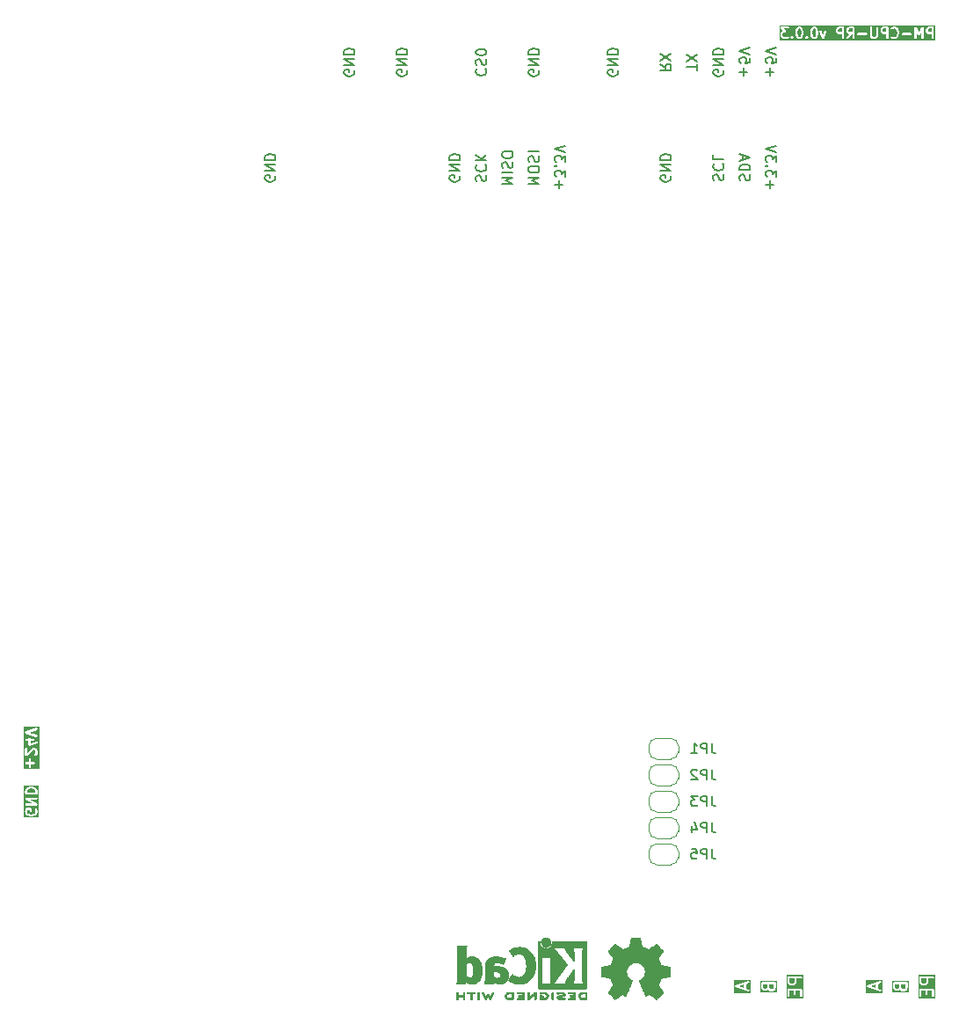
<source format=gbr>
%TF.GenerationSoftware,KiCad,Pcbnew,8.0.6-8.0.6-0~ubuntu24.04.1*%
%TF.CreationDate,2024-11-23T11:29:18+03:00*%
%TF.ProjectId,PM-CPU-RP,504d2d43-5055-42d5-9250-2e6b69636164,rev?*%
%TF.SameCoordinates,Original*%
%TF.FileFunction,Legend,Bot*%
%TF.FilePolarity,Positive*%
%FSLAX46Y46*%
G04 Gerber Fmt 4.6, Leading zero omitted, Abs format (unit mm)*
G04 Created by KiCad (PCBNEW 8.0.6-8.0.6-0~ubuntu24.04.1) date 2024-11-23 11:29:18*
%MOMM*%
%LPD*%
G01*
G04 APERTURE LIST*
G04 Aperture macros list*
%AMFreePoly0*
4,1,19,0.500000,-0.750000,0.000000,-0.750000,0.000000,-0.744911,-0.071157,-0.744911,-0.207708,-0.704816,-0.327430,-0.627875,-0.420627,-0.520320,-0.479746,-0.390866,-0.500000,-0.250000,-0.500000,0.250000,-0.479746,0.390866,-0.420627,0.520320,-0.327430,0.627875,-0.207708,0.704816,-0.071157,0.744911,0.000000,0.744911,0.000000,0.750000,0.500000,0.750000,0.500000,-0.750000,0.500000,-0.750000,
$1*%
%AMFreePoly1*
4,1,19,0.000000,0.744911,0.071157,0.744911,0.207708,0.704816,0.327430,0.627875,0.420627,0.520320,0.479746,0.390866,0.500000,0.250000,0.500000,-0.250000,0.479746,-0.390866,0.420627,-0.520320,0.327430,-0.627875,0.207708,-0.704816,0.071157,-0.744911,0.000000,-0.744911,0.000000,-0.750000,-0.500000,-0.750000,-0.500000,0.750000,0.000000,0.750000,0.000000,0.744911,0.000000,0.744911,
$1*%
G04 Aperture macros list end*
%ADD10C,0.200000*%
%ADD11C,0.150000*%
%ADD12C,0.120000*%
%ADD13C,0.010000*%
%ADD14O,6.350000X6.350000*%
%ADD15C,1.000000*%
%ADD16C,1.800000*%
%ADD17C,6.000000*%
%ADD18O,1.700000X1.700000*%
%ADD19R,1.700000X1.700000*%
%ADD20C,3.200000*%
%ADD21R,3.500000X3.500000*%
%ADD22C,3.500000*%
%ADD23C,1.950000*%
%ADD24C,2.650000*%
%ADD25C,2.350000*%
%ADD26C,2.200000*%
%ADD27FreePoly0,0.000000*%
%ADD28FreePoly1,0.000000*%
G04 APERTURE END LIST*
D10*
G36*
X-47454274Y-24831094D02*
G01*
X-48923331Y-24831094D01*
X-48923331Y-24221443D01*
X-48810299Y-24221443D01*
X-48810299Y-24260461D01*
X-48795367Y-24296509D01*
X-48767777Y-24324099D01*
X-48731729Y-24339031D01*
X-48712220Y-24340952D01*
X-48431267Y-24340952D01*
X-48431267Y-24621904D01*
X-48429346Y-24641413D01*
X-48414414Y-24677461D01*
X-48386824Y-24705051D01*
X-48350776Y-24719983D01*
X-48311758Y-24719983D01*
X-48275710Y-24705051D01*
X-48248120Y-24677461D01*
X-48233188Y-24641413D01*
X-48231267Y-24621904D01*
X-48231267Y-24340952D01*
X-47950315Y-24340952D01*
X-47930806Y-24339031D01*
X-47894758Y-24324099D01*
X-47867168Y-24296509D01*
X-47852236Y-24260461D01*
X-47852236Y-24221443D01*
X-47867168Y-24185395D01*
X-47894758Y-24157805D01*
X-47930806Y-24142873D01*
X-47950315Y-24140952D01*
X-48231267Y-24140952D01*
X-48231267Y-23860000D01*
X-48233188Y-23840491D01*
X-48248120Y-23804443D01*
X-48275710Y-23776853D01*
X-48311758Y-23761921D01*
X-48350776Y-23761921D01*
X-48386824Y-23776853D01*
X-48414414Y-23804443D01*
X-48429346Y-23840491D01*
X-48431267Y-23860000D01*
X-48431267Y-24140952D01*
X-48712220Y-24140952D01*
X-48731729Y-24142873D01*
X-48767777Y-24157805D01*
X-48795367Y-24185395D01*
X-48810299Y-24221443D01*
X-48923331Y-24221443D01*
X-48923331Y-22860000D01*
X-48812220Y-22860000D01*
X-48812220Y-23479047D01*
X-48810299Y-23498556D01*
X-48795367Y-23534604D01*
X-48767777Y-23562194D01*
X-48731729Y-23577126D01*
X-48692711Y-23577126D01*
X-48656663Y-23562194D01*
X-48641509Y-23549758D01*
X-48086772Y-22995021D01*
X-47981708Y-22960000D01*
X-47926303Y-22960000D01*
X-47866694Y-22989805D01*
X-47842025Y-23014473D01*
X-47812220Y-23074083D01*
X-47812220Y-23264964D01*
X-47842025Y-23324573D01*
X-47878169Y-23360717D01*
X-47890605Y-23375871D01*
X-47905537Y-23411919D01*
X-47905537Y-23450937D01*
X-47890605Y-23486985D01*
X-47863015Y-23514575D01*
X-47826967Y-23529507D01*
X-47787949Y-23529507D01*
X-47751901Y-23514575D01*
X-47736747Y-23502139D01*
X-47689129Y-23454520D01*
X-47682837Y-23446853D01*
X-47680839Y-23445121D01*
X-47678946Y-23442112D01*
X-47676692Y-23439367D01*
X-47675682Y-23436926D01*
X-47670396Y-23428530D01*
X-47622777Y-23333293D01*
X-47615771Y-23314984D01*
X-47615517Y-23311400D01*
X-47614141Y-23308080D01*
X-47612220Y-23288571D01*
X-47612220Y-23050476D01*
X-47614141Y-23030967D01*
X-47615517Y-23027646D01*
X-47615771Y-23024063D01*
X-47622777Y-23005754D01*
X-47670396Y-22910517D01*
X-47675682Y-22902120D01*
X-47676692Y-22899680D01*
X-47678946Y-22896934D01*
X-47680839Y-22893926D01*
X-47682837Y-22892193D01*
X-47689129Y-22884527D01*
X-47736747Y-22836908D01*
X-47744418Y-22830613D01*
X-47746147Y-22828619D01*
X-47749155Y-22826725D01*
X-47751901Y-22824472D01*
X-47754341Y-22823461D01*
X-47762737Y-22818176D01*
X-47857975Y-22770557D01*
X-47876283Y-22763551D01*
X-47879867Y-22763296D01*
X-47883187Y-22761921D01*
X-47902696Y-22760000D01*
X-47997934Y-22760000D01*
X-48007808Y-22760972D01*
X-48010442Y-22760785D01*
X-48013906Y-22761572D01*
X-48017443Y-22761921D01*
X-48019885Y-22762932D01*
X-48029557Y-22765132D01*
X-48172414Y-22812751D01*
X-48190314Y-22820742D01*
X-48193030Y-22823097D01*
X-48196348Y-22824472D01*
X-48211502Y-22836908D01*
X-48612220Y-23237625D01*
X-48612220Y-22860000D01*
X-48614141Y-22840491D01*
X-48629073Y-22804443D01*
X-48656663Y-22776853D01*
X-48692711Y-22761921D01*
X-48731729Y-22761921D01*
X-48767777Y-22776853D01*
X-48795367Y-22804443D01*
X-48810299Y-22840491D01*
X-48812220Y-22860000D01*
X-48923331Y-22860000D01*
X-48923331Y-21983348D01*
X-48810299Y-21983348D01*
X-48810299Y-22022366D01*
X-48795367Y-22058414D01*
X-48767777Y-22086004D01*
X-48731729Y-22100936D01*
X-48712220Y-22102857D01*
X-48478886Y-22102857D01*
X-48478886Y-22479047D01*
X-48477914Y-22488920D01*
X-48478101Y-22491554D01*
X-48477468Y-22493455D01*
X-48476965Y-22498556D01*
X-48470833Y-22513360D01*
X-48465763Y-22528570D01*
X-48463408Y-22531285D01*
X-48462033Y-22534604D01*
X-48450703Y-22545934D01*
X-48440198Y-22558046D01*
X-48436984Y-22559653D01*
X-48434443Y-22562194D01*
X-48419635Y-22568328D01*
X-48405299Y-22575496D01*
X-48401716Y-22575750D01*
X-48398395Y-22577126D01*
X-48382363Y-22577126D01*
X-48366379Y-22578262D01*
X-48361383Y-22577126D01*
X-48359377Y-22577126D01*
X-48356935Y-22576114D01*
X-48347263Y-22573915D01*
X-47632978Y-22335820D01*
X-47615077Y-22327829D01*
X-47585601Y-22302264D01*
X-47568152Y-22267365D01*
X-47565385Y-22228445D01*
X-47577724Y-22191429D01*
X-47603289Y-22161953D01*
X-47638188Y-22144503D01*
X-47677108Y-22141737D01*
X-47696223Y-22146084D01*
X-48278886Y-22340304D01*
X-48278886Y-22102857D01*
X-48045553Y-22102857D01*
X-48026044Y-22100936D01*
X-47989996Y-22086004D01*
X-47962406Y-22058414D01*
X-47947474Y-22022366D01*
X-47947474Y-21983348D01*
X-47962406Y-21947300D01*
X-47989996Y-21919710D01*
X-48026044Y-21904778D01*
X-48045553Y-21902857D01*
X-48278886Y-21902857D01*
X-48278886Y-21860000D01*
X-48280807Y-21840491D01*
X-48295739Y-21804443D01*
X-48323329Y-21776853D01*
X-48359377Y-21761921D01*
X-48398395Y-21761921D01*
X-48434443Y-21776853D01*
X-48462033Y-21804443D01*
X-48476965Y-21840491D01*
X-48478886Y-21860000D01*
X-48478886Y-21902857D01*
X-48712220Y-21902857D01*
X-48731729Y-21904778D01*
X-48767777Y-21919710D01*
X-48795367Y-21947300D01*
X-48810299Y-21983348D01*
X-48923331Y-21983348D01*
X-48923331Y-21276064D01*
X-48811435Y-21276064D01*
X-48810547Y-21288571D01*
X-48811435Y-21301078D01*
X-48809176Y-21307856D01*
X-48808669Y-21314984D01*
X-48803063Y-21326196D01*
X-48799097Y-21338094D01*
X-48794414Y-21343493D01*
X-48791219Y-21349883D01*
X-48781748Y-21358098D01*
X-48773532Y-21367570D01*
X-48767143Y-21370764D01*
X-48761743Y-21375448D01*
X-48743843Y-21383439D01*
X-47743843Y-21716772D01*
X-47724728Y-21721119D01*
X-47685808Y-21718353D01*
X-47650909Y-21700903D01*
X-47625344Y-21671427D01*
X-47613005Y-21634411D01*
X-47615772Y-21595491D01*
X-47633221Y-21560592D01*
X-47662697Y-21535027D01*
X-47680598Y-21527036D01*
X-48395993Y-21288571D01*
X-47680598Y-21050106D01*
X-47662697Y-21042115D01*
X-47633221Y-21016550D01*
X-47615772Y-20981651D01*
X-47613005Y-20942731D01*
X-47625344Y-20905715D01*
X-47650909Y-20876239D01*
X-47685808Y-20858789D01*
X-47724728Y-20856023D01*
X-47743843Y-20860370D01*
X-48743843Y-21193703D01*
X-48761743Y-21201694D01*
X-48767143Y-21206377D01*
X-48773532Y-21209572D01*
X-48781748Y-21219043D01*
X-48791219Y-21227259D01*
X-48794414Y-21233648D01*
X-48799097Y-21239048D01*
X-48803063Y-21250945D01*
X-48808669Y-21262158D01*
X-48809176Y-21269285D01*
X-48811435Y-21276064D01*
X-48923331Y-21276064D01*
X-48923331Y-20744912D01*
X-47454274Y-20744912D01*
X-47454274Y-24831094D01*
G37*
G36*
X25856805Y46417976D02*
G01*
X25881474Y46393308D01*
X25916927Y46322401D01*
X25958898Y46154520D01*
X25958898Y45941044D01*
X25916927Y45773163D01*
X25881474Y45702257D01*
X25856805Y45677587D01*
X25797196Y45647781D01*
X25749172Y45647781D01*
X25689562Y45677586D01*
X25664895Y45702254D01*
X25629440Y45773163D01*
X25587470Y45941044D01*
X25587470Y46154519D01*
X25629440Y46322401D01*
X25664894Y46393308D01*
X25689562Y46417977D01*
X25749172Y46447781D01*
X25797196Y46447781D01*
X25856805Y46417976D01*
G37*
G36*
X27285376Y46417976D02*
G01*
X27310045Y46393308D01*
X27345498Y46322401D01*
X27387469Y46154520D01*
X27387469Y45941044D01*
X27345498Y45773163D01*
X27310045Y45702257D01*
X27285376Y45677587D01*
X27225767Y45647781D01*
X27177743Y45647781D01*
X27118133Y45677586D01*
X27093466Y45702254D01*
X27058011Y45773163D01*
X27016041Y45941044D01*
X27016041Y46154519D01*
X27058011Y46322401D01*
X27093465Y46393308D01*
X27118133Y46417977D01*
X27177743Y46447781D01*
X27225767Y46447781D01*
X27285376Y46417976D01*
G37*
G36*
X30863660Y46123972D02*
G01*
X30606315Y46123972D01*
X30546705Y46153777D01*
X30522037Y46178446D01*
X30492232Y46238056D01*
X30492232Y46333698D01*
X30522037Y46393308D01*
X30546705Y46417977D01*
X30606315Y46447781D01*
X30863660Y46447781D01*
X30863660Y46123972D01*
G37*
G36*
X29863660Y46123972D02*
G01*
X29606315Y46123972D01*
X29546705Y46153777D01*
X29522037Y46178446D01*
X29492232Y46238056D01*
X29492232Y46333698D01*
X29522037Y46393308D01*
X29546705Y46417977D01*
X29606315Y46447781D01*
X29863660Y46447781D01*
X29863660Y46123972D01*
G37*
G36*
X34149374Y46123972D02*
G01*
X33892029Y46123972D01*
X33832419Y46153777D01*
X33807751Y46178446D01*
X33777946Y46238056D01*
X33777946Y46333698D01*
X33807751Y46393308D01*
X33832419Y46417977D01*
X33892029Y46447781D01*
X34149374Y46447781D01*
X34149374Y46123972D01*
G37*
G36*
X38530326Y46123972D02*
G01*
X38272981Y46123972D01*
X38213371Y46153777D01*
X38188703Y46178446D01*
X38158898Y46238056D01*
X38158898Y46333698D01*
X38188703Y46393308D01*
X38213371Y46417977D01*
X38272981Y46447781D01*
X38530326Y46447781D01*
X38530326Y46123972D01*
G37*
G36*
X38841437Y45336670D02*
G01*
X23847788Y45336670D01*
X23847788Y45976353D01*
X23958899Y45976353D01*
X23958899Y45738258D01*
X23960820Y45718749D01*
X23962195Y45715429D01*
X23962450Y45711845D01*
X23969456Y45693537D01*
X24017075Y45598299D01*
X24022358Y45589907D01*
X24023370Y45587463D01*
X24025626Y45584714D01*
X24027518Y45581709D01*
X24029512Y45579980D01*
X24035807Y45572310D01*
X24083425Y45524690D01*
X24091093Y45518397D01*
X24092825Y45516400D01*
X24095833Y45514507D01*
X24098579Y45512253D01*
X24101019Y45511243D01*
X24109416Y45505957D01*
X24204653Y45458338D01*
X24222962Y45451332D01*
X24226545Y45451078D01*
X24229866Y45449702D01*
X24249375Y45447781D01*
X24535089Y45447781D01*
X24554598Y45449702D01*
X24557918Y45451078D01*
X24561502Y45451332D01*
X24579810Y45458338D01*
X24675048Y45505957D01*
X24683443Y45511242D01*
X24685885Y45512253D01*
X24688632Y45514509D01*
X24691638Y45516400D01*
X24693368Y45518395D01*
X24701038Y45524690D01*
X24748657Y45572310D01*
X24761094Y45587463D01*
X24772462Y45614909D01*
X24913200Y45614909D01*
X24913200Y45575891D01*
X24918790Y45562396D01*
X24928132Y45539842D01*
X24928136Y45539838D01*
X24940568Y45524689D01*
X24988187Y45477071D01*
X25003340Y45464634D01*
X25009753Y45461978D01*
X25039389Y45449702D01*
X25078407Y45449702D01*
X25114455Y45464634D01*
X25129609Y45477070D01*
X25177227Y45524689D01*
X25189664Y45539842D01*
X25196416Y45556144D01*
X25204595Y45575890D01*
X25204596Y45614908D01*
X25189665Y45650957D01*
X25177228Y45666110D01*
X25129609Y45713730D01*
X25114456Y45726167D01*
X25093964Y45734655D01*
X25089828Y45736368D01*
X25078407Y45741099D01*
X25039389Y45741099D01*
X25028831Y45736726D01*
X25003341Y45726168D01*
X25003340Y45726167D01*
X24988186Y45713730D01*
X24940568Y45666110D01*
X24928131Y45650957D01*
X24919172Y45629327D01*
X24913200Y45614909D01*
X24772462Y45614909D01*
X24776025Y45623512D01*
X24776024Y45662530D01*
X24761093Y45698578D01*
X24733502Y45726168D01*
X24697454Y45741099D01*
X24658436Y45741098D01*
X24622388Y45726167D01*
X24607234Y45713730D01*
X24571091Y45677587D01*
X24511482Y45647781D01*
X24272982Y45647781D01*
X24213372Y45677586D01*
X24188705Y45702254D01*
X24158899Y45761866D01*
X24158899Y45952746D01*
X24188704Y46012356D01*
X24213372Y46037025D01*
X24272982Y46066829D01*
X24392232Y46066829D01*
X24402549Y46067845D01*
X24405174Y46067670D01*
X24406981Y46068282D01*
X24411741Y46068750D01*
X24426744Y46074965D01*
X24442136Y46080170D01*
X24444675Y46082393D01*
X24447789Y46083682D01*
X24459266Y46095160D01*
X24471500Y46105864D01*
X24472995Y46108889D01*
X24475379Y46111272D01*
X24481593Y46126274D01*
X24488796Y46140839D01*
X24489020Y46144205D01*
X24490311Y46147320D01*
X24490311Y46163569D01*
X24490528Y46166829D01*
X25387470Y46166829D01*
X25387470Y45928734D01*
X25387805Y45925332D01*
X25387588Y45923873D01*
X25388667Y45916576D01*
X25389391Y45909225D01*
X25389955Y45907862D01*
X25390456Y45904480D01*
X25438075Y45714005D01*
X25438588Y45712568D01*
X25438640Y45711845D01*
X25441748Y45703721D01*
X25444670Y45695544D01*
X25445100Y45694964D01*
X25445646Y45693537D01*
X25493265Y45598299D01*
X25498548Y45589907D01*
X25499560Y45587463D01*
X25501816Y45584714D01*
X25503708Y45581709D01*
X25505702Y45579980D01*
X25511997Y45572310D01*
X25559615Y45524690D01*
X25567283Y45518397D01*
X25569015Y45516400D01*
X25572023Y45514507D01*
X25574769Y45512253D01*
X25577209Y45511243D01*
X25585606Y45505957D01*
X25680843Y45458338D01*
X25699152Y45451332D01*
X25702735Y45451078D01*
X25706056Y45449702D01*
X25725565Y45447781D01*
X25820803Y45447781D01*
X25840312Y45449702D01*
X25843632Y45451078D01*
X25847216Y45451332D01*
X25865524Y45458338D01*
X25960762Y45505957D01*
X25969157Y45511242D01*
X25971599Y45512253D01*
X25974346Y45514509D01*
X25977352Y45516400D01*
X25979082Y45518395D01*
X25986752Y45524690D01*
X26034371Y45572310D01*
X26040663Y45579977D01*
X26042660Y45581708D01*
X26044553Y45584716D01*
X26046808Y45587463D01*
X26047819Y45589905D01*
X26053103Y45598299D01*
X26061408Y45614909D01*
X26341771Y45614909D01*
X26341771Y45575891D01*
X26347361Y45562396D01*
X26356703Y45539842D01*
X26356707Y45539838D01*
X26369139Y45524689D01*
X26416758Y45477071D01*
X26431911Y45464634D01*
X26438324Y45461978D01*
X26467960Y45449702D01*
X26506978Y45449702D01*
X26543026Y45464634D01*
X26558180Y45477070D01*
X26605798Y45524689D01*
X26618235Y45539842D01*
X26624987Y45556144D01*
X26633166Y45575890D01*
X26633167Y45614908D01*
X26618236Y45650957D01*
X26605799Y45666110D01*
X26558180Y45713730D01*
X26543027Y45726167D01*
X26522535Y45734655D01*
X26518399Y45736368D01*
X26506978Y45741099D01*
X26467960Y45741099D01*
X26457402Y45736726D01*
X26431912Y45726168D01*
X26431911Y45726167D01*
X26416757Y45713730D01*
X26369139Y45666110D01*
X26356702Y45650957D01*
X26347743Y45629327D01*
X26341771Y45614909D01*
X26061408Y45614909D01*
X26100722Y45693536D01*
X26101268Y45694965D01*
X26101698Y45695544D01*
X26104619Y45703721D01*
X26107728Y45711845D01*
X26107779Y45712566D01*
X26108293Y45714004D01*
X26155912Y45904480D01*
X26156412Y45907862D01*
X26156977Y45909225D01*
X26157700Y45916576D01*
X26158780Y45923873D01*
X26158562Y45925332D01*
X26158898Y45928734D01*
X26158898Y46166829D01*
X26816041Y46166829D01*
X26816041Y45928734D01*
X26816376Y45925332D01*
X26816159Y45923873D01*
X26817238Y45916576D01*
X26817962Y45909225D01*
X26818526Y45907862D01*
X26819027Y45904480D01*
X26866646Y45714005D01*
X26867159Y45712568D01*
X26867211Y45711845D01*
X26870319Y45703721D01*
X26873241Y45695544D01*
X26873671Y45694964D01*
X26874217Y45693537D01*
X26921836Y45598299D01*
X26927119Y45589907D01*
X26928131Y45587463D01*
X26930387Y45584714D01*
X26932279Y45581709D01*
X26934273Y45579980D01*
X26940568Y45572310D01*
X26988186Y45524690D01*
X26995854Y45518397D01*
X26997586Y45516400D01*
X27000594Y45514507D01*
X27003340Y45512253D01*
X27005780Y45511243D01*
X27014177Y45505957D01*
X27109414Y45458338D01*
X27127723Y45451332D01*
X27131306Y45451078D01*
X27134627Y45449702D01*
X27154136Y45447781D01*
X27249374Y45447781D01*
X27268883Y45449702D01*
X27272203Y45451078D01*
X27275787Y45451332D01*
X27294095Y45458338D01*
X27389333Y45505957D01*
X27397728Y45511242D01*
X27400170Y45512253D01*
X27402917Y45514509D01*
X27405923Y45516400D01*
X27407653Y45518395D01*
X27415323Y45524690D01*
X27462942Y45572310D01*
X27469234Y45579977D01*
X27471231Y45581708D01*
X27473124Y45584716D01*
X27475379Y45587463D01*
X27476390Y45589905D01*
X27481674Y45598299D01*
X27529293Y45693536D01*
X27529839Y45694965D01*
X27530269Y45695544D01*
X27533190Y45703721D01*
X27536299Y45711845D01*
X27536350Y45712566D01*
X27536864Y45714004D01*
X27584483Y45904480D01*
X27584983Y45907862D01*
X27585548Y45909225D01*
X27586271Y45916576D01*
X27587351Y45923873D01*
X27587133Y45925332D01*
X27587469Y45928734D01*
X27587469Y46166829D01*
X27587133Y46170232D01*
X27587351Y46171690D01*
X27586271Y46178988D01*
X27585548Y46186338D01*
X27584983Y46187702D01*
X27584483Y46191083D01*
X27582295Y46199833D01*
X27721876Y46199833D01*
X27726629Y46180814D01*
X27964724Y45514148D01*
X27973094Y45496421D01*
X27976464Y45492699D01*
X27978612Y45488164D01*
X27989463Y45478341D01*
X27999281Y45467496D01*
X28003813Y45465349D01*
X28007538Y45461977D01*
X28021328Y45457053D01*
X28034543Y45450792D01*
X28039553Y45450543D01*
X28044283Y45448854D01*
X28058904Y45449582D01*
X28073513Y45448855D01*
X28078238Y45450543D01*
X28083253Y45450792D01*
X28096479Y45457058D01*
X28110258Y45461978D01*
X28113978Y45465347D01*
X28118515Y45467495D01*
X28128337Y45478346D01*
X28139184Y45488164D01*
X28141331Y45492699D01*
X28144702Y45496421D01*
X28153072Y45514147D01*
X28391167Y46180814D01*
X28395920Y46199833D01*
X28393982Y46238803D01*
X28377279Y46274065D01*
X28348353Y46300251D01*
X28311608Y46313374D01*
X28272638Y46311437D01*
X28237376Y46294733D01*
X28211189Y46265808D01*
X28202819Y46248081D01*
X28058898Y45845103D01*
X27914977Y46248082D01*
X27906607Y46265808D01*
X27880420Y46294734D01*
X27845158Y46311437D01*
X27806188Y46313375D01*
X27769443Y46300252D01*
X27740517Y46274065D01*
X27723814Y46238803D01*
X27721876Y46199833D01*
X27582295Y46199833D01*
X27542927Y46357305D01*
X29292232Y46357305D01*
X29292232Y46214448D01*
X29294153Y46194939D01*
X29295528Y46191619D01*
X29295783Y46188035D01*
X29302789Y46169727D01*
X29350408Y46074489D01*
X29355693Y46066093D01*
X29356704Y46063653D01*
X29358957Y46060907D01*
X29360851Y46057899D01*
X29362845Y46056170D01*
X29369140Y46048499D01*
X29416759Y46000881D01*
X29424425Y45994589D01*
X29426158Y45992591D01*
X29429166Y45990698D01*
X29431912Y45988444D01*
X29434352Y45987434D01*
X29442749Y45982148D01*
X29537986Y45934529D01*
X29556295Y45927523D01*
X29559878Y45927269D01*
X29563199Y45925893D01*
X29582708Y45923972D01*
X29863660Y45923972D01*
X29863660Y45547781D01*
X29865581Y45528272D01*
X29880513Y45492224D01*
X29908103Y45464634D01*
X29944151Y45449702D01*
X29983169Y45449702D01*
X30019217Y45464634D01*
X30046807Y45492224D01*
X30061739Y45528272D01*
X30063660Y45547781D01*
X30063660Y46357305D01*
X30292232Y46357305D01*
X30292232Y46214448D01*
X30294153Y46194939D01*
X30295528Y46191619D01*
X30295783Y46188035D01*
X30302789Y46169727D01*
X30350408Y46074489D01*
X30355693Y46066093D01*
X30356704Y46063653D01*
X30358957Y46060907D01*
X30360851Y46057899D01*
X30362845Y46056170D01*
X30369140Y46048499D01*
X30416759Y46000881D01*
X30424425Y45994589D01*
X30426158Y45992591D01*
X30429166Y45990698D01*
X30431912Y45988444D01*
X30434352Y45987434D01*
X30442749Y45982148D01*
X30537986Y45934529D01*
X30540276Y45933653D01*
X30310309Y45605127D01*
X30300695Y45588043D01*
X30292255Y45549949D01*
X30299036Y45511524D01*
X30320005Y45478619D01*
X30351970Y45456244D01*
X30390064Y45447804D01*
X30428489Y45454585D01*
X30461394Y45475554D01*
X30474155Y45490435D01*
X30777630Y45923972D01*
X30863660Y45923972D01*
X30863660Y45547781D01*
X30865581Y45528272D01*
X30880513Y45492224D01*
X30908103Y45464634D01*
X30944151Y45449702D01*
X30983169Y45449702D01*
X31019217Y45464634D01*
X31046807Y45492224D01*
X31061739Y45528272D01*
X31063660Y45547781D01*
X31063660Y45948243D01*
X31341772Y45948243D01*
X31341772Y45909225D01*
X31356704Y45873177D01*
X31384294Y45845587D01*
X31420342Y45830655D01*
X31439851Y45828734D01*
X32201755Y45828734D01*
X32221264Y45830655D01*
X32257312Y45845587D01*
X32284902Y45873177D01*
X32299834Y45909225D01*
X32299834Y45948243D01*
X32284902Y45984291D01*
X32257312Y46011881D01*
X32221264Y46026813D01*
X32201755Y46028734D01*
X31439851Y46028734D01*
X31420342Y46026813D01*
X31384294Y46011881D01*
X31356704Y45984291D01*
X31341772Y45948243D01*
X31063660Y45948243D01*
X31063660Y46547781D01*
X32577946Y46547781D01*
X32577946Y45738258D01*
X32579867Y45718749D01*
X32581242Y45715429D01*
X32581497Y45711845D01*
X32588503Y45693537D01*
X32636122Y45598299D01*
X32641405Y45589907D01*
X32642417Y45587463D01*
X32644673Y45584714D01*
X32646565Y45581709D01*
X32648559Y45579980D01*
X32654854Y45572310D01*
X32702472Y45524690D01*
X32710140Y45518397D01*
X32711872Y45516400D01*
X32714880Y45514507D01*
X32717626Y45512253D01*
X32720066Y45511243D01*
X32728463Y45505957D01*
X32823700Y45458338D01*
X32842009Y45451332D01*
X32845592Y45451078D01*
X32848913Y45449702D01*
X32868422Y45447781D01*
X33058898Y45447781D01*
X33078407Y45449702D01*
X33081727Y45451078D01*
X33085311Y45451332D01*
X33103619Y45458338D01*
X33198857Y45505957D01*
X33207252Y45511242D01*
X33209694Y45512253D01*
X33212441Y45514509D01*
X33215447Y45516400D01*
X33217177Y45518395D01*
X33224847Y45524690D01*
X33272466Y45572310D01*
X33278758Y45579977D01*
X33280755Y45581708D01*
X33282648Y45584716D01*
X33284903Y45587463D01*
X33285914Y45589905D01*
X33291198Y45598299D01*
X33338817Y45693536D01*
X33345823Y45711845D01*
X33346077Y45715429D01*
X33347453Y45718749D01*
X33349374Y45738258D01*
X33349374Y46357305D01*
X33577946Y46357305D01*
X33577946Y46214448D01*
X33579867Y46194939D01*
X33581242Y46191619D01*
X33581497Y46188035D01*
X33588503Y46169727D01*
X33636122Y46074489D01*
X33641407Y46066093D01*
X33642418Y46063653D01*
X33644671Y46060907D01*
X33646565Y46057899D01*
X33648559Y46056170D01*
X33654854Y46048499D01*
X33702473Y46000881D01*
X33710139Y45994589D01*
X33711872Y45992591D01*
X33714880Y45990698D01*
X33717626Y45988444D01*
X33720066Y45987434D01*
X33728463Y45982148D01*
X33823700Y45934529D01*
X33842009Y45927523D01*
X33845592Y45927269D01*
X33848913Y45925893D01*
X33868422Y45923972D01*
X34149374Y45923972D01*
X34149374Y45547781D01*
X34151295Y45528272D01*
X34166227Y45492224D01*
X34193817Y45464634D01*
X34229865Y45449702D01*
X34268883Y45449702D01*
X34304931Y45464634D01*
X34332521Y45492224D01*
X34347453Y45528272D01*
X34349374Y45547781D01*
X34349374Y46472052D01*
X34579867Y46472052D01*
X34579867Y46433034D01*
X34594799Y46396986D01*
X34622389Y46369396D01*
X34658437Y46354464D01*
X34697455Y46354464D01*
X34733503Y46369396D01*
X34748657Y46381832D01*
X34779583Y46412760D01*
X34884648Y46447781D01*
X34947433Y46447781D01*
X35052497Y46412760D01*
X35119570Y46345687D01*
X35155022Y46274782D01*
X35196993Y46106901D01*
X35196993Y45988663D01*
X35155022Y45820782D01*
X35119569Y45749876D01*
X35052498Y45682803D01*
X34947433Y45647781D01*
X34884648Y45647781D01*
X34779583Y45682803D01*
X34748657Y45713730D01*
X34733504Y45726167D01*
X34697456Y45741098D01*
X34658438Y45741099D01*
X34622389Y45726168D01*
X34594799Y45698578D01*
X34579868Y45662530D01*
X34579867Y45623512D01*
X34594798Y45587463D01*
X34607235Y45572310D01*
X34654853Y45524690D01*
X34670007Y45512253D01*
X34673326Y45510878D01*
X34676042Y45508523D01*
X34693942Y45500532D01*
X34836799Y45452913D01*
X34846471Y45450714D01*
X34848913Y45449702D01*
X34852450Y45449354D01*
X34855914Y45448566D01*
X34858548Y45448754D01*
X34868422Y45447781D01*
X34963660Y45447781D01*
X34973533Y45448754D01*
X34976167Y45448566D01*
X34979630Y45449354D01*
X34983169Y45449702D01*
X34985611Y45450714D01*
X34995283Y45452913D01*
X35138139Y45500532D01*
X35156040Y45508523D01*
X35158755Y45510878D01*
X35162075Y45512253D01*
X35177228Y45524690D01*
X35272466Y45619929D01*
X35278758Y45627596D01*
X35280755Y45629327D01*
X35282648Y45632335D01*
X35284903Y45635082D01*
X35285914Y45637524D01*
X35291198Y45645918D01*
X35338817Y45741155D01*
X35339363Y45742584D01*
X35339793Y45743163D01*
X35342714Y45751340D01*
X35345823Y45759464D01*
X35345874Y45760185D01*
X35346388Y45761623D01*
X35393043Y45948243D01*
X35627486Y45948243D01*
X35627486Y45909225D01*
X35642418Y45873177D01*
X35670008Y45845587D01*
X35706056Y45830655D01*
X35725565Y45828734D01*
X36487469Y45828734D01*
X36506978Y45830655D01*
X36543026Y45845587D01*
X36570616Y45873177D01*
X36585548Y45909225D01*
X36585548Y45948243D01*
X36570616Y45984291D01*
X36543026Y46011881D01*
X36506978Y46026813D01*
X36487469Y46028734D01*
X35725565Y46028734D01*
X35706056Y46026813D01*
X35670008Y46011881D01*
X35642418Y45984291D01*
X35627486Y45948243D01*
X35393043Y45948243D01*
X35394007Y45952099D01*
X35394507Y45955481D01*
X35395072Y45956844D01*
X35395795Y45964195D01*
X35396875Y45971492D01*
X35396657Y45972951D01*
X35396993Y45976353D01*
X35396993Y46119210D01*
X35396657Y46122613D01*
X35396875Y46124071D01*
X35395795Y46131369D01*
X35395072Y46138719D01*
X35394507Y46140083D01*
X35394007Y46143464D01*
X35346388Y46333940D01*
X35345874Y46335379D01*
X35345823Y46336099D01*
X35342714Y46344224D01*
X35339793Y46352400D01*
X35339363Y46352980D01*
X35338817Y46354408D01*
X35291198Y46449645D01*
X35285911Y46458044D01*
X35284902Y46460481D01*
X35282650Y46463225D01*
X35280755Y46466236D01*
X35278757Y46467969D01*
X35272466Y46475635D01*
X35200320Y46547781D01*
X36863660Y46547781D01*
X36863660Y45547781D01*
X36865581Y45528272D01*
X36880513Y45492224D01*
X36908103Y45464634D01*
X36944151Y45449702D01*
X36983169Y45449702D01*
X37019217Y45464634D01*
X37046807Y45492224D01*
X37061739Y45528272D01*
X37063660Y45547781D01*
X37063660Y46097025D01*
X37206375Y45791207D01*
X37210607Y45784062D01*
X37211487Y45781644D01*
X37213052Y45779935D01*
X37216366Y45774341D01*
X37227576Y45764075D01*
X37237838Y45752869D01*
X37241863Y45750991D01*
X37245141Y45747989D01*
X37259423Y45742796D01*
X37273196Y45736368D01*
X37277635Y45736173D01*
X37281810Y45734655D01*
X37296993Y45735323D01*
X37312176Y45734655D01*
X37316349Y45736173D01*
X37320791Y45736368D01*
X37334575Y45742801D01*
X37348845Y45747990D01*
X37352118Y45750988D01*
X37356148Y45752868D01*
X37366417Y45764083D01*
X37377620Y45774341D01*
X37380931Y45779932D01*
X37382500Y45781644D01*
X37383380Y45784066D01*
X37387611Y45791207D01*
X37530326Y46097026D01*
X37530326Y45547781D01*
X37532247Y45528272D01*
X37547179Y45492224D01*
X37574769Y45464634D01*
X37610817Y45449702D01*
X37649835Y45449702D01*
X37685883Y45464634D01*
X37713473Y45492224D01*
X37728405Y45528272D01*
X37730326Y45547781D01*
X37730326Y46357305D01*
X37958898Y46357305D01*
X37958898Y46214448D01*
X37960819Y46194939D01*
X37962194Y46191619D01*
X37962449Y46188035D01*
X37969455Y46169727D01*
X38017074Y46074489D01*
X38022359Y46066093D01*
X38023370Y46063653D01*
X38025623Y46060907D01*
X38027517Y46057899D01*
X38029511Y46056170D01*
X38035806Y46048499D01*
X38083425Y46000881D01*
X38091091Y45994589D01*
X38092824Y45992591D01*
X38095832Y45990698D01*
X38098578Y45988444D01*
X38101018Y45987434D01*
X38109415Y45982148D01*
X38204652Y45934529D01*
X38222961Y45927523D01*
X38226544Y45927269D01*
X38229865Y45925893D01*
X38249374Y45923972D01*
X38530326Y45923972D01*
X38530326Y45547781D01*
X38532247Y45528272D01*
X38547179Y45492224D01*
X38574769Y45464634D01*
X38610817Y45449702D01*
X38649835Y45449702D01*
X38685883Y45464634D01*
X38713473Y45492224D01*
X38728405Y45528272D01*
X38730326Y45547781D01*
X38730326Y46547781D01*
X38728405Y46567290D01*
X38713473Y46603338D01*
X38685883Y46630928D01*
X38649835Y46645860D01*
X38630326Y46647781D01*
X38249374Y46647781D01*
X38229865Y46645860D01*
X38226544Y46644485D01*
X38222961Y46644230D01*
X38204652Y46637224D01*
X38109415Y46589605D01*
X38101018Y46584320D01*
X38098578Y46583309D01*
X38095832Y46581056D01*
X38092824Y46579162D01*
X38091091Y46577165D01*
X38083425Y46570872D01*
X38035806Y46523254D01*
X38029511Y46515584D01*
X38027517Y46513854D01*
X38025623Y46510847D01*
X38023370Y46508100D01*
X38022359Y46505661D01*
X38017074Y46497264D01*
X37969455Y46402026D01*
X37962449Y46383718D01*
X37962194Y46380135D01*
X37960819Y46376814D01*
X37958898Y46357305D01*
X37730326Y46357305D01*
X37730326Y46547781D01*
X37729063Y46560605D01*
X37729167Y46562964D01*
X37728706Y46564232D01*
X37728405Y46567290D01*
X37721764Y46583321D01*
X37715833Y46599633D01*
X37714326Y46601279D01*
X37713473Y46603338D01*
X37701211Y46615600D01*
X37689481Y46628409D01*
X37687457Y46629354D01*
X37685883Y46630928D01*
X37669867Y46637563D01*
X37654124Y46644909D01*
X37651894Y46645007D01*
X37649835Y46645860D01*
X37632483Y46645860D01*
X37615143Y46646622D01*
X37613047Y46645860D01*
X37610817Y46645860D01*
X37594786Y46639220D01*
X37578474Y46633288D01*
X37576828Y46631782D01*
X37574769Y46630928D01*
X37562501Y46618661D01*
X37549699Y46606936D01*
X37548132Y46604292D01*
X37547179Y46603338D01*
X37546275Y46601157D01*
X37539708Y46590070D01*
X37296992Y46069967D01*
X37054278Y46590070D01*
X37047710Y46601157D01*
X37046807Y46603338D01*
X37045853Y46604292D01*
X37044287Y46606936D01*
X37031490Y46618655D01*
X37019217Y46630928D01*
X37017155Y46631782D01*
X37015512Y46633287D01*
X36999210Y46639216D01*
X36983169Y46645860D01*
X36980938Y46645860D01*
X36978843Y46646622D01*
X36961503Y46645860D01*
X36944151Y46645860D01*
X36942091Y46645007D01*
X36939863Y46644909D01*
X36924132Y46637568D01*
X36908103Y46630928D01*
X36906526Y46629352D01*
X36904505Y46628408D01*
X36892786Y46615612D01*
X36880513Y46603338D01*
X36879659Y46601277D01*
X36878154Y46599633D01*
X36872225Y46583332D01*
X36865581Y46567290D01*
X36865279Y46564232D01*
X36864819Y46562964D01*
X36864922Y46560605D01*
X36863660Y46547781D01*
X35200320Y46547781D01*
X35177228Y46570873D01*
X35162074Y46583309D01*
X35158755Y46584684D01*
X35156040Y46587039D01*
X35138139Y46595030D01*
X34995283Y46642649D01*
X34985611Y46644849D01*
X34983169Y46645860D01*
X34979630Y46646209D01*
X34976167Y46646996D01*
X34973533Y46646809D01*
X34963660Y46647781D01*
X34868422Y46647781D01*
X34858548Y46646809D01*
X34855914Y46646996D01*
X34852450Y46646209D01*
X34848913Y46645860D01*
X34846471Y46644849D01*
X34836799Y46642649D01*
X34693942Y46595030D01*
X34676042Y46587039D01*
X34673326Y46584684D01*
X34670007Y46583309D01*
X34654854Y46570872D01*
X34607235Y46523254D01*
X34594799Y46508100D01*
X34579867Y46472052D01*
X34349374Y46472052D01*
X34349374Y46547781D01*
X34347453Y46567290D01*
X34332521Y46603338D01*
X34304931Y46630928D01*
X34268883Y46645860D01*
X34249374Y46647781D01*
X33868422Y46647781D01*
X33848913Y46645860D01*
X33845592Y46644485D01*
X33842009Y46644230D01*
X33823700Y46637224D01*
X33728463Y46589605D01*
X33720066Y46584320D01*
X33717626Y46583309D01*
X33714880Y46581056D01*
X33711872Y46579162D01*
X33710139Y46577165D01*
X33702473Y46570872D01*
X33654854Y46523254D01*
X33648559Y46515584D01*
X33646565Y46513854D01*
X33644671Y46510847D01*
X33642418Y46508100D01*
X33641407Y46505661D01*
X33636122Y46497264D01*
X33588503Y46402026D01*
X33581497Y46383718D01*
X33581242Y46380135D01*
X33579867Y46376814D01*
X33577946Y46357305D01*
X33349374Y46357305D01*
X33349374Y46547781D01*
X33347453Y46567290D01*
X33332521Y46603338D01*
X33304931Y46630928D01*
X33268883Y46645860D01*
X33229865Y46645860D01*
X33193817Y46630928D01*
X33166227Y46603338D01*
X33151295Y46567290D01*
X33149374Y46547781D01*
X33149374Y45761865D01*
X33119569Y45702257D01*
X33094900Y45677587D01*
X33035291Y45647781D01*
X32892029Y45647781D01*
X32832419Y45677586D01*
X32807752Y45702254D01*
X32777946Y45761866D01*
X32777946Y46547781D01*
X32776025Y46567290D01*
X32761093Y46603338D01*
X32733503Y46630928D01*
X32697455Y46645860D01*
X32658437Y46645860D01*
X32622389Y46630928D01*
X32594799Y46603338D01*
X32579867Y46567290D01*
X32577946Y46547781D01*
X31063660Y46547781D01*
X31061739Y46567290D01*
X31046807Y46603338D01*
X31019217Y46630928D01*
X30983169Y46645860D01*
X30963660Y46647781D01*
X30582708Y46647781D01*
X30563199Y46645860D01*
X30559878Y46644485D01*
X30556295Y46644230D01*
X30537986Y46637224D01*
X30442749Y46589605D01*
X30434352Y46584320D01*
X30431912Y46583309D01*
X30429166Y46581056D01*
X30426158Y46579162D01*
X30424425Y46577165D01*
X30416759Y46570872D01*
X30369140Y46523254D01*
X30362845Y46515584D01*
X30360851Y46513854D01*
X30358957Y46510847D01*
X30356704Y46508100D01*
X30355693Y46505661D01*
X30350408Y46497264D01*
X30302789Y46402026D01*
X30295783Y46383718D01*
X30295528Y46380135D01*
X30294153Y46376814D01*
X30292232Y46357305D01*
X30063660Y46357305D01*
X30063660Y46547781D01*
X30061739Y46567290D01*
X30046807Y46603338D01*
X30019217Y46630928D01*
X29983169Y46645860D01*
X29963660Y46647781D01*
X29582708Y46647781D01*
X29563199Y46645860D01*
X29559878Y46644485D01*
X29556295Y46644230D01*
X29537986Y46637224D01*
X29442749Y46589605D01*
X29434352Y46584320D01*
X29431912Y46583309D01*
X29429166Y46581056D01*
X29426158Y46579162D01*
X29424425Y46577165D01*
X29416759Y46570872D01*
X29369140Y46523254D01*
X29362845Y46515584D01*
X29360851Y46513854D01*
X29358957Y46510847D01*
X29356704Y46508100D01*
X29355693Y46505661D01*
X29350408Y46497264D01*
X29302789Y46402026D01*
X29295783Y46383718D01*
X29295528Y46380135D01*
X29294153Y46376814D01*
X29292232Y46357305D01*
X27542927Y46357305D01*
X27536864Y46381559D01*
X27536350Y46382998D01*
X27536299Y46383718D01*
X27533190Y46391843D01*
X27530269Y46400019D01*
X27529839Y46400599D01*
X27529293Y46402027D01*
X27481674Y46497264D01*
X27476388Y46505661D01*
X27475378Y46508101D01*
X27473124Y46510847D01*
X27471231Y46513855D01*
X27469233Y46515588D01*
X27462941Y46523254D01*
X27415323Y46570873D01*
X27407652Y46577168D01*
X27405923Y46579162D01*
X27402915Y46581056D01*
X27400169Y46583309D01*
X27397729Y46584320D01*
X27389333Y46589605D01*
X27294095Y46637224D01*
X27275787Y46644230D01*
X27272203Y46644485D01*
X27268883Y46645860D01*
X27249374Y46647781D01*
X27154136Y46647781D01*
X27134627Y46645860D01*
X27131306Y46644485D01*
X27127723Y46644230D01*
X27109414Y46637224D01*
X27014177Y46589605D01*
X27005780Y46584320D01*
X27003340Y46583309D01*
X27000594Y46581056D01*
X26997586Y46579162D01*
X26995853Y46577165D01*
X26988187Y46570872D01*
X26940568Y46523254D01*
X26934273Y46515584D01*
X26932279Y46513854D01*
X26930385Y46510847D01*
X26928132Y46508100D01*
X26927121Y46505661D01*
X26921836Y46497264D01*
X26874217Y46402026D01*
X26873671Y46400600D01*
X26873241Y46400019D01*
X26870319Y46391843D01*
X26867211Y46383718D01*
X26867159Y46382996D01*
X26866646Y46381558D01*
X26819027Y46191083D01*
X26818526Y46187702D01*
X26817962Y46186338D01*
X26817238Y46178988D01*
X26816159Y46171690D01*
X26816376Y46170232D01*
X26816041Y46166829D01*
X26158898Y46166829D01*
X26158562Y46170232D01*
X26158780Y46171690D01*
X26157700Y46178988D01*
X26156977Y46186338D01*
X26156412Y46187702D01*
X26155912Y46191083D01*
X26108293Y46381559D01*
X26107779Y46382998D01*
X26107728Y46383718D01*
X26104619Y46391843D01*
X26101698Y46400019D01*
X26101268Y46400599D01*
X26100722Y46402027D01*
X26053103Y46497264D01*
X26047817Y46505661D01*
X26046807Y46508101D01*
X26044553Y46510847D01*
X26042660Y46513855D01*
X26040662Y46515588D01*
X26034370Y46523254D01*
X25986752Y46570873D01*
X25979081Y46577168D01*
X25977352Y46579162D01*
X25974344Y46581056D01*
X25971598Y46583309D01*
X25969158Y46584320D01*
X25960762Y46589605D01*
X25865524Y46637224D01*
X25847216Y46644230D01*
X25843632Y46644485D01*
X25840312Y46645860D01*
X25820803Y46647781D01*
X25725565Y46647781D01*
X25706056Y46645860D01*
X25702735Y46644485D01*
X25699152Y46644230D01*
X25680843Y46637224D01*
X25585606Y46589605D01*
X25577209Y46584320D01*
X25574769Y46583309D01*
X25572023Y46581056D01*
X25569015Y46579162D01*
X25567282Y46577165D01*
X25559616Y46570872D01*
X25511997Y46523254D01*
X25505702Y46515584D01*
X25503708Y46513854D01*
X25501814Y46510847D01*
X25499561Y46508100D01*
X25498550Y46505661D01*
X25493265Y46497264D01*
X25445646Y46402026D01*
X25445100Y46400600D01*
X25444670Y46400019D01*
X25441748Y46391843D01*
X25438640Y46383718D01*
X25438588Y46382996D01*
X25438075Y46381558D01*
X25390456Y46191083D01*
X25389955Y46187702D01*
X25389391Y46186338D01*
X25388667Y46178988D01*
X25387588Y46171690D01*
X25387805Y46170232D01*
X25387470Y46166829D01*
X24490528Y46166829D01*
X24491391Y46179771D01*
X24490311Y46182965D01*
X24490311Y46186338D01*
X24484095Y46201344D01*
X24478891Y46216732D01*
X24476109Y46220623D01*
X24475379Y46222386D01*
X24473519Y46224246D01*
X24467490Y46232679D01*
X24279276Y46447781D01*
X24677946Y46447781D01*
X24697455Y46449702D01*
X24733503Y46464634D01*
X24761093Y46492224D01*
X24776025Y46528272D01*
X24776025Y46567290D01*
X24761093Y46603338D01*
X24733503Y46630928D01*
X24697455Y46645860D01*
X24677946Y46647781D01*
X24058899Y46647781D01*
X24048581Y46646766D01*
X24045957Y46646940D01*
X24044149Y46646329D01*
X24039390Y46645860D01*
X24024384Y46639645D01*
X24008996Y46634440D01*
X24006456Y46632219D01*
X24003342Y46630928D01*
X23991857Y46619444D01*
X23979632Y46608746D01*
X23978136Y46605723D01*
X23975752Y46603338D01*
X23969535Y46588332D01*
X23962335Y46573771D01*
X23962110Y46570406D01*
X23960820Y46567290D01*
X23960820Y46551042D01*
X23959740Y46534839D01*
X23960820Y46531646D01*
X23960820Y46528272D01*
X23967035Y46513267D01*
X23972240Y46497878D01*
X23975021Y46493988D01*
X23975752Y46492224D01*
X23977611Y46490365D01*
X23983641Y46481931D01*
X24188262Y46248077D01*
X24109416Y46208653D01*
X24101019Y46203368D01*
X24098579Y46202357D01*
X24095833Y46200104D01*
X24092825Y46198210D01*
X24091092Y46196213D01*
X24083426Y46189920D01*
X24035807Y46142302D01*
X24029512Y46134632D01*
X24027518Y46132902D01*
X24025624Y46129895D01*
X24023371Y46127148D01*
X24022360Y46124709D01*
X24017075Y46116312D01*
X23969456Y46021074D01*
X23962450Y46002766D01*
X23962195Y45999183D01*
X23960820Y45995862D01*
X23958899Y45976353D01*
X23847788Y45976353D01*
X23847788Y46758892D01*
X38841437Y46758892D01*
X38841437Y45336670D01*
G37*
G36*
X23304742Y-45839250D02*
G01*
X23265414Y-45917906D01*
X23231220Y-45952099D01*
X23152564Y-45991428D01*
X23028349Y-45991428D01*
X22949691Y-45952098D01*
X22920716Y-45923122D01*
X22876171Y-45789486D01*
X22876171Y-45505714D01*
X23304742Y-45505714D01*
X23304742Y-45839250D01*
G37*
G36*
X22676171Y-45782106D02*
G01*
X22636842Y-45860763D01*
X22602650Y-45894956D01*
X22523992Y-45934285D01*
X22456922Y-45934285D01*
X22378262Y-45894955D01*
X22344070Y-45860764D01*
X22304742Y-45782107D01*
X22304742Y-45505714D01*
X22676171Y-45505714D01*
X22676171Y-45782106D01*
G37*
G36*
X23638075Y-46324761D02*
G01*
X21971409Y-46324761D01*
X21971409Y-45405714D01*
X22104742Y-45405714D01*
X22104742Y-45805714D01*
X22106663Y-45825223D01*
X22108038Y-45828543D01*
X22108293Y-45832127D01*
X22115299Y-45850435D01*
X22172442Y-45964722D01*
X22177727Y-45973119D01*
X22178738Y-45975558D01*
X22180990Y-45978302D01*
X22182885Y-45981312D01*
X22184882Y-45983044D01*
X22191175Y-45990711D01*
X22248318Y-46047854D01*
X22255984Y-46054145D01*
X22257716Y-46056142D01*
X22260726Y-46058036D01*
X22263472Y-46060290D01*
X22265910Y-46061300D01*
X22274307Y-46066585D01*
X22388593Y-46123728D01*
X22406901Y-46130734D01*
X22410484Y-46130988D01*
X22413805Y-46132364D01*
X22433314Y-46134285D01*
X22547600Y-46134285D01*
X22567109Y-46132364D01*
X22570429Y-46130988D01*
X22574013Y-46130734D01*
X22592322Y-46123728D01*
X22706607Y-46066584D01*
X22714999Y-46061301D01*
X22717442Y-46060290D01*
X22720189Y-46058034D01*
X22723197Y-46056142D01*
X22724929Y-46054144D01*
X22732595Y-46047853D01*
X22749458Y-46030989D01*
X22750167Y-46032699D01*
X22762603Y-46047853D01*
X22819746Y-46104995D01*
X22827412Y-46111287D01*
X22829145Y-46113285D01*
X22832154Y-46115179D01*
X22834899Y-46117432D01*
X22837337Y-46118442D01*
X22845735Y-46123728D01*
X22960021Y-46180871D01*
X22978329Y-46187877D01*
X22981912Y-46188131D01*
X22985233Y-46189507D01*
X23004742Y-46191428D01*
X23176171Y-46191428D01*
X23195680Y-46189507D01*
X23199000Y-46188131D01*
X23202584Y-46187877D01*
X23220892Y-46180871D01*
X23335179Y-46123728D01*
X23343577Y-46118441D01*
X23346014Y-46117432D01*
X23348757Y-46115180D01*
X23351769Y-46113285D01*
X23353501Y-46111287D01*
X23361168Y-46104996D01*
X23418310Y-46047853D01*
X23424605Y-46040183D01*
X23426600Y-46038453D01*
X23428491Y-46035447D01*
X23430747Y-46032700D01*
X23431758Y-46030258D01*
X23437043Y-46021863D01*
X23494185Y-45907578D01*
X23501191Y-45889270D01*
X23501445Y-45885686D01*
X23502821Y-45882366D01*
X23504742Y-45862857D01*
X23504742Y-45405714D01*
X23502821Y-45386205D01*
X23487889Y-45350157D01*
X23460299Y-45322567D01*
X23424251Y-45307635D01*
X23404742Y-45305714D01*
X22204742Y-45305714D01*
X22185233Y-45307635D01*
X22149185Y-45322567D01*
X22121595Y-45350157D01*
X22106663Y-45386205D01*
X22104742Y-45405714D01*
X21971409Y-45405714D01*
X21971409Y-45172381D01*
X23638075Y-45172381D01*
X23638075Y-46324761D01*
G37*
G36*
X33121885Y-45866972D02*
G01*
X32680969Y-45720000D01*
X33121885Y-45573028D01*
X33121885Y-45866972D01*
G37*
G36*
X33797290Y-46352548D02*
G01*
X32132194Y-46352548D01*
X32132194Y-45707493D01*
X32265527Y-45707493D01*
X32266415Y-45720000D01*
X32265527Y-45732507D01*
X32267786Y-45739285D01*
X32268293Y-45746413D01*
X32273899Y-45757625D01*
X32277865Y-45769523D01*
X32282548Y-45774922D01*
X32285743Y-45781312D01*
X32295214Y-45789527D01*
X32303430Y-45798999D01*
X32309819Y-45802193D01*
X32315219Y-45806877D01*
X32333119Y-45814868D01*
X33533119Y-46214868D01*
X33552234Y-46219215D01*
X33591155Y-46216449D01*
X33626053Y-46198999D01*
X33651619Y-46169523D01*
X33663957Y-46132507D01*
X33661191Y-46093587D01*
X33643741Y-46058688D01*
X33614265Y-46033123D01*
X33596365Y-46025132D01*
X33321885Y-45933638D01*
X33321885Y-45506361D01*
X33596365Y-45414868D01*
X33614265Y-45406877D01*
X33643741Y-45381312D01*
X33661191Y-45346413D01*
X33663957Y-45307493D01*
X33651619Y-45270477D01*
X33626053Y-45241001D01*
X33591155Y-45223551D01*
X33552234Y-45220785D01*
X33533119Y-45225132D01*
X32333119Y-45625132D01*
X32315219Y-45633123D01*
X32309819Y-45637806D01*
X32303430Y-45641001D01*
X32295214Y-45650472D01*
X32285743Y-45658688D01*
X32282548Y-45665077D01*
X32277865Y-45670477D01*
X32273899Y-45682374D01*
X32268293Y-45693587D01*
X32267786Y-45700714D01*
X32265527Y-45707493D01*
X32132194Y-45707493D01*
X32132194Y-45087452D01*
X33797290Y-45087452D01*
X33797290Y-46352548D01*
G37*
G36*
X25273314Y-45296393D02*
G01*
X25233984Y-45375050D01*
X25199791Y-45409242D01*
X25121135Y-45448571D01*
X24996922Y-45448571D01*
X24918263Y-45409242D01*
X24884070Y-45375048D01*
X24844742Y-45296392D01*
X24844742Y-44962857D01*
X25273314Y-44962857D01*
X25273314Y-45296393D01*
G37*
G36*
X26178075Y-46865697D02*
G01*
X24511409Y-46865697D01*
X24511409Y-46062857D01*
X24644742Y-46062857D01*
X24644742Y-46634285D01*
X24646663Y-46653794D01*
X24661595Y-46689842D01*
X24689185Y-46717432D01*
X24725233Y-46732364D01*
X24764251Y-46732364D01*
X24800299Y-46717432D01*
X24827889Y-46689842D01*
X24842821Y-46653794D01*
X24844742Y-46634285D01*
X24844742Y-46162857D01*
X25216171Y-46162857D01*
X25216171Y-46462857D01*
X25218092Y-46482366D01*
X25233024Y-46518414D01*
X25260614Y-46546004D01*
X25296662Y-46560936D01*
X25335680Y-46560936D01*
X25371728Y-46546004D01*
X25399318Y-46518414D01*
X25414250Y-46482366D01*
X25416171Y-46462857D01*
X25416171Y-46162857D01*
X25844742Y-46162857D01*
X25844742Y-46634285D01*
X25846663Y-46653794D01*
X25861595Y-46689842D01*
X25889185Y-46717432D01*
X25925233Y-46732364D01*
X25964251Y-46732364D01*
X26000299Y-46717432D01*
X26027889Y-46689842D01*
X26042821Y-46653794D01*
X26044742Y-46634285D01*
X26044742Y-46062857D01*
X26042821Y-46043348D01*
X26027889Y-46007300D01*
X26000299Y-45979710D01*
X25964251Y-45964778D01*
X25944742Y-45962857D01*
X24744742Y-45962857D01*
X24725233Y-45964778D01*
X24689185Y-45979710D01*
X24661595Y-46007300D01*
X24646663Y-46043348D01*
X24644742Y-46062857D01*
X24511409Y-46062857D01*
X24511409Y-44862857D01*
X24644742Y-44862857D01*
X24644742Y-45320000D01*
X24646663Y-45339509D01*
X24648038Y-45342829D01*
X24648293Y-45346413D01*
X24655299Y-45364722D01*
X24712443Y-45479007D01*
X24717727Y-45487403D01*
X24718738Y-45489842D01*
X24720989Y-45492585D01*
X24722885Y-45495597D01*
X24724882Y-45497329D01*
X24731174Y-45504996D01*
X24788317Y-45562138D01*
X24795983Y-45568430D01*
X24797716Y-45570428D01*
X24800724Y-45572321D01*
X24803470Y-45574575D01*
X24805910Y-45575585D01*
X24814307Y-45580871D01*
X24928593Y-45638014D01*
X24946901Y-45645020D01*
X24950484Y-45645274D01*
X24953805Y-45646650D01*
X24973314Y-45648571D01*
X25144742Y-45648571D01*
X25164251Y-45646650D01*
X25167571Y-45645274D01*
X25171155Y-45645020D01*
X25189463Y-45638014D01*
X25303750Y-45580871D01*
X25312148Y-45575584D01*
X25314585Y-45574575D01*
X25317328Y-45572323D01*
X25320340Y-45570428D01*
X25322072Y-45568430D01*
X25329739Y-45562139D01*
X25386881Y-45504996D01*
X25393173Y-45497329D01*
X25395171Y-45495597D01*
X25397065Y-45492587D01*
X25399318Y-45489843D01*
X25400328Y-45487404D01*
X25405614Y-45479007D01*
X25462757Y-45364721D01*
X25469763Y-45346413D01*
X25470017Y-45342829D01*
X25471393Y-45339509D01*
X25473314Y-45320000D01*
X25473314Y-44962857D01*
X25944742Y-44962857D01*
X25964251Y-44960936D01*
X26000299Y-44946004D01*
X26027889Y-44918414D01*
X26042821Y-44882366D01*
X26042821Y-44843348D01*
X26027889Y-44807300D01*
X26000299Y-44779710D01*
X25964251Y-44764778D01*
X25944742Y-44762857D01*
X24744742Y-44762857D01*
X24725233Y-44764778D01*
X24689185Y-44779710D01*
X24661595Y-44807300D01*
X24646663Y-44843348D01*
X24644742Y-44862857D01*
X24511409Y-44862857D01*
X24511409Y-44629524D01*
X26178075Y-44629524D01*
X26178075Y-46865697D01*
G37*
G36*
X37973314Y-45296393D02*
G01*
X37933984Y-45375050D01*
X37899791Y-45409242D01*
X37821135Y-45448571D01*
X37696922Y-45448571D01*
X37618263Y-45409242D01*
X37584070Y-45375048D01*
X37544742Y-45296392D01*
X37544742Y-44962857D01*
X37973314Y-44962857D01*
X37973314Y-45296393D01*
G37*
G36*
X38878075Y-46865697D02*
G01*
X37211409Y-46865697D01*
X37211409Y-46062857D01*
X37344742Y-46062857D01*
X37344742Y-46634285D01*
X37346663Y-46653794D01*
X37361595Y-46689842D01*
X37389185Y-46717432D01*
X37425233Y-46732364D01*
X37464251Y-46732364D01*
X37500299Y-46717432D01*
X37527889Y-46689842D01*
X37542821Y-46653794D01*
X37544742Y-46634285D01*
X37544742Y-46162857D01*
X37916171Y-46162857D01*
X37916171Y-46462857D01*
X37918092Y-46482366D01*
X37933024Y-46518414D01*
X37960614Y-46546004D01*
X37996662Y-46560936D01*
X38035680Y-46560936D01*
X38071728Y-46546004D01*
X38099318Y-46518414D01*
X38114250Y-46482366D01*
X38116171Y-46462857D01*
X38116171Y-46162857D01*
X38544742Y-46162857D01*
X38544742Y-46634285D01*
X38546663Y-46653794D01*
X38561595Y-46689842D01*
X38589185Y-46717432D01*
X38625233Y-46732364D01*
X38664251Y-46732364D01*
X38700299Y-46717432D01*
X38727889Y-46689842D01*
X38742821Y-46653794D01*
X38744742Y-46634285D01*
X38744742Y-46062857D01*
X38742821Y-46043348D01*
X38727889Y-46007300D01*
X38700299Y-45979710D01*
X38664251Y-45964778D01*
X38644742Y-45962857D01*
X37444742Y-45962857D01*
X37425233Y-45964778D01*
X37389185Y-45979710D01*
X37361595Y-46007300D01*
X37346663Y-46043348D01*
X37344742Y-46062857D01*
X37211409Y-46062857D01*
X37211409Y-44862857D01*
X37344742Y-44862857D01*
X37344742Y-45320000D01*
X37346663Y-45339509D01*
X37348038Y-45342829D01*
X37348293Y-45346413D01*
X37355299Y-45364722D01*
X37412443Y-45479007D01*
X37417727Y-45487403D01*
X37418738Y-45489842D01*
X37420989Y-45492585D01*
X37422885Y-45495597D01*
X37424882Y-45497329D01*
X37431174Y-45504996D01*
X37488317Y-45562138D01*
X37495983Y-45568430D01*
X37497716Y-45570428D01*
X37500724Y-45572321D01*
X37503470Y-45574575D01*
X37505910Y-45575585D01*
X37514307Y-45580871D01*
X37628593Y-45638014D01*
X37646901Y-45645020D01*
X37650484Y-45645274D01*
X37653805Y-45646650D01*
X37673314Y-45648571D01*
X37844742Y-45648571D01*
X37864251Y-45646650D01*
X37867571Y-45645274D01*
X37871155Y-45645020D01*
X37889463Y-45638014D01*
X38003750Y-45580871D01*
X38012148Y-45575584D01*
X38014585Y-45574575D01*
X38017328Y-45572323D01*
X38020340Y-45570428D01*
X38022072Y-45568430D01*
X38029739Y-45562139D01*
X38086881Y-45504996D01*
X38093173Y-45497329D01*
X38095171Y-45495597D01*
X38097065Y-45492587D01*
X38099318Y-45489843D01*
X38100328Y-45487404D01*
X38105614Y-45479007D01*
X38162757Y-45364721D01*
X38169763Y-45346413D01*
X38170017Y-45342829D01*
X38171393Y-45339509D01*
X38173314Y-45320000D01*
X38173314Y-44962857D01*
X38644742Y-44962857D01*
X38664251Y-44960936D01*
X38700299Y-44946004D01*
X38727889Y-44918414D01*
X38742821Y-44882366D01*
X38742821Y-44843348D01*
X38727889Y-44807300D01*
X38700299Y-44779710D01*
X38664251Y-44764778D01*
X38644742Y-44762857D01*
X37444742Y-44762857D01*
X37425233Y-44764778D01*
X37389185Y-44779710D01*
X37361595Y-44807300D01*
X37346663Y-44843348D01*
X37344742Y-44862857D01*
X37211409Y-44862857D01*
X37211409Y-44629524D01*
X38878075Y-44629524D01*
X38878075Y-46865697D01*
G37*
G36*
X36004742Y-45839250D02*
G01*
X35965414Y-45917906D01*
X35931220Y-45952099D01*
X35852564Y-45991428D01*
X35728349Y-45991428D01*
X35649691Y-45952098D01*
X35620716Y-45923122D01*
X35576171Y-45789486D01*
X35576171Y-45505714D01*
X36004742Y-45505714D01*
X36004742Y-45839250D01*
G37*
G36*
X35376171Y-45782106D02*
G01*
X35336842Y-45860763D01*
X35302650Y-45894956D01*
X35223992Y-45934285D01*
X35156922Y-45934285D01*
X35078262Y-45894955D01*
X35044070Y-45860764D01*
X35004742Y-45782107D01*
X35004742Y-45505714D01*
X35376171Y-45505714D01*
X35376171Y-45782106D01*
G37*
G36*
X36338075Y-46324761D02*
G01*
X34671409Y-46324761D01*
X34671409Y-45405714D01*
X34804742Y-45405714D01*
X34804742Y-45805714D01*
X34806663Y-45825223D01*
X34808038Y-45828543D01*
X34808293Y-45832127D01*
X34815299Y-45850435D01*
X34872442Y-45964722D01*
X34877727Y-45973119D01*
X34878738Y-45975558D01*
X34880990Y-45978302D01*
X34882885Y-45981312D01*
X34884882Y-45983044D01*
X34891175Y-45990711D01*
X34948318Y-46047854D01*
X34955984Y-46054145D01*
X34957716Y-46056142D01*
X34960726Y-46058036D01*
X34963472Y-46060290D01*
X34965910Y-46061300D01*
X34974307Y-46066585D01*
X35088593Y-46123728D01*
X35106901Y-46130734D01*
X35110484Y-46130988D01*
X35113805Y-46132364D01*
X35133314Y-46134285D01*
X35247600Y-46134285D01*
X35267109Y-46132364D01*
X35270429Y-46130988D01*
X35274013Y-46130734D01*
X35292322Y-46123728D01*
X35406607Y-46066584D01*
X35414999Y-46061301D01*
X35417442Y-46060290D01*
X35420189Y-46058034D01*
X35423197Y-46056142D01*
X35424929Y-46054144D01*
X35432595Y-46047853D01*
X35449458Y-46030989D01*
X35450167Y-46032699D01*
X35462603Y-46047853D01*
X35519746Y-46104995D01*
X35527412Y-46111287D01*
X35529145Y-46113285D01*
X35532154Y-46115179D01*
X35534899Y-46117432D01*
X35537337Y-46118442D01*
X35545735Y-46123728D01*
X35660021Y-46180871D01*
X35678329Y-46187877D01*
X35681912Y-46188131D01*
X35685233Y-46189507D01*
X35704742Y-46191428D01*
X35876171Y-46191428D01*
X35895680Y-46189507D01*
X35899000Y-46188131D01*
X35902584Y-46187877D01*
X35920892Y-46180871D01*
X36035179Y-46123728D01*
X36043577Y-46118441D01*
X36046014Y-46117432D01*
X36048757Y-46115180D01*
X36051769Y-46113285D01*
X36053501Y-46111287D01*
X36061168Y-46104996D01*
X36118310Y-46047853D01*
X36124605Y-46040183D01*
X36126600Y-46038453D01*
X36128491Y-46035447D01*
X36130747Y-46032700D01*
X36131758Y-46030258D01*
X36137043Y-46021863D01*
X36194185Y-45907578D01*
X36201191Y-45889270D01*
X36201445Y-45885686D01*
X36202821Y-45882366D01*
X36204742Y-45862857D01*
X36204742Y-45405714D01*
X36202821Y-45386205D01*
X36187889Y-45350157D01*
X36160299Y-45322567D01*
X36124251Y-45307635D01*
X36104742Y-45305714D01*
X34904742Y-45305714D01*
X34885233Y-45307635D01*
X34849185Y-45322567D01*
X34821595Y-45350157D01*
X34806663Y-45386205D01*
X34804742Y-45405714D01*
X34671409Y-45405714D01*
X34671409Y-45172381D01*
X36338075Y-45172381D01*
X36338075Y-46324761D01*
G37*
G36*
X-47985220Y-26748636D02*
G01*
X-47914314Y-26784089D01*
X-47847242Y-26851161D01*
X-47812220Y-26956225D01*
X-47812220Y-27078094D01*
X-48612220Y-27078094D01*
X-48612220Y-26956226D01*
X-48577198Y-26851161D01*
X-48510125Y-26784089D01*
X-48439220Y-26748636D01*
X-48271339Y-26706666D01*
X-48153101Y-26706666D01*
X-47985220Y-26748636D01*
G37*
G36*
X-47501109Y-29484443D02*
G01*
X-48923331Y-29484443D01*
X-48923331Y-28844761D01*
X-48812220Y-28844761D01*
X-48812220Y-28939999D01*
X-48811248Y-28949872D01*
X-48811435Y-28952507D01*
X-48810648Y-28955970D01*
X-48810299Y-28959508D01*
X-48809288Y-28961949D01*
X-48807088Y-28971622D01*
X-48759468Y-29114480D01*
X-48751476Y-29132380D01*
X-48749122Y-29135094D01*
X-48747747Y-29138413D01*
X-48735311Y-29153567D01*
X-48640073Y-29248805D01*
X-48632407Y-29255096D01*
X-48630674Y-29257094D01*
X-48627663Y-29258989D01*
X-48624919Y-29261241D01*
X-48622482Y-29262250D01*
X-48614083Y-29267537D01*
X-48518846Y-29315156D01*
X-48517418Y-29315702D01*
X-48516838Y-29316132D01*
X-48508662Y-29319053D01*
X-48500537Y-29322162D01*
X-48499817Y-29322213D01*
X-48498378Y-29322727D01*
X-48307902Y-29370346D01*
X-48304521Y-29370846D01*
X-48303157Y-29371411D01*
X-48295807Y-29372134D01*
X-48288509Y-29373214D01*
X-48287051Y-29372996D01*
X-48283648Y-29373332D01*
X-48140791Y-29373332D01*
X-48137389Y-29372996D01*
X-48135930Y-29373214D01*
X-48128633Y-29372134D01*
X-48121282Y-29371411D01*
X-48119919Y-29370846D01*
X-48116537Y-29370346D01*
X-47926062Y-29322727D01*
X-47924625Y-29322213D01*
X-47923902Y-29322162D01*
X-47915778Y-29319053D01*
X-47907601Y-29316132D01*
X-47907021Y-29315701D01*
X-47905594Y-29315156D01*
X-47810356Y-29267537D01*
X-47801960Y-29262251D01*
X-47799520Y-29261241D01*
X-47796774Y-29258987D01*
X-47793766Y-29257094D01*
X-47792037Y-29255099D01*
X-47784366Y-29248805D01*
X-47689128Y-29153567D01*
X-47676692Y-29138413D01*
X-47675318Y-29135094D01*
X-47672962Y-29132379D01*
X-47664971Y-29114479D01*
X-47617352Y-28971622D01*
X-47615153Y-28961949D01*
X-47614141Y-28959508D01*
X-47613793Y-28955970D01*
X-47613005Y-28952507D01*
X-47613193Y-28949872D01*
X-47612220Y-28939999D01*
X-47612220Y-28797142D01*
X-47614141Y-28777633D01*
X-47615517Y-28774312D01*
X-47615771Y-28770729D01*
X-47622777Y-28752420D01*
X-47670396Y-28657183D01*
X-47680839Y-28640592D01*
X-47710316Y-28615028D01*
X-47747332Y-28602689D01*
X-47786252Y-28605455D01*
X-47821151Y-28622904D01*
X-47846715Y-28652381D01*
X-47859054Y-28689397D01*
X-47856288Y-28728317D01*
X-47849282Y-28746625D01*
X-47812220Y-28820749D01*
X-47812220Y-28923772D01*
X-47847242Y-29028836D01*
X-47914314Y-29095908D01*
X-47985220Y-29131361D01*
X-48153101Y-29173332D01*
X-48271339Y-29173332D01*
X-48439220Y-29131361D01*
X-48510125Y-29095909D01*
X-48577198Y-29028836D01*
X-48612220Y-28923771D01*
X-48612220Y-28860988D01*
X-48577198Y-28755923D01*
X-48575559Y-28754285D01*
X-48383648Y-28754285D01*
X-48383648Y-28844761D01*
X-48381727Y-28864270D01*
X-48366795Y-28900318D01*
X-48339205Y-28927908D01*
X-48303157Y-28942840D01*
X-48264139Y-28942840D01*
X-48228091Y-28927908D01*
X-48200501Y-28900318D01*
X-48185569Y-28864270D01*
X-48183648Y-28844761D01*
X-48183648Y-28654285D01*
X-48185569Y-28634776D01*
X-48200501Y-28598728D01*
X-48228091Y-28571138D01*
X-48264139Y-28556206D01*
X-48283648Y-28554285D01*
X-48616981Y-28554285D01*
X-48636490Y-28556206D01*
X-48661981Y-28566764D01*
X-48672539Y-28571138D01*
X-48687692Y-28583575D01*
X-48735311Y-28631193D01*
X-48747747Y-28646347D01*
X-48749122Y-28649665D01*
X-48751476Y-28652380D01*
X-48759468Y-28670280D01*
X-48807088Y-28813138D01*
X-48809288Y-28822810D01*
X-48810299Y-28825252D01*
X-48810648Y-28828789D01*
X-48811435Y-28832253D01*
X-48811248Y-28834887D01*
X-48812220Y-28844761D01*
X-48923331Y-28844761D01*
X-48923331Y-27661270D01*
X-48811976Y-27661270D01*
X-48810299Y-27667418D01*
X-48810299Y-27673794D01*
X-48805208Y-27686084D01*
X-48801709Y-27698913D01*
X-48797807Y-27703951D01*
X-48795367Y-27709842D01*
X-48785962Y-27719247D01*
X-48777819Y-27729762D01*
X-48769644Y-27735565D01*
X-48767777Y-27737432D01*
X-48765945Y-27738190D01*
X-48761834Y-27741109D01*
X-48088776Y-28125713D01*
X-48712220Y-28125713D01*
X-48731729Y-28127634D01*
X-48767777Y-28142566D01*
X-48795367Y-28170156D01*
X-48810299Y-28206204D01*
X-48810299Y-28245222D01*
X-48795367Y-28281270D01*
X-48767777Y-28308860D01*
X-48731729Y-28323792D01*
X-48712220Y-28325713D01*
X-47712220Y-28325713D01*
X-47707203Y-28325218D01*
X-47705235Y-28325469D01*
X-47702689Y-28324774D01*
X-47692711Y-28323792D01*
X-47680425Y-28318702D01*
X-47667592Y-28315203D01*
X-47662551Y-28311298D01*
X-47656663Y-28308860D01*
X-47647260Y-28299456D01*
X-47636743Y-28291312D01*
X-47633581Y-28285777D01*
X-47629073Y-28281270D01*
X-47623985Y-28268984D01*
X-47617384Y-28257435D01*
X-47616581Y-28251110D01*
X-47614141Y-28245222D01*
X-47614141Y-28231922D01*
X-47612464Y-28218729D01*
X-47614141Y-28212579D01*
X-47614141Y-28206204D01*
X-47619231Y-28193917D01*
X-47622730Y-28181085D01*
X-47626635Y-28176043D01*
X-47629073Y-28170156D01*
X-47638477Y-28160752D01*
X-47646621Y-28150236D01*
X-47654797Y-28144432D01*
X-47656663Y-28142566D01*
X-47658496Y-28141807D01*
X-47662606Y-28138889D01*
X-48335664Y-27754285D01*
X-47712220Y-27754285D01*
X-47692711Y-27752364D01*
X-47656663Y-27737432D01*
X-47629073Y-27709842D01*
X-47614141Y-27673794D01*
X-47614141Y-27634776D01*
X-47629073Y-27598728D01*
X-47656663Y-27571138D01*
X-47692711Y-27556206D01*
X-47712220Y-27554285D01*
X-48712220Y-27554285D01*
X-48717238Y-27554779D01*
X-48719205Y-27554529D01*
X-48721752Y-27555223D01*
X-48731729Y-27556206D01*
X-48744020Y-27561297D01*
X-48756848Y-27564796D01*
X-48761887Y-27568698D01*
X-48767777Y-27571138D01*
X-48777183Y-27580543D01*
X-48787697Y-27588686D01*
X-48790860Y-27594220D01*
X-48795367Y-27598728D01*
X-48800456Y-27611013D01*
X-48807056Y-27622563D01*
X-48807860Y-27628887D01*
X-48810299Y-27634776D01*
X-48810299Y-27648076D01*
X-48811976Y-27661270D01*
X-48923331Y-27661270D01*
X-48923331Y-26939999D01*
X-48812220Y-26939999D01*
X-48812220Y-27178094D01*
X-48810299Y-27197603D01*
X-48795367Y-27233651D01*
X-48767777Y-27261241D01*
X-48731729Y-27276173D01*
X-48712220Y-27278094D01*
X-47712220Y-27278094D01*
X-47692711Y-27276173D01*
X-47656663Y-27261241D01*
X-47629073Y-27233651D01*
X-47614141Y-27197603D01*
X-47612220Y-27178094D01*
X-47612220Y-26939999D01*
X-47613193Y-26930125D01*
X-47613005Y-26927491D01*
X-47613793Y-26924027D01*
X-47614141Y-26920490D01*
X-47615153Y-26918048D01*
X-47617352Y-26908376D01*
X-47664971Y-26765519D01*
X-47672962Y-26747619D01*
X-47675318Y-26744903D01*
X-47676692Y-26741585D01*
X-47689128Y-26726431D01*
X-47784366Y-26631193D01*
X-47792037Y-26624898D01*
X-47793766Y-26622904D01*
X-47796774Y-26621010D01*
X-47799520Y-26618757D01*
X-47801960Y-26617746D01*
X-47810356Y-26612461D01*
X-47905594Y-26564842D01*
X-47907021Y-26564296D01*
X-47907601Y-26563866D01*
X-47915778Y-26560944D01*
X-47923902Y-26557836D01*
X-47924625Y-26557784D01*
X-47926062Y-26557271D01*
X-48116537Y-26509652D01*
X-48119919Y-26509151D01*
X-48121282Y-26508587D01*
X-48128633Y-26507863D01*
X-48135930Y-26506784D01*
X-48137389Y-26507001D01*
X-48140791Y-26506666D01*
X-48283648Y-26506666D01*
X-48287051Y-26507001D01*
X-48288509Y-26506784D01*
X-48295807Y-26507863D01*
X-48303157Y-26508587D01*
X-48304521Y-26509151D01*
X-48307902Y-26509652D01*
X-48498378Y-26557271D01*
X-48499817Y-26557784D01*
X-48500537Y-26557836D01*
X-48508662Y-26560944D01*
X-48516838Y-26563866D01*
X-48517418Y-26564295D01*
X-48518846Y-26564842D01*
X-48614083Y-26612461D01*
X-48622482Y-26617747D01*
X-48624919Y-26618757D01*
X-48627663Y-26621008D01*
X-48630674Y-26622904D01*
X-48632407Y-26624901D01*
X-48640073Y-26631193D01*
X-48735311Y-26726431D01*
X-48747747Y-26741585D01*
X-48749122Y-26744903D01*
X-48751476Y-26747618D01*
X-48759468Y-26765518D01*
X-48807088Y-26908376D01*
X-48809288Y-26918048D01*
X-48810299Y-26920490D01*
X-48810648Y-26924027D01*
X-48811435Y-26927491D01*
X-48811248Y-26930125D01*
X-48812220Y-26939999D01*
X-48923331Y-26939999D01*
X-48923331Y-26395555D01*
X-47501109Y-26395555D01*
X-47501109Y-29484443D01*
G37*
G36*
X20421885Y-45866972D02*
G01*
X19980969Y-45720000D01*
X20421885Y-45573028D01*
X20421885Y-45866972D01*
G37*
G36*
X21097290Y-46352548D02*
G01*
X19432194Y-46352548D01*
X19432194Y-45707493D01*
X19565527Y-45707493D01*
X19566415Y-45720000D01*
X19565527Y-45732507D01*
X19567786Y-45739285D01*
X19568293Y-45746413D01*
X19573899Y-45757625D01*
X19577865Y-45769523D01*
X19582548Y-45774922D01*
X19585743Y-45781312D01*
X19595214Y-45789527D01*
X19603430Y-45798999D01*
X19609819Y-45802193D01*
X19615219Y-45806877D01*
X19633119Y-45814868D01*
X20833119Y-46214868D01*
X20852234Y-46219215D01*
X20891155Y-46216449D01*
X20926053Y-46198999D01*
X20951619Y-46169523D01*
X20963957Y-46132507D01*
X20961191Y-46093587D01*
X20943741Y-46058688D01*
X20914265Y-46033123D01*
X20896365Y-46025132D01*
X20621885Y-45933638D01*
X20621885Y-45506361D01*
X20896365Y-45414868D01*
X20914265Y-45406877D01*
X20943741Y-45381312D01*
X20961191Y-45346413D01*
X20963957Y-45307493D01*
X20951619Y-45270477D01*
X20926053Y-45241001D01*
X20891155Y-45223551D01*
X20852234Y-45220785D01*
X20833119Y-45225132D01*
X19633119Y-45625132D01*
X19615219Y-45633123D01*
X19609819Y-45637806D01*
X19603430Y-45641001D01*
X19595214Y-45650472D01*
X19585743Y-45658688D01*
X19582548Y-45665077D01*
X19577865Y-45670477D01*
X19573899Y-45682374D01*
X19568293Y-45693587D01*
X19567786Y-45700714D01*
X19565527Y-45707493D01*
X19432194Y-45707493D01*
X19432194Y-45087452D01*
X21097290Y-45087452D01*
X21097290Y-46352548D01*
G37*
X22938733Y41914287D02*
X22938733Y42676191D01*
X22557780Y42295239D02*
X23319685Y42295239D01*
X23557780Y43628572D02*
X23557780Y43152382D01*
X23557780Y43152382D02*
X23081590Y43104763D01*
X23081590Y43104763D02*
X23129209Y43152382D01*
X23129209Y43152382D02*
X23176828Y43247620D01*
X23176828Y43247620D02*
X23176828Y43485715D01*
X23176828Y43485715D02*
X23129209Y43580953D01*
X23129209Y43580953D02*
X23081590Y43628572D01*
X23081590Y43628572D02*
X22986352Y43676191D01*
X22986352Y43676191D02*
X22748257Y43676191D01*
X22748257Y43676191D02*
X22653019Y43628572D01*
X22653019Y43628572D02*
X22605400Y43580953D01*
X22605400Y43580953D02*
X22557780Y43485715D01*
X22557780Y43485715D02*
X22557780Y43247620D01*
X22557780Y43247620D02*
X22605400Y43152382D01*
X22605400Y43152382D02*
X22653019Y43104763D01*
X23557780Y43961906D02*
X22557780Y44295239D01*
X22557780Y44295239D02*
X23557780Y44628572D01*
X8270161Y42438096D02*
X8317780Y42342858D01*
X8317780Y42342858D02*
X8317780Y42200001D01*
X8317780Y42200001D02*
X8270161Y42057144D01*
X8270161Y42057144D02*
X8174923Y41961906D01*
X8174923Y41961906D02*
X8079685Y41914287D01*
X8079685Y41914287D02*
X7889209Y41866668D01*
X7889209Y41866668D02*
X7746352Y41866668D01*
X7746352Y41866668D02*
X7555876Y41914287D01*
X7555876Y41914287D02*
X7460638Y41961906D01*
X7460638Y41961906D02*
X7365400Y42057144D01*
X7365400Y42057144D02*
X7317780Y42200001D01*
X7317780Y42200001D02*
X7317780Y42295239D01*
X7317780Y42295239D02*
X7365400Y42438096D01*
X7365400Y42438096D02*
X7413019Y42485715D01*
X7413019Y42485715D02*
X7746352Y42485715D01*
X7746352Y42485715D02*
X7746352Y42295239D01*
X7317780Y42914287D02*
X8317780Y42914287D01*
X8317780Y42914287D02*
X7317780Y43485715D01*
X7317780Y43485715D02*
X8317780Y43485715D01*
X7317780Y43961906D02*
X8317780Y43961906D01*
X8317780Y43961906D02*
X8317780Y44200001D01*
X8317780Y44200001D02*
X8270161Y44342858D01*
X8270161Y44342858D02*
X8174923Y44438096D01*
X8174923Y44438096D02*
X8079685Y44485715D01*
X8079685Y44485715D02*
X7889209Y44533334D01*
X7889209Y44533334D02*
X7746352Y44533334D01*
X7746352Y44533334D02*
X7555876Y44485715D01*
X7555876Y44485715D02*
X7460638Y44438096D01*
X7460638Y44438096D02*
X7365400Y44342858D01*
X7365400Y44342858D02*
X7317780Y44200001D01*
X7317780Y44200001D02*
X7317780Y43961906D01*
X15937780Y42438096D02*
X15937780Y43009524D01*
X14937780Y42723810D02*
X15937780Y42723810D01*
X15937780Y43247620D02*
X14937780Y43914286D01*
X15937780Y43914286D02*
X14937780Y43247620D01*
X-5286981Y42557143D02*
X-5334600Y42509524D01*
X-5334600Y42509524D02*
X-5382220Y42366667D01*
X-5382220Y42366667D02*
X-5382220Y42271429D01*
X-5382220Y42271429D02*
X-5334600Y42128572D01*
X-5334600Y42128572D02*
X-5239362Y42033334D01*
X-5239362Y42033334D02*
X-5144124Y41985715D01*
X-5144124Y41985715D02*
X-4953648Y41938096D01*
X-4953648Y41938096D02*
X-4810791Y41938096D01*
X-4810791Y41938096D02*
X-4620315Y41985715D01*
X-4620315Y41985715D02*
X-4525077Y42033334D01*
X-4525077Y42033334D02*
X-4429839Y42128572D01*
X-4429839Y42128572D02*
X-4382220Y42271429D01*
X-4382220Y42271429D02*
X-4382220Y42366667D01*
X-4382220Y42366667D02*
X-4429839Y42509524D01*
X-4429839Y42509524D02*
X-4477458Y42557143D01*
X-5334600Y42938096D02*
X-5382220Y43080953D01*
X-5382220Y43080953D02*
X-5382220Y43319048D01*
X-5382220Y43319048D02*
X-5334600Y43414286D01*
X-5334600Y43414286D02*
X-5286981Y43461905D01*
X-5286981Y43461905D02*
X-5191743Y43509524D01*
X-5191743Y43509524D02*
X-5096505Y43509524D01*
X-5096505Y43509524D02*
X-5001267Y43461905D01*
X-5001267Y43461905D02*
X-4953648Y43414286D01*
X-4953648Y43414286D02*
X-4906029Y43319048D01*
X-4906029Y43319048D02*
X-4858410Y43128572D01*
X-4858410Y43128572D02*
X-4810791Y43033334D01*
X-4810791Y43033334D02*
X-4763172Y42985715D01*
X-4763172Y42985715D02*
X-4667934Y42938096D01*
X-4667934Y42938096D02*
X-4572696Y42938096D01*
X-4572696Y42938096D02*
X-4477458Y42985715D01*
X-4477458Y42985715D02*
X-4429839Y43033334D01*
X-4429839Y43033334D02*
X-4382220Y43128572D01*
X-4382220Y43128572D02*
X-4382220Y43366667D01*
X-4382220Y43366667D02*
X-4429839Y43509524D01*
X-4382220Y44128572D02*
X-4382220Y44223810D01*
X-4382220Y44223810D02*
X-4429839Y44319048D01*
X-4429839Y44319048D02*
X-4477458Y44366667D01*
X-4477458Y44366667D02*
X-4572696Y44414286D01*
X-4572696Y44414286D02*
X-4763172Y44461905D01*
X-4763172Y44461905D02*
X-5001267Y44461905D01*
X-5001267Y44461905D02*
X-5191743Y44414286D01*
X-5191743Y44414286D02*
X-5286981Y44366667D01*
X-5286981Y44366667D02*
X-5334600Y44319048D01*
X-5334600Y44319048D02*
X-5382220Y44223810D01*
X-5382220Y44223810D02*
X-5382220Y44128572D01*
X-5382220Y44128572D02*
X-5334600Y44033334D01*
X-5334600Y44033334D02*
X-5286981Y43985715D01*
X-5286981Y43985715D02*
X-5191743Y43938096D01*
X-5191743Y43938096D02*
X-5001267Y43890477D01*
X-5001267Y43890477D02*
X-4763172Y43890477D01*
X-4763172Y43890477D02*
X-4572696Y43938096D01*
X-4572696Y43938096D02*
X-4477458Y43985715D01*
X-4477458Y43985715D02*
X-4429839Y44033334D01*
X-4429839Y44033334D02*
X-4382220Y44128572D01*
X650161Y42438096D02*
X697780Y42342858D01*
X697780Y42342858D02*
X697780Y42200001D01*
X697780Y42200001D02*
X650161Y42057144D01*
X650161Y42057144D02*
X554923Y41961906D01*
X554923Y41961906D02*
X459685Y41914287D01*
X459685Y41914287D02*
X269209Y41866668D01*
X269209Y41866668D02*
X126352Y41866668D01*
X126352Y41866668D02*
X-64124Y41914287D01*
X-64124Y41914287D02*
X-159362Y41961906D01*
X-159362Y41961906D02*
X-254600Y42057144D01*
X-254600Y42057144D02*
X-302220Y42200001D01*
X-302220Y42200001D02*
X-302220Y42295239D01*
X-302220Y42295239D02*
X-254600Y42438096D01*
X-254600Y42438096D02*
X-206981Y42485715D01*
X-206981Y42485715D02*
X126352Y42485715D01*
X126352Y42485715D02*
X126352Y42295239D01*
X-302220Y42914287D02*
X697780Y42914287D01*
X697780Y42914287D02*
X-302220Y43485715D01*
X-302220Y43485715D02*
X697780Y43485715D01*
X-302220Y43961906D02*
X697780Y43961906D01*
X697780Y43961906D02*
X697780Y44200001D01*
X697780Y44200001D02*
X650161Y44342858D01*
X650161Y44342858D02*
X554923Y44438096D01*
X554923Y44438096D02*
X459685Y44485715D01*
X459685Y44485715D02*
X269209Y44533334D01*
X269209Y44533334D02*
X126352Y44533334D01*
X126352Y44533334D02*
X-64124Y44485715D01*
X-64124Y44485715D02*
X-159362Y44438096D01*
X-159362Y44438096D02*
X-254600Y44342858D01*
X-254600Y44342858D02*
X-302220Y44200001D01*
X-302220Y44200001D02*
X-302220Y43961906D01*
X17525400Y31849525D02*
X17477780Y31992382D01*
X17477780Y31992382D02*
X17477780Y32230477D01*
X17477780Y32230477D02*
X17525400Y32325715D01*
X17525400Y32325715D02*
X17573019Y32373334D01*
X17573019Y32373334D02*
X17668257Y32420953D01*
X17668257Y32420953D02*
X17763495Y32420953D01*
X17763495Y32420953D02*
X17858733Y32373334D01*
X17858733Y32373334D02*
X17906352Y32325715D01*
X17906352Y32325715D02*
X17953971Y32230477D01*
X17953971Y32230477D02*
X18001590Y32040001D01*
X18001590Y32040001D02*
X18049209Y31944763D01*
X18049209Y31944763D02*
X18096828Y31897144D01*
X18096828Y31897144D02*
X18192066Y31849525D01*
X18192066Y31849525D02*
X18287304Y31849525D01*
X18287304Y31849525D02*
X18382542Y31897144D01*
X18382542Y31897144D02*
X18430161Y31944763D01*
X18430161Y31944763D02*
X18477780Y32040001D01*
X18477780Y32040001D02*
X18477780Y32278096D01*
X18477780Y32278096D02*
X18430161Y32420953D01*
X17573019Y33420953D02*
X17525400Y33373334D01*
X17525400Y33373334D02*
X17477780Y33230477D01*
X17477780Y33230477D02*
X17477780Y33135239D01*
X17477780Y33135239D02*
X17525400Y32992382D01*
X17525400Y32992382D02*
X17620638Y32897144D01*
X17620638Y32897144D02*
X17715876Y32849525D01*
X17715876Y32849525D02*
X17906352Y32801906D01*
X17906352Y32801906D02*
X18049209Y32801906D01*
X18049209Y32801906D02*
X18239685Y32849525D01*
X18239685Y32849525D02*
X18334923Y32897144D01*
X18334923Y32897144D02*
X18430161Y32992382D01*
X18430161Y32992382D02*
X18477780Y33135239D01*
X18477780Y33135239D02*
X18477780Y33230477D01*
X18477780Y33230477D02*
X18430161Y33373334D01*
X18430161Y33373334D02*
X18382542Y33420953D01*
X17477780Y34325715D02*
X17477780Y33849525D01*
X17477780Y33849525D02*
X18477780Y33849525D01*
X22938733Y31040001D02*
X22938733Y31801905D01*
X22557780Y31420953D02*
X23319685Y31420953D01*
X23557780Y32182858D02*
X23557780Y32801905D01*
X23557780Y32801905D02*
X23176828Y32468572D01*
X23176828Y32468572D02*
X23176828Y32611429D01*
X23176828Y32611429D02*
X23129209Y32706667D01*
X23129209Y32706667D02*
X23081590Y32754286D01*
X23081590Y32754286D02*
X22986352Y32801905D01*
X22986352Y32801905D02*
X22748257Y32801905D01*
X22748257Y32801905D02*
X22653019Y32754286D01*
X22653019Y32754286D02*
X22605400Y32706667D01*
X22605400Y32706667D02*
X22557780Y32611429D01*
X22557780Y32611429D02*
X22557780Y32325715D01*
X22557780Y32325715D02*
X22605400Y32230477D01*
X22605400Y32230477D02*
X22653019Y32182858D01*
X22653019Y33230477D02*
X22605400Y33278096D01*
X22605400Y33278096D02*
X22557780Y33230477D01*
X22557780Y33230477D02*
X22605400Y33182858D01*
X22605400Y33182858D02*
X22653019Y33230477D01*
X22653019Y33230477D02*
X22557780Y33230477D01*
X23557780Y33611429D02*
X23557780Y34230476D01*
X23557780Y34230476D02*
X23176828Y33897143D01*
X23176828Y33897143D02*
X23176828Y34040000D01*
X23176828Y34040000D02*
X23129209Y34135238D01*
X23129209Y34135238D02*
X23081590Y34182857D01*
X23081590Y34182857D02*
X22986352Y34230476D01*
X22986352Y34230476D02*
X22748257Y34230476D01*
X22748257Y34230476D02*
X22653019Y34182857D01*
X22653019Y34182857D02*
X22605400Y34135238D01*
X22605400Y34135238D02*
X22557780Y34040000D01*
X22557780Y34040000D02*
X22557780Y33754286D01*
X22557780Y33754286D02*
X22605400Y33659048D01*
X22605400Y33659048D02*
X22653019Y33611429D01*
X23557780Y34516191D02*
X22557780Y34849524D01*
X22557780Y34849524D02*
X23557780Y35182857D01*
X-17129839Y42438096D02*
X-17082220Y42342858D01*
X-17082220Y42342858D02*
X-17082220Y42200001D01*
X-17082220Y42200001D02*
X-17129839Y42057144D01*
X-17129839Y42057144D02*
X-17225077Y41961906D01*
X-17225077Y41961906D02*
X-17320315Y41914287D01*
X-17320315Y41914287D02*
X-17510791Y41866668D01*
X-17510791Y41866668D02*
X-17653648Y41866668D01*
X-17653648Y41866668D02*
X-17844124Y41914287D01*
X-17844124Y41914287D02*
X-17939362Y41961906D01*
X-17939362Y41961906D02*
X-18034600Y42057144D01*
X-18034600Y42057144D02*
X-18082220Y42200001D01*
X-18082220Y42200001D02*
X-18082220Y42295239D01*
X-18082220Y42295239D02*
X-18034600Y42438096D01*
X-18034600Y42438096D02*
X-17986981Y42485715D01*
X-17986981Y42485715D02*
X-17653648Y42485715D01*
X-17653648Y42485715D02*
X-17653648Y42295239D01*
X-18082220Y42914287D02*
X-17082220Y42914287D01*
X-17082220Y42914287D02*
X-18082220Y43485715D01*
X-18082220Y43485715D02*
X-17082220Y43485715D01*
X-18082220Y43961906D02*
X-17082220Y43961906D01*
X-17082220Y43961906D02*
X-17082220Y44200001D01*
X-17082220Y44200001D02*
X-17129839Y44342858D01*
X-17129839Y44342858D02*
X-17225077Y44438096D01*
X-17225077Y44438096D02*
X-17320315Y44485715D01*
X-17320315Y44485715D02*
X-17510791Y44533334D01*
X-17510791Y44533334D02*
X-17653648Y44533334D01*
X-17653648Y44533334D02*
X-17844124Y44485715D01*
X-17844124Y44485715D02*
X-17939362Y44438096D01*
X-17939362Y44438096D02*
X-18034600Y44342858D01*
X-18034600Y44342858D02*
X-18082220Y44200001D01*
X-18082220Y44200001D02*
X-18082220Y43961906D01*
X-5334600Y31754287D02*
X-5382220Y31897144D01*
X-5382220Y31897144D02*
X-5382220Y32135239D01*
X-5382220Y32135239D02*
X-5334600Y32230477D01*
X-5334600Y32230477D02*
X-5286981Y32278096D01*
X-5286981Y32278096D02*
X-5191743Y32325715D01*
X-5191743Y32325715D02*
X-5096505Y32325715D01*
X-5096505Y32325715D02*
X-5001267Y32278096D01*
X-5001267Y32278096D02*
X-4953648Y32230477D01*
X-4953648Y32230477D02*
X-4906029Y32135239D01*
X-4906029Y32135239D02*
X-4858410Y31944763D01*
X-4858410Y31944763D02*
X-4810791Y31849525D01*
X-4810791Y31849525D02*
X-4763172Y31801906D01*
X-4763172Y31801906D02*
X-4667934Y31754287D01*
X-4667934Y31754287D02*
X-4572696Y31754287D01*
X-4572696Y31754287D02*
X-4477458Y31801906D01*
X-4477458Y31801906D02*
X-4429839Y31849525D01*
X-4429839Y31849525D02*
X-4382220Y31944763D01*
X-4382220Y31944763D02*
X-4382220Y32182858D01*
X-4382220Y32182858D02*
X-4429839Y32325715D01*
X-5286981Y33325715D02*
X-5334600Y33278096D01*
X-5334600Y33278096D02*
X-5382220Y33135239D01*
X-5382220Y33135239D02*
X-5382220Y33040001D01*
X-5382220Y33040001D02*
X-5334600Y32897144D01*
X-5334600Y32897144D02*
X-5239362Y32801906D01*
X-5239362Y32801906D02*
X-5144124Y32754287D01*
X-5144124Y32754287D02*
X-4953648Y32706668D01*
X-4953648Y32706668D02*
X-4810791Y32706668D01*
X-4810791Y32706668D02*
X-4620315Y32754287D01*
X-4620315Y32754287D02*
X-4525077Y32801906D01*
X-4525077Y32801906D02*
X-4429839Y32897144D01*
X-4429839Y32897144D02*
X-4382220Y33040001D01*
X-4382220Y33040001D02*
X-4382220Y33135239D01*
X-4382220Y33135239D02*
X-4429839Y33278096D01*
X-4429839Y33278096D02*
X-4477458Y33325715D01*
X-5382220Y33754287D02*
X-4382220Y33754287D01*
X-5382220Y34325715D02*
X-4810791Y33897144D01*
X-4382220Y34325715D02*
X-4953648Y33754287D01*
X-302220Y31468573D02*
X697780Y31468573D01*
X697780Y31468573D02*
X-16505Y31801906D01*
X-16505Y31801906D02*
X697780Y32135239D01*
X697780Y32135239D02*
X-302220Y32135239D01*
X697780Y32801906D02*
X697780Y32992382D01*
X697780Y32992382D02*
X650161Y33087620D01*
X650161Y33087620D02*
X554923Y33182858D01*
X554923Y33182858D02*
X364447Y33230477D01*
X364447Y33230477D02*
X31114Y33230477D01*
X31114Y33230477D02*
X-159362Y33182858D01*
X-159362Y33182858D02*
X-254600Y33087620D01*
X-254600Y33087620D02*
X-302220Y32992382D01*
X-302220Y32992382D02*
X-302220Y32801906D01*
X-302220Y32801906D02*
X-254600Y32706668D01*
X-254600Y32706668D02*
X-159362Y32611430D01*
X-159362Y32611430D02*
X31114Y32563811D01*
X31114Y32563811D02*
X364447Y32563811D01*
X364447Y32563811D02*
X554923Y32611430D01*
X554923Y32611430D02*
X650161Y32706668D01*
X650161Y32706668D02*
X697780Y32801906D01*
X-254600Y33611430D02*
X-302220Y33754287D01*
X-302220Y33754287D02*
X-302220Y33992382D01*
X-302220Y33992382D02*
X-254600Y34087620D01*
X-254600Y34087620D02*
X-206981Y34135239D01*
X-206981Y34135239D02*
X-111743Y34182858D01*
X-111743Y34182858D02*
X-16505Y34182858D01*
X-16505Y34182858D02*
X78733Y34135239D01*
X78733Y34135239D02*
X126352Y34087620D01*
X126352Y34087620D02*
X173971Y33992382D01*
X173971Y33992382D02*
X221590Y33801906D01*
X221590Y33801906D02*
X269209Y33706668D01*
X269209Y33706668D02*
X316828Y33659049D01*
X316828Y33659049D02*
X412066Y33611430D01*
X412066Y33611430D02*
X507304Y33611430D01*
X507304Y33611430D02*
X602542Y33659049D01*
X602542Y33659049D02*
X650161Y33706668D01*
X650161Y33706668D02*
X697780Y33801906D01*
X697780Y33801906D02*
X697780Y34040001D01*
X697780Y34040001D02*
X650161Y34182858D01*
X-302220Y34611430D02*
X697780Y34611430D01*
X12397780Y43033334D02*
X12873971Y42700001D01*
X12397780Y42461906D02*
X13397780Y42461906D01*
X13397780Y42461906D02*
X13397780Y42842858D01*
X13397780Y42842858D02*
X13350161Y42938096D01*
X13350161Y42938096D02*
X13302542Y42985715D01*
X13302542Y42985715D02*
X13207304Y43033334D01*
X13207304Y43033334D02*
X13064447Y43033334D01*
X13064447Y43033334D02*
X12969209Y42985715D01*
X12969209Y42985715D02*
X12921590Y42938096D01*
X12921590Y42938096D02*
X12873971Y42842858D01*
X12873971Y42842858D02*
X12873971Y42461906D01*
X13397780Y43366668D02*
X12397780Y44033334D01*
X13397780Y44033334D02*
X12397780Y43366668D01*
X-24749839Y32278096D02*
X-24702220Y32182858D01*
X-24702220Y32182858D02*
X-24702220Y32040001D01*
X-24702220Y32040001D02*
X-24749839Y31897144D01*
X-24749839Y31897144D02*
X-24845077Y31801906D01*
X-24845077Y31801906D02*
X-24940315Y31754287D01*
X-24940315Y31754287D02*
X-25130791Y31706668D01*
X-25130791Y31706668D02*
X-25273648Y31706668D01*
X-25273648Y31706668D02*
X-25464124Y31754287D01*
X-25464124Y31754287D02*
X-25559362Y31801906D01*
X-25559362Y31801906D02*
X-25654600Y31897144D01*
X-25654600Y31897144D02*
X-25702220Y32040001D01*
X-25702220Y32040001D02*
X-25702220Y32135239D01*
X-25702220Y32135239D02*
X-25654600Y32278096D01*
X-25654600Y32278096D02*
X-25606981Y32325715D01*
X-25606981Y32325715D02*
X-25273648Y32325715D01*
X-25273648Y32325715D02*
X-25273648Y32135239D01*
X-25702220Y32754287D02*
X-24702220Y32754287D01*
X-24702220Y32754287D02*
X-25702220Y33325715D01*
X-25702220Y33325715D02*
X-24702220Y33325715D01*
X-25702220Y33801906D02*
X-24702220Y33801906D01*
X-24702220Y33801906D02*
X-24702220Y34040001D01*
X-24702220Y34040001D02*
X-24749839Y34182858D01*
X-24749839Y34182858D02*
X-24845077Y34278096D01*
X-24845077Y34278096D02*
X-24940315Y34325715D01*
X-24940315Y34325715D02*
X-25130791Y34373334D01*
X-25130791Y34373334D02*
X-25273648Y34373334D01*
X-25273648Y34373334D02*
X-25464124Y34325715D01*
X-25464124Y34325715D02*
X-25559362Y34278096D01*
X-25559362Y34278096D02*
X-25654600Y34182858D01*
X-25654600Y34182858D02*
X-25702220Y34040001D01*
X-25702220Y34040001D02*
X-25702220Y33801906D01*
X18430161Y42438096D02*
X18477780Y42342858D01*
X18477780Y42342858D02*
X18477780Y42200001D01*
X18477780Y42200001D02*
X18430161Y42057144D01*
X18430161Y42057144D02*
X18334923Y41961906D01*
X18334923Y41961906D02*
X18239685Y41914287D01*
X18239685Y41914287D02*
X18049209Y41866668D01*
X18049209Y41866668D02*
X17906352Y41866668D01*
X17906352Y41866668D02*
X17715876Y41914287D01*
X17715876Y41914287D02*
X17620638Y41961906D01*
X17620638Y41961906D02*
X17525400Y42057144D01*
X17525400Y42057144D02*
X17477780Y42200001D01*
X17477780Y42200001D02*
X17477780Y42295239D01*
X17477780Y42295239D02*
X17525400Y42438096D01*
X17525400Y42438096D02*
X17573019Y42485715D01*
X17573019Y42485715D02*
X17906352Y42485715D01*
X17906352Y42485715D02*
X17906352Y42295239D01*
X17477780Y42914287D02*
X18477780Y42914287D01*
X18477780Y42914287D02*
X17477780Y43485715D01*
X17477780Y43485715D02*
X18477780Y43485715D01*
X17477780Y43961906D02*
X18477780Y43961906D01*
X18477780Y43961906D02*
X18477780Y44200001D01*
X18477780Y44200001D02*
X18430161Y44342858D01*
X18430161Y44342858D02*
X18334923Y44438096D01*
X18334923Y44438096D02*
X18239685Y44485715D01*
X18239685Y44485715D02*
X18049209Y44533334D01*
X18049209Y44533334D02*
X17906352Y44533334D01*
X17906352Y44533334D02*
X17715876Y44485715D01*
X17715876Y44485715D02*
X17620638Y44438096D01*
X17620638Y44438096D02*
X17525400Y44342858D01*
X17525400Y44342858D02*
X17477780Y44200001D01*
X17477780Y44200001D02*
X17477780Y43961906D01*
X13350161Y32278096D02*
X13397780Y32182858D01*
X13397780Y32182858D02*
X13397780Y32040001D01*
X13397780Y32040001D02*
X13350161Y31897144D01*
X13350161Y31897144D02*
X13254923Y31801906D01*
X13254923Y31801906D02*
X13159685Y31754287D01*
X13159685Y31754287D02*
X12969209Y31706668D01*
X12969209Y31706668D02*
X12826352Y31706668D01*
X12826352Y31706668D02*
X12635876Y31754287D01*
X12635876Y31754287D02*
X12540638Y31801906D01*
X12540638Y31801906D02*
X12445400Y31897144D01*
X12445400Y31897144D02*
X12397780Y32040001D01*
X12397780Y32040001D02*
X12397780Y32135239D01*
X12397780Y32135239D02*
X12445400Y32278096D01*
X12445400Y32278096D02*
X12493019Y32325715D01*
X12493019Y32325715D02*
X12826352Y32325715D01*
X12826352Y32325715D02*
X12826352Y32135239D01*
X12397780Y32754287D02*
X13397780Y32754287D01*
X13397780Y32754287D02*
X12397780Y33325715D01*
X12397780Y33325715D02*
X13397780Y33325715D01*
X12397780Y33801906D02*
X13397780Y33801906D01*
X13397780Y33801906D02*
X13397780Y34040001D01*
X13397780Y34040001D02*
X13350161Y34182858D01*
X13350161Y34182858D02*
X13254923Y34278096D01*
X13254923Y34278096D02*
X13159685Y34325715D01*
X13159685Y34325715D02*
X12969209Y34373334D01*
X12969209Y34373334D02*
X12826352Y34373334D01*
X12826352Y34373334D02*
X12635876Y34325715D01*
X12635876Y34325715D02*
X12540638Y34278096D01*
X12540638Y34278096D02*
X12445400Y34182858D01*
X12445400Y34182858D02*
X12397780Y34040001D01*
X12397780Y34040001D02*
X12397780Y33801906D01*
X-6969839Y32278096D02*
X-6922220Y32182858D01*
X-6922220Y32182858D02*
X-6922220Y32040001D01*
X-6922220Y32040001D02*
X-6969839Y31897144D01*
X-6969839Y31897144D02*
X-7065077Y31801906D01*
X-7065077Y31801906D02*
X-7160315Y31754287D01*
X-7160315Y31754287D02*
X-7350791Y31706668D01*
X-7350791Y31706668D02*
X-7493648Y31706668D01*
X-7493648Y31706668D02*
X-7684124Y31754287D01*
X-7684124Y31754287D02*
X-7779362Y31801906D01*
X-7779362Y31801906D02*
X-7874600Y31897144D01*
X-7874600Y31897144D02*
X-7922220Y32040001D01*
X-7922220Y32040001D02*
X-7922220Y32135239D01*
X-7922220Y32135239D02*
X-7874600Y32278096D01*
X-7874600Y32278096D02*
X-7826981Y32325715D01*
X-7826981Y32325715D02*
X-7493648Y32325715D01*
X-7493648Y32325715D02*
X-7493648Y32135239D01*
X-7922220Y32754287D02*
X-6922220Y32754287D01*
X-6922220Y32754287D02*
X-7922220Y33325715D01*
X-7922220Y33325715D02*
X-6922220Y33325715D01*
X-7922220Y33801906D02*
X-6922220Y33801906D01*
X-6922220Y33801906D02*
X-6922220Y34040001D01*
X-6922220Y34040001D02*
X-6969839Y34182858D01*
X-6969839Y34182858D02*
X-7065077Y34278096D01*
X-7065077Y34278096D02*
X-7160315Y34325715D01*
X-7160315Y34325715D02*
X-7350791Y34373334D01*
X-7350791Y34373334D02*
X-7493648Y34373334D01*
X-7493648Y34373334D02*
X-7684124Y34325715D01*
X-7684124Y34325715D02*
X-7779362Y34278096D01*
X-7779362Y34278096D02*
X-7874600Y34182858D01*
X-7874600Y34182858D02*
X-7922220Y34040001D01*
X-7922220Y34040001D02*
X-7922220Y33801906D01*
X20398733Y41914287D02*
X20398733Y42676191D01*
X20017780Y42295239D02*
X20779685Y42295239D01*
X21017780Y43628572D02*
X21017780Y43152382D01*
X21017780Y43152382D02*
X20541590Y43104763D01*
X20541590Y43104763D02*
X20589209Y43152382D01*
X20589209Y43152382D02*
X20636828Y43247620D01*
X20636828Y43247620D02*
X20636828Y43485715D01*
X20636828Y43485715D02*
X20589209Y43580953D01*
X20589209Y43580953D02*
X20541590Y43628572D01*
X20541590Y43628572D02*
X20446352Y43676191D01*
X20446352Y43676191D02*
X20208257Y43676191D01*
X20208257Y43676191D02*
X20113019Y43628572D01*
X20113019Y43628572D02*
X20065400Y43580953D01*
X20065400Y43580953D02*
X20017780Y43485715D01*
X20017780Y43485715D02*
X20017780Y43247620D01*
X20017780Y43247620D02*
X20065400Y43152382D01*
X20065400Y43152382D02*
X20113019Y43104763D01*
X21017780Y43961906D02*
X20017780Y44295239D01*
X20017780Y44295239D02*
X21017780Y44628572D01*
X2618733Y31040001D02*
X2618733Y31801905D01*
X2237780Y31420953D02*
X2999685Y31420953D01*
X3237780Y32182858D02*
X3237780Y32801905D01*
X3237780Y32801905D02*
X2856828Y32468572D01*
X2856828Y32468572D02*
X2856828Y32611429D01*
X2856828Y32611429D02*
X2809209Y32706667D01*
X2809209Y32706667D02*
X2761590Y32754286D01*
X2761590Y32754286D02*
X2666352Y32801905D01*
X2666352Y32801905D02*
X2428257Y32801905D01*
X2428257Y32801905D02*
X2333019Y32754286D01*
X2333019Y32754286D02*
X2285400Y32706667D01*
X2285400Y32706667D02*
X2237780Y32611429D01*
X2237780Y32611429D02*
X2237780Y32325715D01*
X2237780Y32325715D02*
X2285400Y32230477D01*
X2285400Y32230477D02*
X2333019Y32182858D01*
X2333019Y33230477D02*
X2285400Y33278096D01*
X2285400Y33278096D02*
X2237780Y33230477D01*
X2237780Y33230477D02*
X2285400Y33182858D01*
X2285400Y33182858D02*
X2333019Y33230477D01*
X2333019Y33230477D02*
X2237780Y33230477D01*
X3237780Y33611429D02*
X3237780Y34230476D01*
X3237780Y34230476D02*
X2856828Y33897143D01*
X2856828Y33897143D02*
X2856828Y34040000D01*
X2856828Y34040000D02*
X2809209Y34135238D01*
X2809209Y34135238D02*
X2761590Y34182857D01*
X2761590Y34182857D02*
X2666352Y34230476D01*
X2666352Y34230476D02*
X2428257Y34230476D01*
X2428257Y34230476D02*
X2333019Y34182857D01*
X2333019Y34182857D02*
X2285400Y34135238D01*
X2285400Y34135238D02*
X2237780Y34040000D01*
X2237780Y34040000D02*
X2237780Y33754286D01*
X2237780Y33754286D02*
X2285400Y33659048D01*
X2285400Y33659048D02*
X2333019Y33611429D01*
X3237780Y34516191D02*
X2237780Y34849524D01*
X2237780Y34849524D02*
X3237780Y35182857D01*
X-12049839Y42438096D02*
X-12002220Y42342858D01*
X-12002220Y42342858D02*
X-12002220Y42200001D01*
X-12002220Y42200001D02*
X-12049839Y42057144D01*
X-12049839Y42057144D02*
X-12145077Y41961906D01*
X-12145077Y41961906D02*
X-12240315Y41914287D01*
X-12240315Y41914287D02*
X-12430791Y41866668D01*
X-12430791Y41866668D02*
X-12573648Y41866668D01*
X-12573648Y41866668D02*
X-12764124Y41914287D01*
X-12764124Y41914287D02*
X-12859362Y41961906D01*
X-12859362Y41961906D02*
X-12954600Y42057144D01*
X-12954600Y42057144D02*
X-13002220Y42200001D01*
X-13002220Y42200001D02*
X-13002220Y42295239D01*
X-13002220Y42295239D02*
X-12954600Y42438096D01*
X-12954600Y42438096D02*
X-12906981Y42485715D01*
X-12906981Y42485715D02*
X-12573648Y42485715D01*
X-12573648Y42485715D02*
X-12573648Y42295239D01*
X-13002220Y42914287D02*
X-12002220Y42914287D01*
X-12002220Y42914287D02*
X-13002220Y43485715D01*
X-13002220Y43485715D02*
X-12002220Y43485715D01*
X-13002220Y43961906D02*
X-12002220Y43961906D01*
X-12002220Y43961906D02*
X-12002220Y44200001D01*
X-12002220Y44200001D02*
X-12049839Y44342858D01*
X-12049839Y44342858D02*
X-12145077Y44438096D01*
X-12145077Y44438096D02*
X-12240315Y44485715D01*
X-12240315Y44485715D02*
X-12430791Y44533334D01*
X-12430791Y44533334D02*
X-12573648Y44533334D01*
X-12573648Y44533334D02*
X-12764124Y44485715D01*
X-12764124Y44485715D02*
X-12859362Y44438096D01*
X-12859362Y44438096D02*
X-12954600Y44342858D01*
X-12954600Y44342858D02*
X-13002220Y44200001D01*
X-13002220Y44200001D02*
X-13002220Y43961906D01*
X20065400Y31825715D02*
X20017780Y31968572D01*
X20017780Y31968572D02*
X20017780Y32206667D01*
X20017780Y32206667D02*
X20065400Y32301905D01*
X20065400Y32301905D02*
X20113019Y32349524D01*
X20113019Y32349524D02*
X20208257Y32397143D01*
X20208257Y32397143D02*
X20303495Y32397143D01*
X20303495Y32397143D02*
X20398733Y32349524D01*
X20398733Y32349524D02*
X20446352Y32301905D01*
X20446352Y32301905D02*
X20493971Y32206667D01*
X20493971Y32206667D02*
X20541590Y32016191D01*
X20541590Y32016191D02*
X20589209Y31920953D01*
X20589209Y31920953D02*
X20636828Y31873334D01*
X20636828Y31873334D02*
X20732066Y31825715D01*
X20732066Y31825715D02*
X20827304Y31825715D01*
X20827304Y31825715D02*
X20922542Y31873334D01*
X20922542Y31873334D02*
X20970161Y31920953D01*
X20970161Y31920953D02*
X21017780Y32016191D01*
X21017780Y32016191D02*
X21017780Y32254286D01*
X21017780Y32254286D02*
X20970161Y32397143D01*
X20017780Y32825715D02*
X21017780Y32825715D01*
X21017780Y32825715D02*
X21017780Y33063810D01*
X21017780Y33063810D02*
X20970161Y33206667D01*
X20970161Y33206667D02*
X20874923Y33301905D01*
X20874923Y33301905D02*
X20779685Y33349524D01*
X20779685Y33349524D02*
X20589209Y33397143D01*
X20589209Y33397143D02*
X20446352Y33397143D01*
X20446352Y33397143D02*
X20255876Y33349524D01*
X20255876Y33349524D02*
X20160638Y33301905D01*
X20160638Y33301905D02*
X20065400Y33206667D01*
X20065400Y33206667D02*
X20017780Y33063810D01*
X20017780Y33063810D02*
X20017780Y32825715D01*
X20303495Y33778096D02*
X20303495Y34254286D01*
X20017780Y33682858D02*
X21017780Y34016191D01*
X21017780Y34016191D02*
X20017780Y34349524D01*
X-2842220Y31468573D02*
X-1842220Y31468573D01*
X-1842220Y31468573D02*
X-2556505Y31801906D01*
X-2556505Y31801906D02*
X-1842220Y32135239D01*
X-1842220Y32135239D02*
X-2842220Y32135239D01*
X-2842220Y32611430D02*
X-1842220Y32611430D01*
X-2794600Y33040001D02*
X-2842220Y33182858D01*
X-2842220Y33182858D02*
X-2842220Y33420953D01*
X-2842220Y33420953D02*
X-2794600Y33516191D01*
X-2794600Y33516191D02*
X-2746981Y33563810D01*
X-2746981Y33563810D02*
X-2651743Y33611429D01*
X-2651743Y33611429D02*
X-2556505Y33611429D01*
X-2556505Y33611429D02*
X-2461267Y33563810D01*
X-2461267Y33563810D02*
X-2413648Y33516191D01*
X-2413648Y33516191D02*
X-2366029Y33420953D01*
X-2366029Y33420953D02*
X-2318410Y33230477D01*
X-2318410Y33230477D02*
X-2270791Y33135239D01*
X-2270791Y33135239D02*
X-2223172Y33087620D01*
X-2223172Y33087620D02*
X-2127934Y33040001D01*
X-2127934Y33040001D02*
X-2032696Y33040001D01*
X-2032696Y33040001D02*
X-1937458Y33087620D01*
X-1937458Y33087620D02*
X-1889839Y33135239D01*
X-1889839Y33135239D02*
X-1842220Y33230477D01*
X-1842220Y33230477D02*
X-1842220Y33468572D01*
X-1842220Y33468572D02*
X-1889839Y33611429D01*
X-1842220Y34230477D02*
X-1842220Y34420953D01*
X-1842220Y34420953D02*
X-1889839Y34516191D01*
X-1889839Y34516191D02*
X-1985077Y34611429D01*
X-1985077Y34611429D02*
X-2175553Y34659048D01*
X-2175553Y34659048D02*
X-2508886Y34659048D01*
X-2508886Y34659048D02*
X-2699362Y34611429D01*
X-2699362Y34611429D02*
X-2794600Y34516191D01*
X-2794600Y34516191D02*
X-2842220Y34420953D01*
X-2842220Y34420953D02*
X-2842220Y34230477D01*
X-2842220Y34230477D02*
X-2794600Y34135239D01*
X-2794600Y34135239D02*
X-2699362Y34040001D01*
X-2699362Y34040001D02*
X-2508886Y33992382D01*
X-2508886Y33992382D02*
X-2175553Y33992382D01*
X-2175553Y33992382D02*
X-1985077Y34040001D01*
X-1985077Y34040001D02*
X-1889839Y34135239D01*
X-1889839Y34135239D02*
X-1842220Y34230477D01*
D11*
X17343333Y-29934819D02*
X17343333Y-30649104D01*
X17343333Y-30649104D02*
X17390952Y-30791961D01*
X17390952Y-30791961D02*
X17486190Y-30887200D01*
X17486190Y-30887200D02*
X17629047Y-30934819D01*
X17629047Y-30934819D02*
X17724285Y-30934819D01*
X16867142Y-30934819D02*
X16867142Y-29934819D01*
X16867142Y-29934819D02*
X16486190Y-29934819D01*
X16486190Y-29934819D02*
X16390952Y-29982438D01*
X16390952Y-29982438D02*
X16343333Y-30030057D01*
X16343333Y-30030057D02*
X16295714Y-30125295D01*
X16295714Y-30125295D02*
X16295714Y-30268152D01*
X16295714Y-30268152D02*
X16343333Y-30363390D01*
X16343333Y-30363390D02*
X16390952Y-30411009D01*
X16390952Y-30411009D02*
X16486190Y-30458628D01*
X16486190Y-30458628D02*
X16867142Y-30458628D01*
X15438571Y-30268152D02*
X15438571Y-30934819D01*
X15676666Y-29887200D02*
X15914761Y-30601485D01*
X15914761Y-30601485D02*
X15295714Y-30601485D01*
X17343333Y-24854819D02*
X17343333Y-25569104D01*
X17343333Y-25569104D02*
X17390952Y-25711961D01*
X17390952Y-25711961D02*
X17486190Y-25807200D01*
X17486190Y-25807200D02*
X17629047Y-25854819D01*
X17629047Y-25854819D02*
X17724285Y-25854819D01*
X16867142Y-25854819D02*
X16867142Y-24854819D01*
X16867142Y-24854819D02*
X16486190Y-24854819D01*
X16486190Y-24854819D02*
X16390952Y-24902438D01*
X16390952Y-24902438D02*
X16343333Y-24950057D01*
X16343333Y-24950057D02*
X16295714Y-25045295D01*
X16295714Y-25045295D02*
X16295714Y-25188152D01*
X16295714Y-25188152D02*
X16343333Y-25283390D01*
X16343333Y-25283390D02*
X16390952Y-25331009D01*
X16390952Y-25331009D02*
X16486190Y-25378628D01*
X16486190Y-25378628D02*
X16867142Y-25378628D01*
X15914761Y-24950057D02*
X15867142Y-24902438D01*
X15867142Y-24902438D02*
X15771904Y-24854819D01*
X15771904Y-24854819D02*
X15533809Y-24854819D01*
X15533809Y-24854819D02*
X15438571Y-24902438D01*
X15438571Y-24902438D02*
X15390952Y-24950057D01*
X15390952Y-24950057D02*
X15343333Y-25045295D01*
X15343333Y-25045295D02*
X15343333Y-25140533D01*
X15343333Y-25140533D02*
X15390952Y-25283390D01*
X15390952Y-25283390D02*
X15962380Y-25854819D01*
X15962380Y-25854819D02*
X15343333Y-25854819D01*
X17343333Y-32474819D02*
X17343333Y-33189104D01*
X17343333Y-33189104D02*
X17390952Y-33331961D01*
X17390952Y-33331961D02*
X17486190Y-33427200D01*
X17486190Y-33427200D02*
X17629047Y-33474819D01*
X17629047Y-33474819D02*
X17724285Y-33474819D01*
X16867142Y-33474819D02*
X16867142Y-32474819D01*
X16867142Y-32474819D02*
X16486190Y-32474819D01*
X16486190Y-32474819D02*
X16390952Y-32522438D01*
X16390952Y-32522438D02*
X16343333Y-32570057D01*
X16343333Y-32570057D02*
X16295714Y-32665295D01*
X16295714Y-32665295D02*
X16295714Y-32808152D01*
X16295714Y-32808152D02*
X16343333Y-32903390D01*
X16343333Y-32903390D02*
X16390952Y-32951009D01*
X16390952Y-32951009D02*
X16486190Y-32998628D01*
X16486190Y-32998628D02*
X16867142Y-32998628D01*
X15390952Y-32474819D02*
X15867142Y-32474819D01*
X15867142Y-32474819D02*
X15914761Y-32951009D01*
X15914761Y-32951009D02*
X15867142Y-32903390D01*
X15867142Y-32903390D02*
X15771904Y-32855771D01*
X15771904Y-32855771D02*
X15533809Y-32855771D01*
X15533809Y-32855771D02*
X15438571Y-32903390D01*
X15438571Y-32903390D02*
X15390952Y-32951009D01*
X15390952Y-32951009D02*
X15343333Y-33046247D01*
X15343333Y-33046247D02*
X15343333Y-33284342D01*
X15343333Y-33284342D02*
X15390952Y-33379580D01*
X15390952Y-33379580D02*
X15438571Y-33427200D01*
X15438571Y-33427200D02*
X15533809Y-33474819D01*
X15533809Y-33474819D02*
X15771904Y-33474819D01*
X15771904Y-33474819D02*
X15867142Y-33427200D01*
X15867142Y-33427200D02*
X15914761Y-33379580D01*
X17343333Y-22314819D02*
X17343333Y-23029104D01*
X17343333Y-23029104D02*
X17390952Y-23171961D01*
X17390952Y-23171961D02*
X17486190Y-23267200D01*
X17486190Y-23267200D02*
X17629047Y-23314819D01*
X17629047Y-23314819D02*
X17724285Y-23314819D01*
X16867142Y-23314819D02*
X16867142Y-22314819D01*
X16867142Y-22314819D02*
X16486190Y-22314819D01*
X16486190Y-22314819D02*
X16390952Y-22362438D01*
X16390952Y-22362438D02*
X16343333Y-22410057D01*
X16343333Y-22410057D02*
X16295714Y-22505295D01*
X16295714Y-22505295D02*
X16295714Y-22648152D01*
X16295714Y-22648152D02*
X16343333Y-22743390D01*
X16343333Y-22743390D02*
X16390952Y-22791009D01*
X16390952Y-22791009D02*
X16486190Y-22838628D01*
X16486190Y-22838628D02*
X16867142Y-22838628D01*
X15343333Y-23314819D02*
X15914761Y-23314819D01*
X15629047Y-23314819D02*
X15629047Y-22314819D01*
X15629047Y-22314819D02*
X15724285Y-22457676D01*
X15724285Y-22457676D02*
X15819523Y-22552914D01*
X15819523Y-22552914D02*
X15914761Y-22600533D01*
X17343333Y-27394819D02*
X17343333Y-28109104D01*
X17343333Y-28109104D02*
X17390952Y-28251961D01*
X17390952Y-28251961D02*
X17486190Y-28347200D01*
X17486190Y-28347200D02*
X17629047Y-28394819D01*
X17629047Y-28394819D02*
X17724285Y-28394819D01*
X16867142Y-28394819D02*
X16867142Y-27394819D01*
X16867142Y-27394819D02*
X16486190Y-27394819D01*
X16486190Y-27394819D02*
X16390952Y-27442438D01*
X16390952Y-27442438D02*
X16343333Y-27490057D01*
X16343333Y-27490057D02*
X16295714Y-27585295D01*
X16295714Y-27585295D02*
X16295714Y-27728152D01*
X16295714Y-27728152D02*
X16343333Y-27823390D01*
X16343333Y-27823390D02*
X16390952Y-27871009D01*
X16390952Y-27871009D02*
X16486190Y-27918628D01*
X16486190Y-27918628D02*
X16867142Y-27918628D01*
X15962380Y-27394819D02*
X15343333Y-27394819D01*
X15343333Y-27394819D02*
X15676666Y-27775771D01*
X15676666Y-27775771D02*
X15533809Y-27775771D01*
X15533809Y-27775771D02*
X15438571Y-27823390D01*
X15438571Y-27823390D02*
X15390952Y-27871009D01*
X15390952Y-27871009D02*
X15343333Y-27966247D01*
X15343333Y-27966247D02*
X15343333Y-28204342D01*
X15343333Y-28204342D02*
X15390952Y-28299580D01*
X15390952Y-28299580D02*
X15438571Y-28347200D01*
X15438571Y-28347200D02*
X15533809Y-28394819D01*
X15533809Y-28394819D02*
X15819523Y-28394819D01*
X15819523Y-28394819D02*
X15914761Y-28347200D01*
X15914761Y-28347200D02*
X15962380Y-28299580D01*
D12*
%TO.C,JP4*%
X11300000Y-30780000D02*
X11300000Y-30180000D01*
X12000000Y-29480000D02*
X13400000Y-29480000D01*
X13400000Y-31480000D02*
X12000000Y-31480000D01*
X14100000Y-30180000D02*
X14100000Y-30780000D01*
X11300000Y-30180000D02*
G75*
G02*
X12000000Y-29480000I699999J1D01*
G01*
X12000000Y-31480000D02*
G75*
G02*
X11300000Y-30780000I-1J699999D01*
G01*
X13400000Y-29480000D02*
G75*
G02*
X14100000Y-30180000I0J-700000D01*
G01*
X14100000Y-30780000D02*
G75*
G02*
X13400000Y-31480000I-700000J0D01*
G01*
D13*
%TO.C,kicad_logo*%
X-5144594Y-46274949D02*
X-5118873Y-46290647D01*
X-5092222Y-46312227D01*
X-5092222Y-46959684D01*
X-5118873Y-46981264D01*
X-5150233Y-46998739D01*
X-5186034Y-46999575D01*
X-5217472Y-46979082D01*
X-5221348Y-46974416D01*
X-5226814Y-46964949D01*
X-5231021Y-46951267D01*
X-5234133Y-46930748D01*
X-5236313Y-46900768D01*
X-5237724Y-46858704D01*
X-5238529Y-46801932D01*
X-5238893Y-46727830D01*
X-5238978Y-46633773D01*
X-5238978Y-46312227D01*
X-5212327Y-46290647D01*
X-5188614Y-46275877D01*
X-5165600Y-46269067D01*
X-5144594Y-46274949D01*
G36*
X-5144594Y-46274949D02*
G01*
X-5118873Y-46290647D01*
X-5092222Y-46312227D01*
X-5092222Y-46959684D01*
X-5118873Y-46981264D01*
X-5150233Y-46998739D01*
X-5186034Y-46999575D01*
X-5217472Y-46979082D01*
X-5221348Y-46974416D01*
X-5226814Y-46964949D01*
X-5231021Y-46951267D01*
X-5234133Y-46930748D01*
X-5236313Y-46900768D01*
X-5237724Y-46858704D01*
X-5238529Y-46801932D01*
X-5238893Y-46727830D01*
X-5238978Y-46633773D01*
X-5238978Y-46312227D01*
X-5212327Y-46290647D01*
X-5188614Y-46275877D01*
X-5165600Y-46269067D01*
X-5144594Y-46274949D01*
G37*
X1986137Y-46273463D02*
X2020291Y-46296776D01*
X2048000Y-46324485D01*
X2048000Y-46637537D01*
X2047959Y-46721567D01*
X2047701Y-46795789D01*
X2047030Y-46852541D01*
X2045752Y-46894512D01*
X2043673Y-46924389D01*
X2040599Y-46944861D01*
X2036334Y-46958614D01*
X2030684Y-46968337D01*
X2023455Y-46976717D01*
X1991991Y-46998181D01*
X1956826Y-46999947D01*
X1923822Y-46980267D01*
X1918516Y-46974398D01*
X1913066Y-46965314D01*
X1908900Y-46951973D01*
X1905846Y-46931757D01*
X1903732Y-46902049D01*
X1902386Y-46860232D01*
X1901638Y-46803689D01*
X1901314Y-46729802D01*
X1901245Y-46635956D01*
X1901284Y-46560294D01*
X1901539Y-46482385D01*
X1902183Y-46422375D01*
X1903387Y-46377648D01*
X1905324Y-46345585D01*
X1908164Y-46323571D01*
X1912079Y-46308987D01*
X1917242Y-46299218D01*
X1923822Y-46291645D01*
X1953006Y-46272623D01*
X1986137Y-46273463D01*
G36*
X1986137Y-46273463D02*
G01*
X2020291Y-46296776D01*
X2048000Y-46324485D01*
X2048000Y-46637537D01*
X2047959Y-46721567D01*
X2047701Y-46795789D01*
X2047030Y-46852541D01*
X2045752Y-46894512D01*
X2043673Y-46924389D01*
X2040599Y-46944861D01*
X2036334Y-46958614D01*
X2030684Y-46968337D01*
X2023455Y-46976717D01*
X1991991Y-46998181D01*
X1956826Y-46999947D01*
X1923822Y-46980267D01*
X1918516Y-46974398D01*
X1913066Y-46965314D01*
X1908900Y-46951973D01*
X1905846Y-46931757D01*
X1903732Y-46902049D01*
X1902386Y-46860232D01*
X1901638Y-46803689D01*
X1901314Y-46729802D01*
X1901245Y-46635956D01*
X1901284Y-46560294D01*
X1901539Y-46482385D01*
X1902183Y-46422375D01*
X1903387Y-46377648D01*
X1905324Y-46345585D01*
X1908164Y-46323571D01*
X1912079Y-46308987D01*
X1917242Y-46299218D01*
X1923822Y-46291645D01*
X1953006Y-46272623D01*
X1986137Y-46273463D01*
G37*
X1454562Y-41032850D02*
X1537313Y-41060053D01*
X1612406Y-41105484D01*
X1684298Y-41171302D01*
X1722846Y-41215567D01*
X1762256Y-41273961D01*
X1787446Y-41334586D01*
X1800861Y-41403865D01*
X1804948Y-41488222D01*
X1804669Y-41534307D01*
X1802460Y-41575450D01*
X1796894Y-41607582D01*
X1786586Y-41638122D01*
X1770148Y-41674489D01*
X1756200Y-41701728D01*
X1697665Y-41787429D01*
X1625619Y-41856617D01*
X1541947Y-41907741D01*
X1448531Y-41939250D01*
X1415434Y-41946225D01*
X1374960Y-41953094D01*
X1341999Y-41954919D01*
X1307698Y-41951947D01*
X1263200Y-41944426D01*
X1211934Y-41932002D01*
X1121434Y-41894112D01*
X1042345Y-41839836D01*
X976528Y-41771770D01*
X925840Y-41692511D01*
X892140Y-41604654D01*
X877286Y-41510795D01*
X883136Y-41413530D01*
X909399Y-41317220D01*
X954418Y-41228494D01*
X1015373Y-41153419D01*
X1090184Y-41093641D01*
X1176768Y-41050809D01*
X1273043Y-41026571D01*
X1376928Y-41022576D01*
X1454562Y-41032850D01*
G36*
X1454562Y-41032850D02*
G01*
X1537313Y-41060053D01*
X1612406Y-41105484D01*
X1684298Y-41171302D01*
X1722846Y-41215567D01*
X1762256Y-41273961D01*
X1787446Y-41334586D01*
X1800861Y-41403865D01*
X1804948Y-41488222D01*
X1804669Y-41534307D01*
X1802460Y-41575450D01*
X1796894Y-41607582D01*
X1786586Y-41638122D01*
X1770148Y-41674489D01*
X1756200Y-41701728D01*
X1697665Y-41787429D01*
X1625619Y-41856617D01*
X1541947Y-41907741D01*
X1448531Y-41939250D01*
X1415434Y-41946225D01*
X1374960Y-41953094D01*
X1341999Y-41954919D01*
X1307698Y-41951947D01*
X1263200Y-41944426D01*
X1211934Y-41932002D01*
X1121434Y-41894112D01*
X1042345Y-41839836D01*
X976528Y-41771770D01*
X925840Y-41692511D01*
X892140Y-41604654D01*
X877286Y-41510795D01*
X883136Y-41413530D01*
X909399Y-41317220D01*
X954418Y-41228494D01*
X1015373Y-41153419D01*
X1090184Y-41093641D01*
X1176768Y-41050809D01*
X1273043Y-41026571D01*
X1376928Y-41022576D01*
X1454562Y-41032850D01*
G37*
X-5844233Y-46269068D02*
X-5750110Y-46269158D01*
X-5675595Y-46269498D01*
X-5618189Y-46270239D01*
X-5575389Y-46271535D01*
X-5544696Y-46273537D01*
X-5523609Y-46276396D01*
X-5509627Y-46280266D01*
X-5500250Y-46285298D01*
X-5492978Y-46291645D01*
X-5474172Y-46324362D01*
X-5472725Y-46361939D01*
X-5489083Y-46395178D01*
X-5490443Y-46396631D01*
X-5501646Y-46404992D01*
X-5518748Y-46410547D01*
X-5545918Y-46413840D01*
X-5587322Y-46415418D01*
X-5647127Y-46415822D01*
X-5786489Y-46415822D01*
X-5786489Y-46679589D01*
X-5786564Y-46755417D01*
X-5786972Y-46822083D01*
X-5787954Y-46871867D01*
X-5789750Y-46907784D01*
X-5792601Y-46932850D01*
X-5796747Y-46950081D01*
X-5802429Y-46962492D01*
X-5809886Y-46973100D01*
X-5812176Y-46975906D01*
X-5843354Y-46998548D01*
X-5877734Y-47000112D01*
X-5910666Y-46980267D01*
X-5917645Y-46972191D01*
X-5923117Y-46961593D01*
X-5927137Y-46945749D01*
X-5929928Y-46921773D01*
X-5931712Y-46886774D01*
X-5932711Y-46837864D01*
X-5933148Y-46772154D01*
X-5933244Y-46686756D01*
X-5933244Y-46415822D01*
X-6079180Y-46415822D01*
X-6090280Y-46415821D01*
X-6146798Y-46415596D01*
X-6185642Y-46414457D01*
X-6211035Y-46411657D01*
X-6227196Y-46406450D01*
X-6238348Y-46398089D01*
X-6248711Y-46385826D01*
X-6264559Y-46355138D01*
X-6261457Y-46321358D01*
X-6235813Y-46288822D01*
X-6230871Y-46285105D01*
X-6220662Y-46280269D01*
X-6205236Y-46276506D01*
X-6182114Y-46273683D01*
X-6148817Y-46271670D01*
X-6102863Y-46270333D01*
X-6041772Y-46269542D01*
X-5963065Y-46269163D01*
X-5864260Y-46269067D01*
X-5844233Y-46269068D01*
G36*
X-5844233Y-46269068D02*
G01*
X-5750110Y-46269158D01*
X-5675595Y-46269498D01*
X-5618189Y-46270239D01*
X-5575389Y-46271535D01*
X-5544696Y-46273537D01*
X-5523609Y-46276396D01*
X-5509627Y-46280266D01*
X-5500250Y-46285298D01*
X-5492978Y-46291645D01*
X-5474172Y-46324362D01*
X-5472725Y-46361939D01*
X-5489083Y-46395178D01*
X-5490443Y-46396631D01*
X-5501646Y-46404992D01*
X-5518748Y-46410547D01*
X-5545918Y-46413840D01*
X-5587322Y-46415418D01*
X-5647127Y-46415822D01*
X-5786489Y-46415822D01*
X-5786489Y-46679589D01*
X-5786564Y-46755417D01*
X-5786972Y-46822083D01*
X-5787954Y-46871867D01*
X-5789750Y-46907784D01*
X-5792601Y-46932850D01*
X-5796747Y-46950081D01*
X-5802429Y-46962492D01*
X-5809886Y-46973100D01*
X-5812176Y-46975906D01*
X-5843354Y-46998548D01*
X-5877734Y-47000112D01*
X-5910666Y-46980267D01*
X-5917645Y-46972191D01*
X-5923117Y-46961593D01*
X-5927137Y-46945749D01*
X-5929928Y-46921773D01*
X-5931712Y-46886774D01*
X-5932711Y-46837864D01*
X-5933148Y-46772154D01*
X-5933244Y-46686756D01*
X-5933244Y-46415822D01*
X-6079180Y-46415822D01*
X-6090280Y-46415821D01*
X-6146798Y-46415596D01*
X-6185642Y-46414457D01*
X-6211035Y-46411657D01*
X-6227196Y-46406450D01*
X-6238348Y-46398089D01*
X-6248711Y-46385826D01*
X-6264559Y-46355138D01*
X-6261457Y-46321358D01*
X-6235813Y-46288822D01*
X-6230871Y-46285105D01*
X-6220662Y-46280269D01*
X-6205236Y-46276506D01*
X-6182114Y-46273683D01*
X-6148817Y-46271670D01*
X-6102863Y-46270333D01*
X-6041772Y-46269542D01*
X-5963065Y-46269163D01*
X-5864260Y-46269067D01*
X-5844233Y-46269068D01*
G37*
X-6520266Y-46291645D02*
X-6514634Y-46297835D01*
X-6509544Y-46306041D01*
X-6505457Y-46317817D01*
X-6502279Y-46335276D01*
X-6499913Y-46360530D01*
X-6498262Y-46395690D01*
X-6497231Y-46442869D01*
X-6496723Y-46504177D01*
X-6496641Y-46581727D01*
X-6496891Y-46677631D01*
X-6497375Y-46794000D01*
X-6497443Y-46808175D01*
X-6498029Y-46869937D01*
X-6499352Y-46913620D01*
X-6501897Y-46943001D01*
X-6506152Y-46961855D01*
X-6512604Y-46973959D01*
X-6521738Y-46983089D01*
X-6555196Y-47000506D01*
X-6590144Y-46997604D01*
X-6621047Y-46973100D01*
X-6630056Y-46959897D01*
X-6637508Y-46941361D01*
X-6641876Y-46915333D01*
X-6643931Y-46876787D01*
X-6644444Y-46820700D01*
X-6644444Y-46698045D01*
X-7141155Y-46698045D01*
X-7141155Y-46832871D01*
X-7141228Y-46868662D01*
X-7141991Y-46914992D01*
X-7144167Y-46945526D01*
X-7148464Y-46964557D01*
X-7155588Y-46976374D01*
X-7166245Y-46985271D01*
X-7198496Y-47000341D01*
X-7233783Y-46997673D01*
X-7264514Y-46973100D01*
X-7269169Y-46966845D01*
X-7275105Y-46956321D01*
X-7279636Y-46942391D01*
X-7282952Y-46922317D01*
X-7285241Y-46893360D01*
X-7286692Y-46852780D01*
X-7287495Y-46797840D01*
X-7287838Y-46725799D01*
X-7287911Y-46633920D01*
X-7287911Y-46324485D01*
X-7260202Y-46296776D01*
X-7228823Y-46274533D01*
X-7195594Y-46271844D01*
X-7163733Y-46291645D01*
X-7155447Y-46301415D01*
X-7148035Y-46317307D01*
X-7143698Y-46341275D01*
X-7141662Y-46378148D01*
X-7141155Y-46432756D01*
X-7141155Y-46551289D01*
X-6644444Y-46551289D01*
X-6644444Y-46435776D01*
X-6644006Y-46384078D01*
X-6642042Y-46349554D01*
X-6637526Y-46326978D01*
X-6629433Y-46311126D01*
X-6616735Y-46296776D01*
X-6585357Y-46274533D01*
X-6552128Y-46271844D01*
X-6520266Y-46291645D01*
G36*
X-6520266Y-46291645D02*
G01*
X-6514634Y-46297835D01*
X-6509544Y-46306041D01*
X-6505457Y-46317817D01*
X-6502279Y-46335276D01*
X-6499913Y-46360530D01*
X-6498262Y-46395690D01*
X-6497231Y-46442869D01*
X-6496723Y-46504177D01*
X-6496641Y-46581727D01*
X-6496891Y-46677631D01*
X-6497375Y-46794000D01*
X-6497443Y-46808175D01*
X-6498029Y-46869937D01*
X-6499352Y-46913620D01*
X-6501897Y-46943001D01*
X-6506152Y-46961855D01*
X-6512604Y-46973959D01*
X-6521738Y-46983089D01*
X-6555196Y-47000506D01*
X-6590144Y-46997604D01*
X-6621047Y-46973100D01*
X-6630056Y-46959897D01*
X-6637508Y-46941361D01*
X-6641876Y-46915333D01*
X-6643931Y-46876787D01*
X-6644444Y-46820700D01*
X-6644444Y-46698045D01*
X-7141155Y-46698045D01*
X-7141155Y-46832871D01*
X-7141228Y-46868662D01*
X-7141991Y-46914992D01*
X-7144167Y-46945526D01*
X-7148464Y-46964557D01*
X-7155588Y-46976374D01*
X-7166245Y-46985271D01*
X-7198496Y-47000341D01*
X-7233783Y-46997673D01*
X-7264514Y-46973100D01*
X-7269169Y-46966845D01*
X-7275105Y-46956321D01*
X-7279636Y-46942391D01*
X-7282952Y-46922317D01*
X-7285241Y-46893360D01*
X-7286692Y-46852780D01*
X-7287495Y-46797840D01*
X-7287838Y-46725799D01*
X-7287911Y-46633920D01*
X-7287911Y-46324485D01*
X-7260202Y-46296776D01*
X-7228823Y-46274533D01*
X-7195594Y-46271844D01*
X-7163733Y-46291645D01*
X-7155447Y-46301415D01*
X-7148035Y-46317307D01*
X-7143698Y-46341275D01*
X-7141662Y-46378148D01*
X-7141155Y-46432756D01*
X-7141155Y-46551289D01*
X-6644444Y-46551289D01*
X-6644444Y-46435776D01*
X-6644006Y-46384078D01*
X-6642042Y-46349554D01*
X-6637526Y-46326978D01*
X-6629433Y-46311126D01*
X-6616735Y-46296776D01*
X-6585357Y-46274533D01*
X-6552128Y-46271844D01*
X-6520266Y-46291645D01*
G37*
X-1814867Y-46880396D02*
X-1816837Y-46913175D01*
X-1819765Y-46936095D01*
X-1823842Y-46951897D01*
X-1829257Y-46963319D01*
X-1836197Y-46973100D01*
X-1859594Y-47002845D01*
X-2025286Y-47002251D01*
X-2060082Y-47001953D01*
X-2158565Y-46998522D01*
X-2239527Y-46990839D01*
X-2306621Y-46978282D01*
X-2363504Y-46960227D01*
X-2413831Y-46936052D01*
X-2417190Y-46934135D01*
X-2475002Y-46897417D01*
X-2517356Y-46860451D01*
X-2550172Y-46816966D01*
X-2579372Y-46760689D01*
X-2583654Y-46751073D01*
X-2606231Y-46687887D01*
X-2611966Y-46642333D01*
X-2462721Y-46642333D01*
X-2457108Y-46667061D01*
X-2451382Y-46682939D01*
X-2418452Y-46742847D01*
X-2371114Y-46788600D01*
X-2307348Y-46821736D01*
X-2225139Y-46843790D01*
X-2222345Y-46844292D01*
X-2176060Y-46850255D01*
X-2119664Y-46854483D01*
X-2064726Y-46856089D01*
X-1970844Y-46856089D01*
X-1970844Y-46415822D01*
X-2058333Y-46416270D01*
X-2125253Y-46418746D01*
X-2217651Y-46429998D01*
X-2296966Y-46449537D01*
X-2358940Y-46476511D01*
X-2389880Y-46497240D01*
X-2418000Y-46527006D01*
X-2441340Y-46569434D01*
X-2448467Y-46585400D01*
X-2460291Y-46617902D01*
X-2462721Y-46642333D01*
X-2611966Y-46642333D01*
X-2613203Y-46632509D01*
X-2604601Y-46577483D01*
X-2580459Y-46515351D01*
X-2579663Y-46513658D01*
X-2539212Y-46444236D01*
X-2488527Y-46387638D01*
X-2425802Y-46343070D01*
X-2349226Y-46309741D01*
X-2256991Y-46286861D01*
X-2147288Y-46273636D01*
X-2018309Y-46269275D01*
X-2014737Y-46269270D01*
X-1954717Y-46269410D01*
X-1912786Y-46270446D01*
X-1884672Y-46273040D01*
X-1866103Y-46277853D01*
X-1852806Y-46285544D01*
X-1840509Y-46296776D01*
X-1812800Y-46324485D01*
X-1812800Y-46633920D01*
X-1812825Y-46695526D01*
X-1813050Y-46774311D01*
X-1813668Y-46835021D01*
X-1814225Y-46856089D01*
X-1814867Y-46880396D01*
G36*
X-1814867Y-46880396D02*
G01*
X-1816837Y-46913175D01*
X-1819765Y-46936095D01*
X-1823842Y-46951897D01*
X-1829257Y-46963319D01*
X-1836197Y-46973100D01*
X-1859594Y-47002845D01*
X-2025286Y-47002251D01*
X-2060082Y-47001953D01*
X-2158565Y-46998522D01*
X-2239527Y-46990839D01*
X-2306621Y-46978282D01*
X-2363504Y-46960227D01*
X-2413831Y-46936052D01*
X-2417190Y-46934135D01*
X-2475002Y-46897417D01*
X-2517356Y-46860451D01*
X-2550172Y-46816966D01*
X-2579372Y-46760689D01*
X-2583654Y-46751073D01*
X-2606231Y-46687887D01*
X-2611966Y-46642333D01*
X-2462721Y-46642333D01*
X-2457108Y-46667061D01*
X-2451382Y-46682939D01*
X-2418452Y-46742847D01*
X-2371114Y-46788600D01*
X-2307348Y-46821736D01*
X-2225139Y-46843790D01*
X-2222345Y-46844292D01*
X-2176060Y-46850255D01*
X-2119664Y-46854483D01*
X-2064726Y-46856089D01*
X-1970844Y-46856089D01*
X-1970844Y-46415822D01*
X-2058333Y-46416270D01*
X-2125253Y-46418746D01*
X-2217651Y-46429998D01*
X-2296966Y-46449537D01*
X-2358940Y-46476511D01*
X-2389880Y-46497240D01*
X-2418000Y-46527006D01*
X-2441340Y-46569434D01*
X-2448467Y-46585400D01*
X-2460291Y-46617902D01*
X-2462721Y-46642333D01*
X-2611966Y-46642333D01*
X-2613203Y-46632509D01*
X-2604601Y-46577483D01*
X-2580459Y-46515351D01*
X-2579663Y-46513658D01*
X-2539212Y-46444236D01*
X-2488527Y-46387638D01*
X-2425802Y-46343070D01*
X-2349226Y-46309741D01*
X-2256991Y-46286861D01*
X-2147288Y-46273636D01*
X-2018309Y-46269275D01*
X-2014737Y-46269270D01*
X-1954717Y-46269410D01*
X-1912786Y-46270446D01*
X-1884672Y-46273040D01*
X-1866103Y-46277853D01*
X-1852806Y-46285544D01*
X-1840509Y-46296776D01*
X-1812800Y-46324485D01*
X-1812800Y-46633920D01*
X-1812825Y-46695526D01*
X-1813050Y-46774311D01*
X-1813668Y-46835021D01*
X-1814225Y-46856089D01*
X-1814867Y-46880396D01*
G37*
X5276817Y-46454427D02*
X5276870Y-46535041D01*
X5276622Y-46635956D01*
X5276583Y-46711617D01*
X5276328Y-46789526D01*
X5275684Y-46849536D01*
X5274480Y-46894264D01*
X5272543Y-46926326D01*
X5269703Y-46948340D01*
X5265788Y-46962924D01*
X5260626Y-46972694D01*
X5254045Y-46980267D01*
X5247077Y-46986501D01*
X5234079Y-46993801D01*
X5214931Y-46998554D01*
X5185528Y-47001292D01*
X5141762Y-47002545D01*
X5079528Y-47002845D01*
X5030582Y-47002469D01*
X4923722Y-46998041D01*
X4834494Y-46987953D01*
X4759696Y-46971365D01*
X4696125Y-46947435D01*
X4640579Y-46915321D01*
X4589854Y-46874182D01*
X4583866Y-46868330D01*
X4546999Y-46819821D01*
X4515899Y-46759013D01*
X4494417Y-46694769D01*
X4489136Y-46656026D01*
X4636353Y-46656026D01*
X4654635Y-46706961D01*
X4684305Y-46752878D01*
X4731002Y-46795287D01*
X4792392Y-46825090D01*
X4871538Y-46844226D01*
X4873028Y-46844464D01*
X4921999Y-46850256D01*
X4980693Y-46854396D01*
X5036734Y-46856004D01*
X5129867Y-46856089D01*
X5129867Y-46415822D01*
X5053667Y-46415808D01*
X5050639Y-46415817D01*
X4999519Y-46417782D01*
X4939416Y-46422507D01*
X4882708Y-46429035D01*
X4832750Y-46438331D01*
X4757998Y-46464600D01*
X4700489Y-46503899D01*
X4658988Y-46556933D01*
X4637771Y-46608200D01*
X4636353Y-46656026D01*
X4489136Y-46656026D01*
X4486400Y-46635956D01*
X4487679Y-46614739D01*
X4499991Y-46557323D01*
X4522520Y-46497413D01*
X4551750Y-46443363D01*
X4584167Y-46403532D01*
X4603708Y-46386510D01*
X4658420Y-46347322D01*
X4718723Y-46317193D01*
X4787919Y-46295232D01*
X4869311Y-46280550D01*
X4966200Y-46272259D01*
X5081889Y-46269467D01*
X5121371Y-46269066D01*
X5167082Y-46268653D01*
X5202883Y-46270457D01*
X5229974Y-46276739D01*
X5249556Y-46289759D01*
X5262830Y-46311778D01*
X5270998Y-46345055D01*
X5275260Y-46391851D01*
X5275857Y-46415822D01*
X5276817Y-46454427D01*
G36*
X5276817Y-46454427D02*
G01*
X5276870Y-46535041D01*
X5276622Y-46635956D01*
X5276583Y-46711617D01*
X5276328Y-46789526D01*
X5275684Y-46849536D01*
X5274480Y-46894264D01*
X5272543Y-46926326D01*
X5269703Y-46948340D01*
X5265788Y-46962924D01*
X5260626Y-46972694D01*
X5254045Y-46980267D01*
X5247077Y-46986501D01*
X5234079Y-46993801D01*
X5214931Y-46998554D01*
X5185528Y-47001292D01*
X5141762Y-47002545D01*
X5079528Y-47002845D01*
X5030582Y-47002469D01*
X4923722Y-46998041D01*
X4834494Y-46987953D01*
X4759696Y-46971365D01*
X4696125Y-46947435D01*
X4640579Y-46915321D01*
X4589854Y-46874182D01*
X4583866Y-46868330D01*
X4546999Y-46819821D01*
X4515899Y-46759013D01*
X4494417Y-46694769D01*
X4489136Y-46656026D01*
X4636353Y-46656026D01*
X4654635Y-46706961D01*
X4684305Y-46752878D01*
X4731002Y-46795287D01*
X4792392Y-46825090D01*
X4871538Y-46844226D01*
X4873028Y-46844464D01*
X4921999Y-46850256D01*
X4980693Y-46854396D01*
X5036734Y-46856004D01*
X5129867Y-46856089D01*
X5129867Y-46415822D01*
X5053667Y-46415808D01*
X5050639Y-46415817D01*
X4999519Y-46417782D01*
X4939416Y-46422507D01*
X4882708Y-46429035D01*
X4832750Y-46438331D01*
X4757998Y-46464600D01*
X4700489Y-46503899D01*
X4658988Y-46556933D01*
X4637771Y-46608200D01*
X4636353Y-46656026D01*
X4489136Y-46656026D01*
X4486400Y-46635956D01*
X4487679Y-46614739D01*
X4499991Y-46557323D01*
X4522520Y-46497413D01*
X4551750Y-46443363D01*
X4584167Y-46403532D01*
X4603708Y-46386510D01*
X4658420Y-46347322D01*
X4718723Y-46317193D01*
X4787919Y-46295232D01*
X4869311Y-46280550D01*
X4966200Y-46272259D01*
X5081889Y-46269467D01*
X5121371Y-46269066D01*
X5167082Y-46268653D01*
X5202883Y-46270457D01*
X5229974Y-46276739D01*
X5249556Y-46289759D01*
X5262830Y-46311778D01*
X5270998Y-46345055D01*
X5275260Y-46391851D01*
X5275857Y-46415822D01*
X5276817Y-46454427D01*
G37*
X331893Y-46267892D02*
X343301Y-46274029D01*
X353850Y-46284691D01*
X365136Y-46298811D01*
X369589Y-46304772D01*
X375588Y-46315268D01*
X380167Y-46329093D01*
X383519Y-46348998D01*
X385833Y-46377732D01*
X387301Y-46418045D01*
X388113Y-46472687D01*
X388460Y-46544407D01*
X388534Y-46635956D01*
X388511Y-46694486D01*
X388292Y-46773573D01*
X387683Y-46834516D01*
X386492Y-46880062D01*
X384529Y-46912963D01*
X381603Y-46935968D01*
X377523Y-46951826D01*
X372097Y-46963286D01*
X365136Y-46973100D01*
X334708Y-46997493D01*
X299765Y-47000372D01*
X262784Y-46981282D01*
X258600Y-46977807D01*
X250424Y-46969279D01*
X244364Y-46957728D01*
X239981Y-46939896D01*
X236839Y-46912524D01*
X234502Y-46872354D01*
X232531Y-46816128D01*
X230489Y-46740589D01*
X224845Y-46521458D01*
X-40444Y-46762099D01*
X-114278Y-46828875D01*
X-179458Y-46886991D01*
X-231652Y-46931949D01*
X-272727Y-46964871D01*
X-304545Y-46986879D01*
X-328974Y-46999094D01*
X-347876Y-47002639D01*
X-363117Y-46998636D01*
X-376561Y-46988207D01*
X-390073Y-46972474D01*
X-396318Y-46963991D01*
X-401950Y-46953413D01*
X-406161Y-46939255D01*
X-409113Y-46918803D01*
X-410968Y-46889342D01*
X-411887Y-46848161D01*
X-412032Y-46792544D01*
X-411565Y-46719779D01*
X-410648Y-46627151D01*
X-407333Y-46312199D01*
X-380682Y-46290633D01*
X-354617Y-46274441D01*
X-321759Y-46271670D01*
X-287228Y-46290623D01*
X-282916Y-46294208D01*
X-274784Y-46302737D01*
X-268755Y-46314329D01*
X-264394Y-46332235D01*
X-261266Y-46359706D01*
X-258937Y-46399994D01*
X-256971Y-46456351D01*
X-254933Y-46532029D01*
X-249289Y-46751878D01*
X-68666Y-46588084D01*
X18072Y-46509451D01*
X93843Y-46441058D01*
X155980Y-46385708D01*
X206078Y-46342338D01*
X245735Y-46309881D01*
X276548Y-46287273D01*
X300114Y-46273448D01*
X318030Y-46267343D01*
X331893Y-46267892D01*
G36*
X331893Y-46267892D02*
G01*
X343301Y-46274029D01*
X353850Y-46284691D01*
X365136Y-46298811D01*
X369589Y-46304772D01*
X375588Y-46315268D01*
X380167Y-46329093D01*
X383519Y-46348998D01*
X385833Y-46377732D01*
X387301Y-46418045D01*
X388113Y-46472687D01*
X388460Y-46544407D01*
X388534Y-46635956D01*
X388511Y-46694486D01*
X388292Y-46773573D01*
X387683Y-46834516D01*
X386492Y-46880062D01*
X384529Y-46912963D01*
X381603Y-46935968D01*
X377523Y-46951826D01*
X372097Y-46963286D01*
X365136Y-46973100D01*
X334708Y-46997493D01*
X299765Y-47000372D01*
X262784Y-46981282D01*
X258600Y-46977807D01*
X250424Y-46969279D01*
X244364Y-46957728D01*
X239981Y-46939896D01*
X236839Y-46912524D01*
X234502Y-46872354D01*
X232531Y-46816128D01*
X230489Y-46740589D01*
X224845Y-46521458D01*
X-40444Y-46762099D01*
X-114278Y-46828875D01*
X-179458Y-46886991D01*
X-231652Y-46931949D01*
X-272727Y-46964871D01*
X-304545Y-46986879D01*
X-328974Y-46999094D01*
X-347876Y-47002639D01*
X-363117Y-46998636D01*
X-376561Y-46988207D01*
X-390073Y-46972474D01*
X-396318Y-46963991D01*
X-401950Y-46953413D01*
X-406161Y-46939255D01*
X-409113Y-46918803D01*
X-410968Y-46889342D01*
X-411887Y-46848161D01*
X-412032Y-46792544D01*
X-411565Y-46719779D01*
X-410648Y-46627151D01*
X-407333Y-46312199D01*
X-380682Y-46290633D01*
X-354617Y-46274441D01*
X-321759Y-46271670D01*
X-287228Y-46290623D01*
X-282916Y-46294208D01*
X-274784Y-46302737D01*
X-268755Y-46314329D01*
X-264394Y-46332235D01*
X-261266Y-46359706D01*
X-258937Y-46399994D01*
X-256971Y-46456351D01*
X-254933Y-46532029D01*
X-249289Y-46751878D01*
X-68666Y-46588084D01*
X18072Y-46509451D01*
X93843Y-46441058D01*
X155980Y-46385708D01*
X206078Y-46342338D01*
X245735Y-46309881D01*
X276548Y-46287273D01*
X300114Y-46273448D01*
X318030Y-46267343D01*
X331893Y-46267892D01*
G37*
X1129150Y-46274179D02*
X1235157Y-46290494D01*
X1328969Y-46318545D01*
X1407765Y-46357452D01*
X1468719Y-46406334D01*
X1494789Y-46439195D01*
X1524297Y-46488394D01*
X1549568Y-46542252D01*
X1567218Y-46593419D01*
X1573858Y-46634544D01*
X1572298Y-46654259D01*
X1559357Y-46705592D01*
X1536194Y-46762118D01*
X1506302Y-46816035D01*
X1473173Y-46859539D01*
X1462977Y-46869887D01*
X1395892Y-46921662D01*
X1315766Y-46961554D01*
X1229556Y-46985956D01*
X1174592Y-46994068D01*
X1081139Y-47000673D01*
X991358Y-46998586D01*
X908869Y-46988340D01*
X837286Y-46970470D01*
X780228Y-46945508D01*
X741311Y-46913988D01*
X739936Y-46912012D01*
X732848Y-46886786D01*
X728609Y-46839535D01*
X727200Y-46770071D01*
X728060Y-46707838D01*
X732780Y-46660456D01*
X744470Y-46628353D01*
X766239Y-46608800D01*
X801198Y-46599070D01*
X852456Y-46596433D01*
X923123Y-46598161D01*
X971743Y-46601173D01*
X1021939Y-46609366D01*
X1054433Y-46623419D01*
X1071892Y-46644654D01*
X1076983Y-46674394D01*
X1076877Y-46678936D01*
X1068175Y-46713730D01*
X1044165Y-46737147D01*
X1002900Y-46750347D01*
X942431Y-46754489D01*
X873956Y-46754489D01*
X873956Y-46792841D01*
X874006Y-46801976D01*
X876227Y-46819227D01*
X885494Y-46829521D01*
X906875Y-46836459D01*
X945436Y-46843641D01*
X950910Y-46844575D01*
X1047860Y-46854478D01*
X1137852Y-46851559D01*
X1218760Y-46836829D01*
X1288459Y-46811299D01*
X1344824Y-46775978D01*
X1385729Y-46731879D01*
X1409051Y-46680012D01*
X1412663Y-46621388D01*
X1407145Y-46592494D01*
X1380461Y-46536604D01*
X1334273Y-46490945D01*
X1269291Y-46456108D01*
X1186229Y-46432690D01*
X1161555Y-46428241D01*
X1072226Y-46417742D01*
X992419Y-46418971D01*
X914326Y-46431906D01*
X879183Y-46438696D01*
X833745Y-46439713D01*
X802430Y-46427182D01*
X782277Y-46400395D01*
X775893Y-46372148D01*
X785379Y-46340924D01*
X794708Y-46327499D01*
X828943Y-46303967D01*
X881565Y-46286095D01*
X950081Y-46274599D01*
X1032000Y-46270192D01*
X1129150Y-46274179D01*
G36*
X1129150Y-46274179D02*
G01*
X1235157Y-46290494D01*
X1328969Y-46318545D01*
X1407765Y-46357452D01*
X1468719Y-46406334D01*
X1494789Y-46439195D01*
X1524297Y-46488394D01*
X1549568Y-46542252D01*
X1567218Y-46593419D01*
X1573858Y-46634544D01*
X1572298Y-46654259D01*
X1559357Y-46705592D01*
X1536194Y-46762118D01*
X1506302Y-46816035D01*
X1473173Y-46859539D01*
X1462977Y-46869887D01*
X1395892Y-46921662D01*
X1315766Y-46961554D01*
X1229556Y-46985956D01*
X1174592Y-46994068D01*
X1081139Y-47000673D01*
X991358Y-46998586D01*
X908869Y-46988340D01*
X837286Y-46970470D01*
X780228Y-46945508D01*
X741311Y-46913988D01*
X739936Y-46912012D01*
X732848Y-46886786D01*
X728609Y-46839535D01*
X727200Y-46770071D01*
X728060Y-46707838D01*
X732780Y-46660456D01*
X744470Y-46628353D01*
X766239Y-46608800D01*
X801198Y-46599070D01*
X852456Y-46596433D01*
X923123Y-46598161D01*
X971743Y-46601173D01*
X1021939Y-46609366D01*
X1054433Y-46623419D01*
X1071892Y-46644654D01*
X1076983Y-46674394D01*
X1076877Y-46678936D01*
X1068175Y-46713730D01*
X1044165Y-46737147D01*
X1002900Y-46750347D01*
X942431Y-46754489D01*
X873956Y-46754489D01*
X873956Y-46792841D01*
X874006Y-46801976D01*
X876227Y-46819227D01*
X885494Y-46829521D01*
X906875Y-46836459D01*
X945436Y-46843641D01*
X950910Y-46844575D01*
X1047860Y-46854478D01*
X1137852Y-46851559D01*
X1218760Y-46836829D01*
X1288459Y-46811299D01*
X1344824Y-46775978D01*
X1385729Y-46731879D01*
X1409051Y-46680012D01*
X1412663Y-46621388D01*
X1407145Y-46592494D01*
X1380461Y-46536604D01*
X1334273Y-46490945D01*
X1269291Y-46456108D01*
X1186229Y-46432690D01*
X1161555Y-46428241D01*
X1072226Y-46417742D01*
X992419Y-46418971D01*
X914326Y-46431906D01*
X879183Y-46438696D01*
X833745Y-46439713D01*
X802430Y-46427182D01*
X782277Y-46400395D01*
X775893Y-46372148D01*
X785379Y-46340924D01*
X794708Y-46327499D01*
X828943Y-46303967D01*
X881565Y-46286095D01*
X950081Y-46274599D01*
X1032000Y-46270192D01*
X1129150Y-46274179D01*
G37*
X-820197Y-46298811D02*
X-815248Y-46305495D01*
X-809404Y-46316066D01*
X-804943Y-46330153D01*
X-801679Y-46350478D01*
X-799426Y-46379765D01*
X-797998Y-46420737D01*
X-797208Y-46476117D01*
X-796871Y-46548628D01*
X-796800Y-46640994D01*
X-796829Y-46706911D01*
X-797061Y-46785228D01*
X-797681Y-46845496D01*
X-798874Y-46890393D01*
X-800821Y-46922602D01*
X-803706Y-46944800D01*
X-807712Y-46959669D01*
X-813021Y-46969889D01*
X-819817Y-46978138D01*
X-824332Y-46982795D01*
X-832562Y-46989282D01*
X-843922Y-46994194D01*
X-861190Y-46997749D01*
X-887145Y-47000167D01*
X-924564Y-47001667D01*
X-976227Y-47002467D01*
X-1044911Y-47002787D01*
X-1133394Y-47002845D01*
X-1153069Y-47002838D01*
X-1240094Y-47002572D01*
X-1307746Y-47001806D01*
X-1358701Y-47000392D01*
X-1395633Y-46998180D01*
X-1421217Y-46995022D01*
X-1438129Y-46990769D01*
X-1449043Y-46985271D01*
X-1459536Y-46975285D01*
X-1472797Y-46944168D01*
X-1471614Y-46908280D01*
X-1455450Y-46876733D01*
X-1453261Y-46874457D01*
X-1444573Y-46868189D01*
X-1431231Y-46863523D01*
X-1410248Y-46860227D01*
X-1378637Y-46858068D01*
X-1333410Y-46856814D01*
X-1271580Y-46856231D01*
X-1190161Y-46856089D01*
X-943555Y-46856089D01*
X-943555Y-46698045D01*
X-1105994Y-46698045D01*
X-1141662Y-46697964D01*
X-1197432Y-46697167D01*
X-1236570Y-46695162D01*
X-1263024Y-46691521D01*
X-1280741Y-46685812D01*
X-1293671Y-46677607D01*
X-1297314Y-46674423D01*
X-1315722Y-46643448D01*
X-1316356Y-46607112D01*
X-1298817Y-46573493D01*
X-1298755Y-46573424D01*
X-1289084Y-46564798D01*
X-1275791Y-46558742D01*
X-1255083Y-46554811D01*
X-1223172Y-46552556D01*
X-1176266Y-46551531D01*
X-1110576Y-46551289D01*
X-942429Y-46551289D01*
X-945814Y-46486378D01*
X-949200Y-46421467D01*
X-1191277Y-46418414D01*
X-1216293Y-46418086D01*
X-1297913Y-46416606D01*
X-1360232Y-46414222D01*
X-1405846Y-46410227D01*
X-1437348Y-46403913D01*
X-1457333Y-46394574D01*
X-1468396Y-46381503D01*
X-1473131Y-46363992D01*
X-1474133Y-46341335D01*
X-1474127Y-46338970D01*
X-1472973Y-46318939D01*
X-1468176Y-46303146D01*
X-1457368Y-46291090D01*
X-1438183Y-46282267D01*
X-1408255Y-46276175D01*
X-1365217Y-46272311D01*
X-1306701Y-46270174D01*
X-1230343Y-46269260D01*
X-1133774Y-46269067D01*
X-843594Y-46269067D01*
X-820197Y-46298811D01*
G36*
X-820197Y-46298811D02*
G01*
X-815248Y-46305495D01*
X-809404Y-46316066D01*
X-804943Y-46330153D01*
X-801679Y-46350478D01*
X-799426Y-46379765D01*
X-797998Y-46420737D01*
X-797208Y-46476117D01*
X-796871Y-46548628D01*
X-796800Y-46640994D01*
X-796829Y-46706911D01*
X-797061Y-46785228D01*
X-797681Y-46845496D01*
X-798874Y-46890393D01*
X-800821Y-46922602D01*
X-803706Y-46944800D01*
X-807712Y-46959669D01*
X-813021Y-46969889D01*
X-819817Y-46978138D01*
X-824332Y-46982795D01*
X-832562Y-46989282D01*
X-843922Y-46994194D01*
X-861190Y-46997749D01*
X-887145Y-47000167D01*
X-924564Y-47001667D01*
X-976227Y-47002467D01*
X-1044911Y-47002787D01*
X-1133394Y-47002845D01*
X-1153069Y-47002838D01*
X-1240094Y-47002572D01*
X-1307746Y-47001806D01*
X-1358701Y-47000392D01*
X-1395633Y-46998180D01*
X-1421217Y-46995022D01*
X-1438129Y-46990769D01*
X-1449043Y-46985271D01*
X-1459536Y-46975285D01*
X-1472797Y-46944168D01*
X-1471614Y-46908280D01*
X-1455450Y-46876733D01*
X-1453261Y-46874457D01*
X-1444573Y-46868189D01*
X-1431231Y-46863523D01*
X-1410248Y-46860227D01*
X-1378637Y-46858068D01*
X-1333410Y-46856814D01*
X-1271580Y-46856231D01*
X-1190161Y-46856089D01*
X-943555Y-46856089D01*
X-943555Y-46698045D01*
X-1105994Y-46698045D01*
X-1141662Y-46697964D01*
X-1197432Y-46697167D01*
X-1236570Y-46695162D01*
X-1263024Y-46691521D01*
X-1280741Y-46685812D01*
X-1293671Y-46677607D01*
X-1297314Y-46674423D01*
X-1315722Y-46643448D01*
X-1316356Y-46607112D01*
X-1298817Y-46573493D01*
X-1298755Y-46573424D01*
X-1289084Y-46564798D01*
X-1275791Y-46558742D01*
X-1255083Y-46554811D01*
X-1223172Y-46552556D01*
X-1176266Y-46551531D01*
X-1110576Y-46551289D01*
X-942429Y-46551289D01*
X-945814Y-46486378D01*
X-949200Y-46421467D01*
X-1191277Y-46418414D01*
X-1216293Y-46418086D01*
X-1297913Y-46416606D01*
X-1360232Y-46414222D01*
X-1405846Y-46410227D01*
X-1437348Y-46403913D01*
X-1457333Y-46394574D01*
X-1468396Y-46381503D01*
X-1473131Y-46363992D01*
X-1474133Y-46341335D01*
X-1474127Y-46338970D01*
X-1472973Y-46318939D01*
X-1468176Y-46303146D01*
X-1457368Y-46291090D01*
X-1438183Y-46282267D01*
X-1408255Y-46276175D01*
X-1365217Y-46272311D01*
X-1306701Y-46270174D01*
X-1230343Y-46269260D01*
X-1133774Y-46269067D01*
X-843594Y-46269067D01*
X-820197Y-46298811D01*
G37*
X3856734Y-46269083D02*
X3933831Y-46269275D01*
X3992777Y-46269860D01*
X4036364Y-46271051D01*
X4067383Y-46273064D01*
X4088625Y-46276112D01*
X4102882Y-46280409D01*
X4112945Y-46286172D01*
X4121606Y-46293612D01*
X4123391Y-46295293D01*
X4130635Y-46302832D01*
X4136277Y-46311850D01*
X4140517Y-46324984D01*
X4143556Y-46344872D01*
X4145594Y-46374151D01*
X4146830Y-46415458D01*
X4147465Y-46471431D01*
X4147700Y-46544707D01*
X4147734Y-46637923D01*
X4147697Y-46710713D01*
X4147448Y-46788889D01*
X4146812Y-46849103D01*
X4145615Y-46893982D01*
X4143684Y-46926152D01*
X4140846Y-46948239D01*
X4136927Y-46962870D01*
X4131755Y-46972670D01*
X4125156Y-46980267D01*
X4121822Y-46983444D01*
X4113300Y-46989554D01*
X4101298Y-46994229D01*
X4083087Y-46997659D01*
X4055940Y-47000036D01*
X4017129Y-47001552D01*
X3963924Y-47002398D01*
X3893598Y-47002765D01*
X3803422Y-47002845D01*
X3761314Y-47002833D01*
X3680167Y-47002651D01*
X3617675Y-47002098D01*
X3571109Y-47000982D01*
X3537741Y-46999113D01*
X3514844Y-46996298D01*
X3499688Y-46992346D01*
X3489546Y-46987066D01*
X3481689Y-46980267D01*
X3466963Y-46958667D01*
X3459111Y-46929467D01*
X3464610Y-46905560D01*
X3481689Y-46878667D01*
X3486668Y-46874059D01*
X3496443Y-46867772D01*
X3510559Y-46863146D01*
X3532054Y-46859930D01*
X3563968Y-46857870D01*
X3609342Y-46856712D01*
X3671213Y-46856202D01*
X3752622Y-46856089D01*
X4000978Y-46856089D01*
X4000978Y-46698045D01*
X3839801Y-46698045D01*
X3803983Y-46697899D01*
X3738359Y-46696176D01*
X3691118Y-46691741D01*
X3659383Y-46683637D01*
X3640277Y-46670906D01*
X3630923Y-46652592D01*
X3628445Y-46627738D01*
X3629242Y-46607482D01*
X3634494Y-46585656D01*
X3647288Y-46570304D01*
X3670628Y-46560309D01*
X3707517Y-46554553D01*
X3760959Y-46551919D01*
X3833958Y-46551289D01*
X4002105Y-46551289D01*
X3998719Y-46486378D01*
X3995334Y-46421467D01*
X3747617Y-46418418D01*
X3685026Y-46417539D01*
X3616565Y-46416095D01*
X3565661Y-46414164D01*
X3529408Y-46411514D01*
X3504901Y-46407910D01*
X3489235Y-46403121D01*
X3479506Y-46396913D01*
X3473491Y-46390510D01*
X3460482Y-46358828D01*
X3464043Y-46323142D01*
X3483818Y-46292084D01*
X3487069Y-46289161D01*
X3496049Y-46282810D01*
X3508153Y-46277957D01*
X3526159Y-46274403D01*
X3552847Y-46271946D01*
X3590997Y-46270385D01*
X3643386Y-46269518D01*
X3712794Y-46269146D01*
X3802001Y-46269067D01*
X3856734Y-46269083D01*
G36*
X3856734Y-46269083D02*
G01*
X3933831Y-46269275D01*
X3992777Y-46269860D01*
X4036364Y-46271051D01*
X4067383Y-46273064D01*
X4088625Y-46276112D01*
X4102882Y-46280409D01*
X4112945Y-46286172D01*
X4121606Y-46293612D01*
X4123391Y-46295293D01*
X4130635Y-46302832D01*
X4136277Y-46311850D01*
X4140517Y-46324984D01*
X4143556Y-46344872D01*
X4145594Y-46374151D01*
X4146830Y-46415458D01*
X4147465Y-46471431D01*
X4147700Y-46544707D01*
X4147734Y-46637923D01*
X4147697Y-46710713D01*
X4147448Y-46788889D01*
X4146812Y-46849103D01*
X4145615Y-46893982D01*
X4143684Y-46926152D01*
X4140846Y-46948239D01*
X4136927Y-46962870D01*
X4131755Y-46972670D01*
X4125156Y-46980267D01*
X4121822Y-46983444D01*
X4113300Y-46989554D01*
X4101298Y-46994229D01*
X4083087Y-46997659D01*
X4055940Y-47000036D01*
X4017129Y-47001552D01*
X3963924Y-47002398D01*
X3893598Y-47002765D01*
X3803422Y-47002845D01*
X3761314Y-47002833D01*
X3680167Y-47002651D01*
X3617675Y-47002098D01*
X3571109Y-47000982D01*
X3537741Y-46999113D01*
X3514844Y-46996298D01*
X3499688Y-46992346D01*
X3489546Y-46987066D01*
X3481689Y-46980267D01*
X3466963Y-46958667D01*
X3459111Y-46929467D01*
X3464610Y-46905560D01*
X3481689Y-46878667D01*
X3486668Y-46874059D01*
X3496443Y-46867772D01*
X3510559Y-46863146D01*
X3532054Y-46859930D01*
X3563968Y-46857870D01*
X3609342Y-46856712D01*
X3671213Y-46856202D01*
X3752622Y-46856089D01*
X4000978Y-46856089D01*
X4000978Y-46698045D01*
X3839801Y-46698045D01*
X3803983Y-46697899D01*
X3738359Y-46696176D01*
X3691118Y-46691741D01*
X3659383Y-46683637D01*
X3640277Y-46670906D01*
X3630923Y-46652592D01*
X3628445Y-46627738D01*
X3629242Y-46607482D01*
X3634494Y-46585656D01*
X3647288Y-46570304D01*
X3670628Y-46560309D01*
X3707517Y-46554553D01*
X3760959Y-46551919D01*
X3833958Y-46551289D01*
X4002105Y-46551289D01*
X3998719Y-46486378D01*
X3995334Y-46421467D01*
X3747617Y-46418418D01*
X3685026Y-46417539D01*
X3616565Y-46416095D01*
X3565661Y-46414164D01*
X3529408Y-46411514D01*
X3504901Y-46407910D01*
X3489235Y-46403121D01*
X3479506Y-46396913D01*
X3473491Y-46390510D01*
X3460482Y-46358828D01*
X3464043Y-46323142D01*
X3483818Y-46292084D01*
X3487069Y-46289161D01*
X3496049Y-46282810D01*
X3508153Y-46277957D01*
X3526159Y-46274403D01*
X3552847Y-46271946D01*
X3590997Y-46270385D01*
X3643386Y-46269518D01*
X3712794Y-46269146D01*
X3802001Y-46269067D01*
X3856734Y-46269083D01*
G37*
X-4710298Y-46278478D02*
X-4692337Y-46296989D01*
X-4671737Y-46328071D01*
X-4646905Y-46373756D01*
X-4616250Y-46436078D01*
X-4578180Y-46517071D01*
X-4563546Y-46548454D01*
X-4533797Y-46611638D01*
X-4507703Y-46666244D01*
X-4486708Y-46709290D01*
X-4472261Y-46737793D01*
X-4465809Y-46748770D01*
X-4464450Y-46748189D01*
X-4454458Y-46734242D01*
X-4437167Y-46704704D01*
X-4414570Y-46663087D01*
X-4388662Y-46612903D01*
X-4372689Y-46581414D01*
X-4343739Y-46526061D01*
X-4321251Y-46487044D01*
X-4303035Y-46461566D01*
X-4286904Y-46446831D01*
X-4270670Y-46440042D01*
X-4252143Y-46438400D01*
X-4241640Y-46438875D01*
X-4225524Y-46443082D01*
X-4210210Y-46453946D01*
X-4193612Y-46474219D01*
X-4173643Y-46506654D01*
X-4148217Y-46554004D01*
X-4115248Y-46619022D01*
X-4105515Y-46638277D01*
X-4081057Y-46684946D01*
X-4060822Y-46721109D01*
X-4046689Y-46743497D01*
X-4040540Y-46748845D01*
X-4039173Y-46745573D01*
X-4029798Y-46724664D01*
X-4012938Y-46687725D01*
X-3990021Y-46637874D01*
X-3962480Y-46578226D01*
X-3931745Y-46511898D01*
X-3905030Y-46454677D01*
X-3875407Y-46392688D01*
X-3852336Y-46346949D01*
X-3834357Y-46314908D01*
X-3820010Y-46294014D01*
X-3807834Y-46281718D01*
X-3796368Y-46275466D01*
X-3786958Y-46272574D01*
X-3761853Y-46272425D01*
X-3734710Y-46287768D01*
X-3733410Y-46288753D01*
X-3711326Y-46311388D01*
X-3700277Y-46333613D01*
X-3700231Y-46334253D01*
X-3704772Y-46351915D01*
X-3717636Y-46386481D01*
X-3737395Y-46434826D01*
X-3762619Y-46493825D01*
X-3791881Y-46560355D01*
X-3823750Y-46631291D01*
X-3856799Y-46703507D01*
X-3889599Y-46773880D01*
X-3920720Y-46839285D01*
X-3948735Y-46896597D01*
X-3972214Y-46942692D01*
X-3989728Y-46974446D01*
X-3999849Y-46988733D01*
X-4034257Y-47002102D01*
X-4075954Y-46995741D01*
X-4081319Y-46991044D01*
X-4097148Y-46968893D01*
X-4119350Y-46932132D01*
X-4145767Y-46884415D01*
X-4174240Y-46829393D01*
X-4254014Y-46670150D01*
X-4327201Y-46816742D01*
X-4336897Y-46836032D01*
X-4363875Y-46888380D01*
X-4387904Y-46933170D01*
X-4406668Y-46966154D01*
X-4417854Y-46983089D01*
X-4419000Y-46984332D01*
X-4447121Y-46999619D01*
X-4482183Y-47001302D01*
X-4513224Y-46988733D01*
X-4515650Y-46985884D01*
X-4527910Y-46965259D01*
X-4547648Y-46927708D01*
X-4573552Y-46875880D01*
X-4604315Y-46812423D01*
X-4638625Y-46739985D01*
X-4675175Y-46661216D01*
X-4695415Y-46617093D01*
X-4732188Y-46536365D01*
X-4760645Y-46472687D01*
X-4781669Y-46423752D01*
X-4796146Y-46387257D01*
X-4804961Y-46360895D01*
X-4808996Y-46342361D01*
X-4809138Y-46329352D01*
X-4806270Y-46319561D01*
X-4791613Y-46298678D01*
X-4765010Y-46278377D01*
X-4764255Y-46278035D01*
X-4744665Y-46271034D01*
X-4727210Y-46270504D01*
X-4710298Y-46278478D01*
G36*
X-4710298Y-46278478D02*
G01*
X-4692337Y-46296989D01*
X-4671737Y-46328071D01*
X-4646905Y-46373756D01*
X-4616250Y-46436078D01*
X-4578180Y-46517071D01*
X-4563546Y-46548454D01*
X-4533797Y-46611638D01*
X-4507703Y-46666244D01*
X-4486708Y-46709290D01*
X-4472261Y-46737793D01*
X-4465809Y-46748770D01*
X-4464450Y-46748189D01*
X-4454458Y-46734242D01*
X-4437167Y-46704704D01*
X-4414570Y-46663087D01*
X-4388662Y-46612903D01*
X-4372689Y-46581414D01*
X-4343739Y-46526061D01*
X-4321251Y-46487044D01*
X-4303035Y-46461566D01*
X-4286904Y-46446831D01*
X-4270670Y-46440042D01*
X-4252143Y-46438400D01*
X-4241640Y-46438875D01*
X-4225524Y-46443082D01*
X-4210210Y-46453946D01*
X-4193612Y-46474219D01*
X-4173643Y-46506654D01*
X-4148217Y-46554004D01*
X-4115248Y-46619022D01*
X-4105515Y-46638277D01*
X-4081057Y-46684946D01*
X-4060822Y-46721109D01*
X-4046689Y-46743497D01*
X-4040540Y-46748845D01*
X-4039173Y-46745573D01*
X-4029798Y-46724664D01*
X-4012938Y-46687725D01*
X-3990021Y-46637874D01*
X-3962480Y-46578226D01*
X-3931745Y-46511898D01*
X-3905030Y-46454677D01*
X-3875407Y-46392688D01*
X-3852336Y-46346949D01*
X-3834357Y-46314908D01*
X-3820010Y-46294014D01*
X-3807834Y-46281718D01*
X-3796368Y-46275466D01*
X-3786958Y-46272574D01*
X-3761853Y-46272425D01*
X-3734710Y-46287768D01*
X-3733410Y-46288753D01*
X-3711326Y-46311388D01*
X-3700277Y-46333613D01*
X-3700231Y-46334253D01*
X-3704772Y-46351915D01*
X-3717636Y-46386481D01*
X-3737395Y-46434826D01*
X-3762619Y-46493825D01*
X-3791881Y-46560355D01*
X-3823750Y-46631291D01*
X-3856799Y-46703507D01*
X-3889599Y-46773880D01*
X-3920720Y-46839285D01*
X-3948735Y-46896597D01*
X-3972214Y-46942692D01*
X-3989728Y-46974446D01*
X-3999849Y-46988733D01*
X-4034257Y-47002102D01*
X-4075954Y-46995741D01*
X-4081319Y-46991044D01*
X-4097148Y-46968893D01*
X-4119350Y-46932132D01*
X-4145767Y-46884415D01*
X-4174240Y-46829393D01*
X-4254014Y-46670150D01*
X-4327201Y-46816742D01*
X-4336897Y-46836032D01*
X-4363875Y-46888380D01*
X-4387904Y-46933170D01*
X-4406668Y-46966154D01*
X-4417854Y-46983089D01*
X-4419000Y-46984332D01*
X-4447121Y-46999619D01*
X-4482183Y-47001302D01*
X-4513224Y-46988733D01*
X-4515650Y-46985884D01*
X-4527910Y-46965259D01*
X-4547648Y-46927708D01*
X-4573552Y-46875880D01*
X-4604315Y-46812423D01*
X-4638625Y-46739985D01*
X-4675175Y-46661216D01*
X-4695415Y-46617093D01*
X-4732188Y-46536365D01*
X-4760645Y-46472687D01*
X-4781669Y-46423752D01*
X-4796146Y-46387257D01*
X-4804961Y-46360895D01*
X-4808996Y-46342361D01*
X-4809138Y-46329352D01*
X-4806270Y-46319561D01*
X-4791613Y-46298678D01*
X-4765010Y-46278377D01*
X-4764255Y-46278035D01*
X-4744665Y-46271034D01*
X-4727210Y-46270504D01*
X-4710298Y-46278478D01*
G37*
X2840853Y-46269936D02*
X2907100Y-46275366D01*
X2962400Y-46284964D01*
X3013283Y-46299825D01*
X3084595Y-46332958D01*
X3135752Y-46375640D01*
X3166575Y-46427705D01*
X3176889Y-46488983D01*
X3175952Y-46520232D01*
X3170160Y-46545029D01*
X3155353Y-46566699D01*
X3127380Y-46594049D01*
X3119402Y-46601378D01*
X3095692Y-46622281D01*
X3073298Y-46639251D01*
X3049265Y-46653205D01*
X3020637Y-46665056D01*
X2984460Y-46675720D01*
X2937780Y-46686111D01*
X2877641Y-46697146D01*
X2801090Y-46709738D01*
X2705171Y-46724804D01*
X2686808Y-46727838D01*
X2624478Y-46741458D01*
X2579260Y-46757192D01*
X2552976Y-46774263D01*
X2547447Y-46791897D01*
X2550068Y-46796168D01*
X2568000Y-46811233D01*
X2596126Y-46827867D01*
X2608926Y-46833857D01*
X2630224Y-46841050D01*
X2656610Y-46845827D01*
X2692454Y-46848646D01*
X2742128Y-46849964D01*
X2810000Y-46850237D01*
X2827785Y-46850164D01*
X2895406Y-46849053D01*
X2960345Y-46846828D01*
X3015970Y-46843762D01*
X3055651Y-46840127D01*
X3091162Y-46836059D01*
X3120415Y-46835276D01*
X3139315Y-46839876D01*
X3154429Y-46850551D01*
X3158085Y-46854144D01*
X3174427Y-46885918D01*
X3173107Y-46921572D01*
X3154150Y-46952190D01*
X3133780Y-46963796D01*
X3097796Y-46976491D01*
X3055372Y-46986541D01*
X3051922Y-46987140D01*
X3009252Y-46992356D01*
X2951866Y-46996730D01*
X2886849Y-46999818D01*
X2821289Y-47001177D01*
X2805057Y-47001218D01*
X2706744Y-46998741D01*
X2626692Y-46990735D01*
X2561513Y-46976203D01*
X2507817Y-46954149D01*
X2462216Y-46923576D01*
X2421323Y-46883486D01*
X2401202Y-46857259D01*
X2389576Y-46827712D01*
X2386667Y-46787995D01*
X2386808Y-46776026D01*
X2390681Y-46743345D01*
X2403065Y-46716819D01*
X2428230Y-46685971D01*
X2449442Y-46663831D01*
X2475838Y-46641285D01*
X2505555Y-46622917D01*
X2541785Y-46607661D01*
X2587717Y-46594449D01*
X2646544Y-46582214D01*
X2721456Y-46569889D01*
X2815645Y-46556406D01*
X2860957Y-46549396D01*
X2928911Y-46534837D01*
X2978047Y-46518337D01*
X3007614Y-46500439D01*
X3016864Y-46481685D01*
X3005048Y-46462615D01*
X2971416Y-46443771D01*
X2968370Y-46442557D01*
X2922011Y-46430479D01*
X2859361Y-46422279D01*
X2785927Y-46418119D01*
X2707217Y-46418161D01*
X2628739Y-46422569D01*
X2556000Y-46431505D01*
X2552073Y-46432154D01*
X2503257Y-46439861D01*
X2471005Y-46443473D01*
X2450008Y-46442876D01*
X2434954Y-46437954D01*
X2420534Y-46428596D01*
X2419364Y-46427725D01*
X2394847Y-46397351D01*
X2390054Y-46361850D01*
X2405860Y-46327269D01*
X2410406Y-46322813D01*
X2440020Y-46307673D01*
X2487002Y-46294550D01*
X2547306Y-46283750D01*
X2616888Y-46275581D01*
X2691703Y-46270351D01*
X2767706Y-46268367D01*
X2840853Y-46269936D01*
G36*
X2840853Y-46269936D02*
G01*
X2907100Y-46275366D01*
X2962400Y-46284964D01*
X3013283Y-46299825D01*
X3084595Y-46332958D01*
X3135752Y-46375640D01*
X3166575Y-46427705D01*
X3176889Y-46488983D01*
X3175952Y-46520232D01*
X3170160Y-46545029D01*
X3155353Y-46566699D01*
X3127380Y-46594049D01*
X3119402Y-46601378D01*
X3095692Y-46622281D01*
X3073298Y-46639251D01*
X3049265Y-46653205D01*
X3020637Y-46665056D01*
X2984460Y-46675720D01*
X2937780Y-46686111D01*
X2877641Y-46697146D01*
X2801090Y-46709738D01*
X2705171Y-46724804D01*
X2686808Y-46727838D01*
X2624478Y-46741458D01*
X2579260Y-46757192D01*
X2552976Y-46774263D01*
X2547447Y-46791897D01*
X2550068Y-46796168D01*
X2568000Y-46811233D01*
X2596126Y-46827867D01*
X2608926Y-46833857D01*
X2630224Y-46841050D01*
X2656610Y-46845827D01*
X2692454Y-46848646D01*
X2742128Y-46849964D01*
X2810000Y-46850237D01*
X2827785Y-46850164D01*
X2895406Y-46849053D01*
X2960345Y-46846828D01*
X3015970Y-46843762D01*
X3055651Y-46840127D01*
X3091162Y-46836059D01*
X3120415Y-46835276D01*
X3139315Y-46839876D01*
X3154429Y-46850551D01*
X3158085Y-46854144D01*
X3174427Y-46885918D01*
X3173107Y-46921572D01*
X3154150Y-46952190D01*
X3133780Y-46963796D01*
X3097796Y-46976491D01*
X3055372Y-46986541D01*
X3051922Y-46987140D01*
X3009252Y-46992356D01*
X2951866Y-46996730D01*
X2886849Y-46999818D01*
X2821289Y-47001177D01*
X2805057Y-47001218D01*
X2706744Y-46998741D01*
X2626692Y-46990735D01*
X2561513Y-46976203D01*
X2507817Y-46954149D01*
X2462216Y-46923576D01*
X2421323Y-46883486D01*
X2401202Y-46857259D01*
X2389576Y-46827712D01*
X2386667Y-46787995D01*
X2386808Y-46776026D01*
X2390681Y-46743345D01*
X2403065Y-46716819D01*
X2428230Y-46685971D01*
X2449442Y-46663831D01*
X2475838Y-46641285D01*
X2505555Y-46622917D01*
X2541785Y-46607661D01*
X2587717Y-46594449D01*
X2646544Y-46582214D01*
X2721456Y-46569889D01*
X2815645Y-46556406D01*
X2860957Y-46549396D01*
X2928911Y-46534837D01*
X2978047Y-46518337D01*
X3007614Y-46500439D01*
X3016864Y-46481685D01*
X3005048Y-46462615D01*
X2971416Y-46443771D01*
X2968370Y-46442557D01*
X2922011Y-46430479D01*
X2859361Y-46422279D01*
X2785927Y-46418119D01*
X2707217Y-46418161D01*
X2628739Y-46422569D01*
X2556000Y-46431505D01*
X2552073Y-46432154D01*
X2503257Y-46439861D01*
X2471005Y-46443473D01*
X2450008Y-46442876D01*
X2434954Y-46437954D01*
X2420534Y-46428596D01*
X2419364Y-46427725D01*
X2394847Y-46397351D01*
X2390054Y-46361850D01*
X2405860Y-46327269D01*
X2410406Y-46322813D01*
X2440020Y-46307673D01*
X2487002Y-46294550D01*
X2547306Y-46283750D01*
X2616888Y-46275581D01*
X2691703Y-46270351D01*
X2767706Y-46268367D01*
X2840853Y-46269936D01*
G37*
X-1011289Y-41962033D02*
X-915732Y-41979523D01*
X-751442Y-42024564D01*
X-597411Y-42087656D01*
X-451491Y-42169915D01*
X-311534Y-42272457D01*
X-175392Y-42396399D01*
X-131527Y-42441661D01*
X-19242Y-42573865D01*
X73972Y-42711832D01*
X150719Y-42859750D01*
X213603Y-43021803D01*
X217420Y-43033391D01*
X267507Y-43219392D01*
X300899Y-43415521D01*
X317584Y-43617568D01*
X317551Y-43821325D01*
X300791Y-44022581D01*
X267292Y-44217128D01*
X217044Y-44400756D01*
X173190Y-44518053D01*
X95348Y-44680951D01*
X1828Y-44834866D01*
X-105178Y-44976671D01*
X-223481Y-45103239D01*
X-350889Y-45211441D01*
X-428394Y-45264120D01*
X-555275Y-45333750D01*
X-692757Y-45392468D01*
X-834284Y-45437587D01*
X-973298Y-45466422D01*
X-987403Y-45468106D01*
X-1030847Y-45471434D01*
X-1088277Y-45474275D01*
X-1153878Y-45476373D01*
X-1221833Y-45477468D01*
X-1348622Y-45475140D01*
X-1496327Y-45462136D01*
X-1634221Y-45437133D01*
X-1767986Y-45399318D01*
X-1791438Y-45390889D01*
X-1839388Y-45371408D01*
X-1895860Y-45346473D01*
X-1957621Y-45317722D01*
X-2021437Y-45286790D01*
X-2084074Y-45255315D01*
X-2142297Y-45224934D01*
X-2192873Y-45197283D01*
X-2232567Y-45173999D01*
X-2258146Y-45156718D01*
X-2266375Y-45147079D01*
X-2264924Y-45143984D01*
X-2253750Y-45124079D01*
X-2232866Y-45088420D01*
X-2203735Y-45039459D01*
X-2167819Y-44979646D01*
X-2126580Y-44911433D01*
X-2081483Y-44837271D01*
X-1900215Y-44540008D01*
X-1853685Y-44584539D01*
X-1762277Y-44662865D01*
X-1648666Y-44737439D01*
X-1530878Y-44791474D01*
X-1410441Y-44824290D01*
X-1288883Y-44835211D01*
X-1247415Y-44833868D01*
X-1129920Y-44815612D01*
X-1019911Y-44776617D01*
X-918570Y-44717670D01*
X-827079Y-44639557D01*
X-746620Y-44543064D01*
X-678373Y-44428978D01*
X-662092Y-44394724D01*
X-616018Y-44271240D01*
X-580894Y-44132918D01*
X-556803Y-43983561D01*
X-543827Y-43826973D01*
X-542051Y-43666956D01*
X-551557Y-43507314D01*
X-572428Y-43351850D01*
X-604748Y-43204366D01*
X-648601Y-43068667D01*
X-686018Y-42982076D01*
X-750815Y-42868688D01*
X-826228Y-42775070D01*
X-912582Y-42700959D01*
X-1010205Y-42646094D01*
X-1119423Y-42610212D01*
X-1240561Y-42593051D01*
X-1309962Y-42591880D01*
X-1432832Y-42606141D01*
X-1548336Y-42641241D01*
X-1655047Y-42696682D01*
X-1751536Y-42771964D01*
X-1767280Y-42786440D01*
X-1797850Y-42812962D01*
X-1820191Y-42830138D01*
X-1830309Y-42834787D01*
X-1832294Y-42832597D01*
X-1846759Y-42813721D01*
X-1870600Y-42780397D01*
X-1901971Y-42735380D01*
X-1939026Y-42681425D01*
X-1979917Y-42621285D01*
X-2022798Y-42557718D01*
X-2065822Y-42493476D01*
X-2107143Y-42431315D01*
X-2144914Y-42373991D01*
X-2177288Y-42324257D01*
X-2202418Y-42284868D01*
X-2218458Y-42258580D01*
X-2223561Y-42248147D01*
X-2218950Y-42243941D01*
X-2199733Y-42238933D01*
X-2190162Y-42236386D01*
X-2162191Y-42225249D01*
X-2120552Y-42206802D01*
X-2069005Y-42182725D01*
X-2011310Y-42154699D01*
X-2000043Y-42149154D01*
X-1822313Y-42069889D01*
X-1652510Y-42010385D01*
X-1488570Y-41970245D01*
X-1328429Y-41949071D01*
X-1170023Y-41946466D01*
X-1011289Y-41962033D01*
G36*
X-1011289Y-41962033D02*
G01*
X-915732Y-41979523D01*
X-751442Y-42024564D01*
X-597411Y-42087656D01*
X-451491Y-42169915D01*
X-311534Y-42272457D01*
X-175392Y-42396399D01*
X-131527Y-42441661D01*
X-19242Y-42573865D01*
X73972Y-42711832D01*
X150719Y-42859750D01*
X213603Y-43021803D01*
X217420Y-43033391D01*
X267507Y-43219392D01*
X300899Y-43415521D01*
X317584Y-43617568D01*
X317551Y-43821325D01*
X300791Y-44022581D01*
X267292Y-44217128D01*
X217044Y-44400756D01*
X173190Y-44518053D01*
X95348Y-44680951D01*
X1828Y-44834866D01*
X-105178Y-44976671D01*
X-223481Y-45103239D01*
X-350889Y-45211441D01*
X-428394Y-45264120D01*
X-555275Y-45333750D01*
X-692757Y-45392468D01*
X-834284Y-45437587D01*
X-973298Y-45466422D01*
X-987403Y-45468106D01*
X-1030847Y-45471434D01*
X-1088277Y-45474275D01*
X-1153878Y-45476373D01*
X-1221833Y-45477468D01*
X-1348622Y-45475140D01*
X-1496327Y-45462136D01*
X-1634221Y-45437133D01*
X-1767986Y-45399318D01*
X-1791438Y-45390889D01*
X-1839388Y-45371408D01*
X-1895860Y-45346473D01*
X-1957621Y-45317722D01*
X-2021437Y-45286790D01*
X-2084074Y-45255315D01*
X-2142297Y-45224934D01*
X-2192873Y-45197283D01*
X-2232567Y-45173999D01*
X-2258146Y-45156718D01*
X-2266375Y-45147079D01*
X-2264924Y-45143984D01*
X-2253750Y-45124079D01*
X-2232866Y-45088420D01*
X-2203735Y-45039459D01*
X-2167819Y-44979646D01*
X-2126580Y-44911433D01*
X-2081483Y-44837271D01*
X-1900215Y-44540008D01*
X-1853685Y-44584539D01*
X-1762277Y-44662865D01*
X-1648666Y-44737439D01*
X-1530878Y-44791474D01*
X-1410441Y-44824290D01*
X-1288883Y-44835211D01*
X-1247415Y-44833868D01*
X-1129920Y-44815612D01*
X-1019911Y-44776617D01*
X-918570Y-44717670D01*
X-827079Y-44639557D01*
X-746620Y-44543064D01*
X-678373Y-44428978D01*
X-662092Y-44394724D01*
X-616018Y-44271240D01*
X-580894Y-44132918D01*
X-556803Y-43983561D01*
X-543827Y-43826973D01*
X-542051Y-43666956D01*
X-551557Y-43507314D01*
X-572428Y-43351850D01*
X-604748Y-43204366D01*
X-648601Y-43068667D01*
X-686018Y-42982076D01*
X-750815Y-42868688D01*
X-826228Y-42775070D01*
X-912582Y-42700959D01*
X-1010205Y-42646094D01*
X-1119423Y-42610212D01*
X-1240561Y-42593051D01*
X-1309962Y-42591880D01*
X-1432832Y-42606141D01*
X-1548336Y-42641241D01*
X-1655047Y-42696682D01*
X-1751536Y-42771964D01*
X-1767280Y-42786440D01*
X-1797850Y-42812962D01*
X-1820191Y-42830138D01*
X-1830309Y-42834787D01*
X-1832294Y-42832597D01*
X-1846759Y-42813721D01*
X-1870600Y-42780397D01*
X-1901971Y-42735380D01*
X-1939026Y-42681425D01*
X-1979917Y-42621285D01*
X-2022798Y-42557718D01*
X-2065822Y-42493476D01*
X-2107143Y-42431315D01*
X-2144914Y-42373991D01*
X-2177288Y-42324257D01*
X-2202418Y-42284868D01*
X-2218458Y-42258580D01*
X-2223561Y-42248147D01*
X-2218950Y-42243941D01*
X-2199733Y-42238933D01*
X-2190162Y-42236386D01*
X-2162191Y-42225249D01*
X-2120552Y-42206802D01*
X-2069005Y-42182725D01*
X-2011310Y-42154699D01*
X-2000043Y-42149154D01*
X-1822313Y-42069889D01*
X-1652510Y-42010385D01*
X-1488570Y-41970245D01*
X-1328429Y-41949071D01*
X-1170023Y-41946466D01*
X-1011289Y-41962033D01*
G37*
X-4814006Y-44242711D02*
X-4814732Y-44320158D01*
X-4823311Y-44471594D01*
X-4842167Y-44608283D01*
X-4872163Y-44734276D01*
X-4914164Y-44853625D01*
X-4969031Y-44970381D01*
X-5035833Y-45081179D01*
X-5126637Y-45194739D01*
X-5230292Y-45290211D01*
X-5346113Y-45367073D01*
X-5473414Y-45424797D01*
X-5611511Y-45462858D01*
X-5649207Y-45468666D01*
X-5728248Y-45474396D01*
X-5816371Y-45474583D01*
X-5905764Y-45469539D01*
X-5988616Y-45459578D01*
X-6057113Y-45445012D01*
X-6087965Y-45435364D01*
X-6165270Y-45405123D01*
X-6242321Y-45367617D01*
X-6311800Y-45326614D01*
X-6366385Y-45285879D01*
X-6389084Y-45266505D01*
X-6411799Y-45248662D01*
X-6423221Y-45241778D01*
X-6424463Y-45243424D01*
X-6427272Y-45261205D01*
X-6429224Y-45294370D01*
X-6429955Y-45337733D01*
X-6429955Y-45433689D01*
X-7288104Y-45433689D01*
X-7253839Y-45372974D01*
X-7248645Y-45363868D01*
X-7240285Y-45349249D01*
X-7232712Y-45335173D01*
X-7225888Y-45320540D01*
X-7219773Y-45304249D01*
X-7214327Y-45285198D01*
X-7209513Y-45262286D01*
X-7205292Y-45234413D01*
X-7201623Y-45200478D01*
X-7198469Y-45159379D01*
X-7195789Y-45110015D01*
X-7193546Y-45051286D01*
X-7191701Y-44982090D01*
X-7190213Y-44901326D01*
X-7189045Y-44807894D01*
X-7188156Y-44700692D01*
X-7187509Y-44578620D01*
X-7187064Y-44440576D01*
X-7186782Y-44285459D01*
X-7186625Y-44112168D01*
X-7186552Y-43919603D01*
X-7186526Y-43706662D01*
X-7186515Y-43570530D01*
X-6384800Y-43570530D01*
X-6384800Y-44720721D01*
X-6314244Y-44767089D01*
X-6273583Y-44790791D01*
X-6219454Y-44816639D01*
X-6170311Y-44834829D01*
X-6106835Y-44850551D01*
X-6010669Y-44861541D01*
X-5926100Y-44853365D01*
X-5852781Y-44825805D01*
X-5790363Y-44778642D01*
X-5738498Y-44711658D01*
X-5696840Y-44624633D01*
X-5665038Y-44517350D01*
X-5662455Y-44505009D01*
X-5654000Y-44443772D01*
X-5648337Y-44366692D01*
X-5645424Y-44279002D01*
X-5645217Y-44185934D01*
X-5647670Y-44092720D01*
X-5652739Y-44004594D01*
X-5660381Y-43926788D01*
X-5670552Y-43864533D01*
X-5671833Y-43858666D01*
X-5700874Y-43748121D01*
X-5735390Y-43657575D01*
X-5776544Y-43584953D01*
X-5825501Y-43528181D01*
X-5883426Y-43485184D01*
X-5915380Y-43469615D01*
X-5988216Y-43450722D01*
X-6069557Y-43447465D01*
X-6154681Y-43459389D01*
X-6238867Y-43486040D01*
X-6317392Y-43526962D01*
X-6384800Y-43570530D01*
X-7186515Y-43570530D01*
X-7186507Y-43472245D01*
X-7186311Y-41787378D01*
X-6280983Y-41787378D01*
X-6305415Y-41824067D01*
X-6311682Y-41833647D01*
X-6337792Y-41879981D01*
X-6355531Y-41927102D01*
X-6367092Y-41982251D01*
X-6374669Y-42052667D01*
X-6375161Y-42059650D01*
X-6376938Y-42097641D01*
X-6378556Y-42151576D01*
X-6380001Y-42218703D01*
X-6381260Y-42296271D01*
X-6382320Y-42381528D01*
X-6383171Y-42471724D01*
X-6383797Y-42564107D01*
X-6384188Y-42655925D01*
X-6384330Y-42744427D01*
X-6384210Y-42826862D01*
X-6383817Y-42900479D01*
X-6383138Y-42962526D01*
X-6382159Y-43010251D01*
X-6380868Y-43040904D01*
X-6379253Y-43051733D01*
X-6371043Y-43047333D01*
X-6349353Y-43032362D01*
X-6319986Y-43010448D01*
X-6271121Y-42976236D01*
X-6182875Y-42929714D01*
X-6084084Y-42896046D01*
X-5971490Y-42874231D01*
X-5841836Y-42863265D01*
X-5749330Y-42862219D01*
X-5627989Y-42872014D01*
X-5517901Y-42896174D01*
X-5414611Y-42935785D01*
X-5313662Y-42991932D01*
X-5268497Y-43022883D01*
X-5163089Y-43114115D01*
X-5071462Y-43223106D01*
X-4993668Y-43349726D01*
X-4929759Y-43493845D01*
X-4879786Y-43655332D01*
X-4843802Y-43834059D01*
X-4821857Y-44029895D01*
X-4816100Y-44185934D01*
X-4814006Y-44242711D01*
G36*
X-4814006Y-44242711D02*
G01*
X-4814732Y-44320158D01*
X-4823311Y-44471594D01*
X-4842167Y-44608283D01*
X-4872163Y-44734276D01*
X-4914164Y-44853625D01*
X-4969031Y-44970381D01*
X-5035833Y-45081179D01*
X-5126637Y-45194739D01*
X-5230292Y-45290211D01*
X-5346113Y-45367073D01*
X-5473414Y-45424797D01*
X-5611511Y-45462858D01*
X-5649207Y-45468666D01*
X-5728248Y-45474396D01*
X-5816371Y-45474583D01*
X-5905764Y-45469539D01*
X-5988616Y-45459578D01*
X-6057113Y-45445012D01*
X-6087965Y-45435364D01*
X-6165270Y-45405123D01*
X-6242321Y-45367617D01*
X-6311800Y-45326614D01*
X-6366385Y-45285879D01*
X-6389084Y-45266505D01*
X-6411799Y-45248662D01*
X-6423221Y-45241778D01*
X-6424463Y-45243424D01*
X-6427272Y-45261205D01*
X-6429224Y-45294370D01*
X-6429955Y-45337733D01*
X-6429955Y-45433689D01*
X-7288104Y-45433689D01*
X-7253839Y-45372974D01*
X-7248645Y-45363868D01*
X-7240285Y-45349249D01*
X-7232712Y-45335173D01*
X-7225888Y-45320540D01*
X-7219773Y-45304249D01*
X-7214327Y-45285198D01*
X-7209513Y-45262286D01*
X-7205292Y-45234413D01*
X-7201623Y-45200478D01*
X-7198469Y-45159379D01*
X-7195789Y-45110015D01*
X-7193546Y-45051286D01*
X-7191701Y-44982090D01*
X-7190213Y-44901326D01*
X-7189045Y-44807894D01*
X-7188156Y-44700692D01*
X-7187509Y-44578620D01*
X-7187064Y-44440576D01*
X-7186782Y-44285459D01*
X-7186625Y-44112168D01*
X-7186552Y-43919603D01*
X-7186526Y-43706662D01*
X-7186515Y-43570530D01*
X-6384800Y-43570530D01*
X-6384800Y-44720721D01*
X-6314244Y-44767089D01*
X-6273583Y-44790791D01*
X-6219454Y-44816639D01*
X-6170311Y-44834829D01*
X-6106835Y-44850551D01*
X-6010669Y-44861541D01*
X-5926100Y-44853365D01*
X-5852781Y-44825805D01*
X-5790363Y-44778642D01*
X-5738498Y-44711658D01*
X-5696840Y-44624633D01*
X-5665038Y-44517350D01*
X-5662455Y-44505009D01*
X-5654000Y-44443772D01*
X-5648337Y-44366692D01*
X-5645424Y-44279002D01*
X-5645217Y-44185934D01*
X-5647670Y-44092720D01*
X-5652739Y-44004594D01*
X-5660381Y-43926788D01*
X-5670552Y-43864533D01*
X-5671833Y-43858666D01*
X-5700874Y-43748121D01*
X-5735390Y-43657575D01*
X-5776544Y-43584953D01*
X-5825501Y-43528181D01*
X-5883426Y-43485184D01*
X-5915380Y-43469615D01*
X-5988216Y-43450722D01*
X-6069557Y-43447465D01*
X-6154681Y-43459389D01*
X-6238867Y-43486040D01*
X-6317392Y-43526962D01*
X-6384800Y-43570530D01*
X-7186515Y-43570530D01*
X-7186507Y-43472245D01*
X-7186311Y-41787378D01*
X-6280983Y-41787378D01*
X-6305415Y-41824067D01*
X-6311682Y-41833647D01*
X-6337792Y-41879981D01*
X-6355531Y-41927102D01*
X-6367092Y-41982251D01*
X-6374669Y-42052667D01*
X-6375161Y-42059650D01*
X-6376938Y-42097641D01*
X-6378556Y-42151576D01*
X-6380001Y-42218703D01*
X-6381260Y-42296271D01*
X-6382320Y-42381528D01*
X-6383171Y-42471724D01*
X-6383797Y-42564107D01*
X-6384188Y-42655925D01*
X-6384330Y-42744427D01*
X-6384210Y-42826862D01*
X-6383817Y-42900479D01*
X-6383138Y-42962526D01*
X-6382159Y-43010251D01*
X-6380868Y-43040904D01*
X-6379253Y-43051733D01*
X-6371043Y-43047333D01*
X-6349353Y-43032362D01*
X-6319986Y-43010448D01*
X-6271121Y-42976236D01*
X-6182875Y-42929714D01*
X-6084084Y-42896046D01*
X-5971490Y-42874231D01*
X-5841836Y-42863265D01*
X-5749330Y-42862219D01*
X-5627989Y-42872014D01*
X-5517901Y-42896174D01*
X-5414611Y-42935785D01*
X-5313662Y-42991932D01*
X-5268497Y-43022883D01*
X-5163089Y-43114115D01*
X-5071462Y-43223106D01*
X-4993668Y-43349726D01*
X-4929759Y-43493845D01*
X-4879786Y-43655332D01*
X-4843802Y-43834059D01*
X-4821857Y-44029895D01*
X-4816100Y-44185934D01*
X-4814006Y-44242711D01*
G37*
X-2272245Y-44643467D02*
X-2272739Y-44677363D01*
X-2276368Y-44752202D01*
X-2283978Y-44814401D01*
X-2296312Y-44870984D01*
X-2340687Y-44997076D01*
X-2403600Y-45111679D01*
X-2483762Y-45212568D01*
X-2580260Y-45298924D01*
X-2692178Y-45369932D01*
X-2818603Y-45424776D01*
X-2958622Y-45462638D01*
X-2994851Y-45468351D01*
X-3073845Y-45474313D01*
X-3162159Y-45474646D01*
X-3251925Y-45469659D01*
X-3335278Y-45459666D01*
X-3404349Y-45444978D01*
X-3490813Y-45414749D01*
X-3600714Y-45360057D01*
X-3698044Y-45292543D01*
X-3760133Y-45241556D01*
X-3763395Y-45337622D01*
X-3766657Y-45433689D01*
X-4189550Y-45433689D01*
X-4200457Y-45433686D01*
X-4294944Y-45433380D01*
X-4381669Y-45432616D01*
X-4458163Y-45431451D01*
X-4521957Y-45429942D01*
X-4570582Y-45428147D01*
X-4601567Y-45426121D01*
X-4612444Y-45423922D01*
X-4612422Y-45423463D01*
X-4605386Y-45407910D01*
X-4589566Y-45385071D01*
X-4585266Y-45379638D01*
X-4574223Y-45365606D01*
X-4564689Y-45352186D01*
X-4556539Y-45337722D01*
X-4549648Y-45320556D01*
X-4543889Y-45299034D01*
X-4539138Y-45271498D01*
X-4535269Y-45236292D01*
X-4532156Y-45191760D01*
X-4529675Y-45136246D01*
X-4527700Y-45068093D01*
X-4526106Y-44985645D01*
X-4524766Y-44887246D01*
X-4523556Y-44771239D01*
X-4522351Y-44635968D01*
X-4521405Y-44524586D01*
X-3720622Y-44524586D01*
X-3720622Y-44720462D01*
X-3675952Y-44776973D01*
X-3663215Y-44792212D01*
X-3616396Y-44834844D01*
X-3555745Y-44870672D01*
X-3545103Y-44875850D01*
X-3506324Y-44892745D01*
X-3471308Y-44902909D01*
X-3431278Y-44908325D01*
X-3377459Y-44910978D01*
X-3359352Y-44911383D01*
X-3283989Y-44908540D01*
X-3223257Y-44896620D01*
X-3171548Y-44874037D01*
X-3123254Y-44839211D01*
X-3118197Y-44834798D01*
X-3069728Y-44779160D01*
X-3041541Y-44715333D01*
X-3032248Y-44640282D01*
X-3039480Y-44568693D01*
X-3064204Y-44505645D01*
X-3108751Y-44447758D01*
X-3163681Y-44400808D01*
X-3236106Y-44360961D01*
X-3322660Y-44333263D01*
X-3425330Y-44317096D01*
X-3546106Y-44311842D01*
X-3554993Y-44311857D01*
X-3610340Y-44312655D01*
X-3657264Y-44314488D01*
X-3691047Y-44317111D01*
X-3706972Y-44320274D01*
X-3711057Y-44326741D01*
X-3715428Y-44348875D01*
X-3718396Y-44387988D01*
X-3720086Y-44445939D01*
X-3720622Y-44524586D01*
X-4521405Y-44524586D01*
X-4521025Y-44479778D01*
X-4519772Y-44337012D01*
X-4518349Y-44191942D01*
X-4516824Y-44066027D01*
X-4515067Y-43957436D01*
X-4512949Y-43864334D01*
X-4510340Y-43784891D01*
X-4507110Y-43717273D01*
X-4503131Y-43659649D01*
X-4498272Y-43610185D01*
X-4492403Y-43567050D01*
X-4485396Y-43528410D01*
X-4477120Y-43492434D01*
X-4467446Y-43457289D01*
X-4456244Y-43421142D01*
X-4443384Y-43382161D01*
X-4427910Y-43339091D01*
X-4385006Y-43246871D01*
X-4331265Y-43167099D01*
X-4262424Y-43092965D01*
X-4184815Y-43029405D01*
X-4080239Y-42967725D01*
X-3960756Y-42920202D01*
X-3825492Y-42886567D01*
X-3673574Y-42866552D01*
X-3504128Y-42859889D01*
X-3446110Y-42860287D01*
X-3380602Y-42862335D01*
X-3319307Y-42866704D01*
X-3257903Y-42874035D01*
X-3192068Y-42884969D01*
X-3117480Y-42900147D01*
X-3029816Y-42920209D01*
X-2924755Y-42945797D01*
X-2896194Y-42952820D01*
X-2820946Y-42970776D01*
X-2750612Y-42986820D01*
X-2689433Y-43000028D01*
X-2641646Y-43009474D01*
X-2611489Y-43014231D01*
X-2583217Y-43017910D01*
X-2556940Y-43023187D01*
X-2546941Y-43027942D01*
X-2550048Y-43036781D01*
X-2560806Y-43064072D01*
X-2578136Y-43106906D01*
X-2600874Y-43162425D01*
X-2627853Y-43227772D01*
X-2657910Y-43300089D01*
X-2664507Y-43315879D01*
X-2703093Y-43406484D01*
X-2734232Y-43476217D01*
X-2758083Y-43525405D01*
X-2774802Y-43554374D01*
X-2784546Y-43563452D01*
X-2792234Y-43561405D01*
X-2818585Y-43551760D01*
X-2857018Y-43536190D01*
X-2902178Y-43516815D01*
X-2996707Y-43478814D01*
X-3133520Y-43437780D01*
X-3274711Y-43412612D01*
X-3312686Y-43408611D01*
X-3415941Y-43406447D01*
X-3503048Y-43419622D01*
X-3574871Y-43448756D01*
X-3632269Y-43494466D01*
X-3676104Y-43557372D01*
X-3707238Y-43638092D01*
X-3726530Y-43737245D01*
X-3733950Y-43796224D01*
X-3572064Y-43789445D01*
X-3445505Y-43787813D01*
X-3294049Y-43794194D01*
X-3145604Y-43808777D01*
X-3009422Y-43830882D01*
X-2944755Y-43845821D01*
X-2812510Y-43888741D01*
X-2690238Y-43945340D01*
X-2580315Y-44014017D01*
X-2485117Y-44093170D01*
X-2407020Y-44181196D01*
X-2348401Y-44276493D01*
X-2324405Y-44328864D01*
X-2298768Y-44399590D01*
X-2282522Y-44470812D01*
X-2274178Y-44549712D01*
X-2272310Y-44640282D01*
X-2272245Y-44643467D01*
G36*
X-2272245Y-44643467D02*
G01*
X-2272739Y-44677363D01*
X-2276368Y-44752202D01*
X-2283978Y-44814401D01*
X-2296312Y-44870984D01*
X-2340687Y-44997076D01*
X-2403600Y-45111679D01*
X-2483762Y-45212568D01*
X-2580260Y-45298924D01*
X-2692178Y-45369932D01*
X-2818603Y-45424776D01*
X-2958622Y-45462638D01*
X-2994851Y-45468351D01*
X-3073845Y-45474313D01*
X-3162159Y-45474646D01*
X-3251925Y-45469659D01*
X-3335278Y-45459666D01*
X-3404349Y-45444978D01*
X-3490813Y-45414749D01*
X-3600714Y-45360057D01*
X-3698044Y-45292543D01*
X-3760133Y-45241556D01*
X-3763395Y-45337622D01*
X-3766657Y-45433689D01*
X-4189550Y-45433689D01*
X-4200457Y-45433686D01*
X-4294944Y-45433380D01*
X-4381669Y-45432616D01*
X-4458163Y-45431451D01*
X-4521957Y-45429942D01*
X-4570582Y-45428147D01*
X-4601567Y-45426121D01*
X-4612444Y-45423922D01*
X-4612422Y-45423463D01*
X-4605386Y-45407910D01*
X-4589566Y-45385071D01*
X-4585266Y-45379638D01*
X-4574223Y-45365606D01*
X-4564689Y-45352186D01*
X-4556539Y-45337722D01*
X-4549648Y-45320556D01*
X-4543889Y-45299034D01*
X-4539138Y-45271498D01*
X-4535269Y-45236292D01*
X-4532156Y-45191760D01*
X-4529675Y-45136246D01*
X-4527700Y-45068093D01*
X-4526106Y-44985645D01*
X-4524766Y-44887246D01*
X-4523556Y-44771239D01*
X-4522351Y-44635968D01*
X-4521405Y-44524586D01*
X-3720622Y-44524586D01*
X-3720622Y-44720462D01*
X-3675952Y-44776973D01*
X-3663215Y-44792212D01*
X-3616396Y-44834844D01*
X-3555745Y-44870672D01*
X-3545103Y-44875850D01*
X-3506324Y-44892745D01*
X-3471308Y-44902909D01*
X-3431278Y-44908325D01*
X-3377459Y-44910978D01*
X-3359352Y-44911383D01*
X-3283989Y-44908540D01*
X-3223257Y-44896620D01*
X-3171548Y-44874037D01*
X-3123254Y-44839211D01*
X-3118197Y-44834798D01*
X-3069728Y-44779160D01*
X-3041541Y-44715333D01*
X-3032248Y-44640282D01*
X-3039480Y-44568693D01*
X-3064204Y-44505645D01*
X-3108751Y-44447758D01*
X-3163681Y-44400808D01*
X-3236106Y-44360961D01*
X-3322660Y-44333263D01*
X-3425330Y-44317096D01*
X-3546106Y-44311842D01*
X-3554993Y-44311857D01*
X-3610340Y-44312655D01*
X-3657264Y-44314488D01*
X-3691047Y-44317111D01*
X-3706972Y-44320274D01*
X-3711057Y-44326741D01*
X-3715428Y-44348875D01*
X-3718396Y-44387988D01*
X-3720086Y-44445939D01*
X-3720622Y-44524586D01*
X-4521405Y-44524586D01*
X-4521025Y-44479778D01*
X-4519772Y-44337012D01*
X-4518349Y-44191942D01*
X-4516824Y-44066027D01*
X-4515067Y-43957436D01*
X-4512949Y-43864334D01*
X-4510340Y-43784891D01*
X-4507110Y-43717273D01*
X-4503131Y-43659649D01*
X-4498272Y-43610185D01*
X-4492403Y-43567050D01*
X-4485396Y-43528410D01*
X-4477120Y-43492434D01*
X-4467446Y-43457289D01*
X-4456244Y-43421142D01*
X-4443384Y-43382161D01*
X-4427910Y-43339091D01*
X-4385006Y-43246871D01*
X-4331265Y-43167099D01*
X-4262424Y-43092965D01*
X-4184815Y-43029405D01*
X-4080239Y-42967725D01*
X-3960756Y-42920202D01*
X-3825492Y-42886567D01*
X-3673574Y-42866552D01*
X-3504128Y-42859889D01*
X-3446110Y-42860287D01*
X-3380602Y-42862335D01*
X-3319307Y-42866704D01*
X-3257903Y-42874035D01*
X-3192068Y-42884969D01*
X-3117480Y-42900147D01*
X-3029816Y-42920209D01*
X-2924755Y-42945797D01*
X-2896194Y-42952820D01*
X-2820946Y-42970776D01*
X-2750612Y-42986820D01*
X-2689433Y-43000028D01*
X-2641646Y-43009474D01*
X-2611489Y-43014231D01*
X-2583217Y-43017910D01*
X-2556940Y-43023187D01*
X-2546941Y-43027942D01*
X-2550048Y-43036781D01*
X-2560806Y-43064072D01*
X-2578136Y-43106906D01*
X-2600874Y-43162425D01*
X-2627853Y-43227772D01*
X-2657910Y-43300089D01*
X-2664507Y-43315879D01*
X-2703093Y-43406484D01*
X-2734232Y-43476217D01*
X-2758083Y-43525405D01*
X-2774802Y-43554374D01*
X-2784546Y-43563452D01*
X-2792234Y-43561405D01*
X-2818585Y-43551760D01*
X-2857018Y-43536190D01*
X-2902178Y-43516815D01*
X-2996707Y-43478814D01*
X-3133520Y-43437780D01*
X-3274711Y-43412612D01*
X-3312686Y-43408611D01*
X-3415941Y-43406447D01*
X-3503048Y-43419622D01*
X-3574871Y-43448756D01*
X-3632269Y-43494466D01*
X-3676104Y-43557372D01*
X-3707238Y-43638092D01*
X-3726530Y-43737245D01*
X-3733950Y-43796224D01*
X-3572064Y-43789445D01*
X-3445505Y-43787813D01*
X-3294049Y-43794194D01*
X-3145604Y-43808777D01*
X-3009422Y-43830882D01*
X-2944755Y-43845821D01*
X-2812510Y-43888741D01*
X-2690238Y-43945340D01*
X-2580315Y-44014017D01*
X-2485117Y-44093170D01*
X-2407020Y-44181196D01*
X-2348401Y-44276493D01*
X-2324405Y-44328864D01*
X-2298768Y-44399590D01*
X-2282522Y-44470812D01*
X-2274178Y-44549712D01*
X-2272310Y-44640282D01*
X-2272245Y-44643467D01*
G37*
X5275614Y-42111792D02*
X5276059Y-42243011D01*
X5276362Y-42390216D01*
X5276548Y-42554349D01*
X5276642Y-42736352D01*
X5276671Y-42937165D01*
X5276661Y-43157732D01*
X5276636Y-43398992D01*
X5276622Y-43661889D01*
X5276622Y-43704040D01*
X5276646Y-43964668D01*
X5276685Y-44203796D01*
X5276708Y-44422360D01*
X5276687Y-44621295D01*
X5276593Y-44801535D01*
X5276395Y-44964015D01*
X5276063Y-45109670D01*
X5275569Y-45239434D01*
X5274883Y-45354243D01*
X5273976Y-45455030D01*
X5272817Y-45542730D01*
X5271378Y-45618279D01*
X5269629Y-45682611D01*
X5267540Y-45736661D01*
X5265083Y-45781363D01*
X5262227Y-45817652D01*
X5258943Y-45846463D01*
X5255202Y-45868731D01*
X5250974Y-45885390D01*
X5246229Y-45897375D01*
X5240939Y-45905621D01*
X5235073Y-45911062D01*
X5228602Y-45914634D01*
X5221497Y-45917270D01*
X5213728Y-45919906D01*
X5205266Y-45923477D01*
X5200908Y-45925145D01*
X5192395Y-45927111D01*
X5179694Y-45928911D01*
X5161885Y-45930555D01*
X5138049Y-45932047D01*
X5107266Y-45933397D01*
X5068617Y-45934611D01*
X5021182Y-45935697D01*
X4964043Y-45936661D01*
X4896279Y-45937511D01*
X4816971Y-45938253D01*
X4725199Y-45938897D01*
X4620044Y-45939447D01*
X4500587Y-45939913D01*
X4365908Y-45940300D01*
X4215088Y-45940616D01*
X4047206Y-45940869D01*
X3861345Y-45941066D01*
X3656583Y-45941213D01*
X3432002Y-45941318D01*
X3186682Y-45941389D01*
X2919704Y-45941432D01*
X2881321Y-45941437D01*
X2615922Y-45941480D01*
X2372050Y-45941525D01*
X2148783Y-45941548D01*
X1945196Y-45941524D01*
X1760367Y-45941430D01*
X1593373Y-45941243D01*
X1443290Y-45940939D01*
X1309196Y-45940494D01*
X1190166Y-45939885D01*
X1085279Y-45939089D01*
X993610Y-45938080D01*
X914237Y-45936837D01*
X846237Y-45935335D01*
X788686Y-45933551D01*
X740662Y-45931461D01*
X701240Y-45929042D01*
X669499Y-45926270D01*
X644514Y-45923121D01*
X625364Y-45919572D01*
X611123Y-45915598D01*
X600871Y-45911178D01*
X593682Y-45906286D01*
X588635Y-45900900D01*
X584805Y-45894996D01*
X581271Y-45888549D01*
X577108Y-45881537D01*
X576025Y-45879687D01*
X573813Y-45874180D01*
X571786Y-45865868D01*
X569938Y-45853809D01*
X568261Y-45837063D01*
X566745Y-45814687D01*
X565383Y-45785740D01*
X564167Y-45749280D01*
X563089Y-45704367D01*
X562140Y-45650057D01*
X561312Y-45585410D01*
X560597Y-45509484D01*
X559987Y-45421338D01*
X559942Y-45412493D01*
X851378Y-45412493D01*
X855260Y-45413765D01*
X878520Y-45415791D01*
X920874Y-45417626D01*
X980132Y-45419227D01*
X1054107Y-45420549D01*
X1140610Y-45421548D01*
X1237452Y-45422180D01*
X1342445Y-45422400D01*
X2040651Y-45422400D01*
X3195090Y-45422400D01*
X3194456Y-45346200D01*
X3195574Y-45304160D01*
X3201304Y-45268334D01*
X3213890Y-45230772D01*
X3235568Y-45182577D01*
X3238789Y-45175897D01*
X3264188Y-45126359D01*
X3290996Y-45078369D01*
X3313917Y-45041466D01*
X3318485Y-45034834D01*
X3340516Y-45003593D01*
X3372693Y-44958654D01*
X3413457Y-44902147D01*
X3461245Y-44836204D01*
X3514498Y-44762957D01*
X3571655Y-44684536D01*
X3631155Y-44603072D01*
X3691437Y-44520698D01*
X3750940Y-44439544D01*
X3808105Y-44361742D01*
X3861370Y-44289423D01*
X3909174Y-44224718D01*
X3949957Y-44169759D01*
X3982158Y-44126676D01*
X4004216Y-44097602D01*
X4014571Y-44084667D01*
X4019044Y-44080351D01*
X4023236Y-44078312D01*
X4026643Y-44080926D01*
X4029325Y-44089986D01*
X4031341Y-44107285D01*
X4032748Y-44134614D01*
X4033605Y-44173765D01*
X4033970Y-44226533D01*
X4033903Y-44294707D01*
X4033460Y-44380082D01*
X4032702Y-44484449D01*
X4031685Y-44609600D01*
X4031308Y-44654300D01*
X4030169Y-44775395D01*
X4028972Y-44876688D01*
X4027636Y-44960262D01*
X4026077Y-45028204D01*
X4024215Y-45082599D01*
X4021966Y-45125532D01*
X4019248Y-45159089D01*
X4015979Y-45185355D01*
X4012078Y-45206416D01*
X4007461Y-45224357D01*
X3999192Y-45250770D01*
X3975583Y-45312772D01*
X3949685Y-45365573D01*
X3924535Y-45402645D01*
X3923339Y-45404075D01*
X3921168Y-45408424D01*
X3923328Y-45412026D01*
X3931644Y-45414951D01*
X3947940Y-45417269D01*
X3974041Y-45419051D01*
X4011771Y-45420367D01*
X4062956Y-45421286D01*
X4129420Y-45421878D01*
X4212987Y-45422215D01*
X4315483Y-45422365D01*
X4438732Y-45422400D01*
X4970296Y-45422400D01*
X4931523Y-45364783D01*
X4925432Y-45355893D01*
X4914976Y-45341069D01*
X4905579Y-45327422D01*
X4897183Y-45313765D01*
X4889733Y-45298911D01*
X4883173Y-45281670D01*
X4877446Y-45260855D01*
X4872495Y-45235280D01*
X4868266Y-45203755D01*
X4864701Y-45165093D01*
X4861744Y-45118107D01*
X4859340Y-45061608D01*
X4857431Y-44994409D01*
X4855962Y-44915322D01*
X4854876Y-44823160D01*
X4854118Y-44716734D01*
X4853630Y-44594857D01*
X4853358Y-44456341D01*
X4853243Y-44299999D01*
X4853231Y-44124642D01*
X4853265Y-43929082D01*
X4853289Y-43712133D01*
X4853280Y-43589513D01*
X4853243Y-43384447D01*
X4853227Y-43200116D01*
X4853288Y-43035334D01*
X4853484Y-42888916D01*
X4853870Y-42759674D01*
X4854505Y-42646422D01*
X4855444Y-42547975D01*
X4856745Y-42463144D01*
X4858464Y-42390744D01*
X4860659Y-42329589D01*
X4863385Y-42278492D01*
X4866701Y-42236267D01*
X4870662Y-42201727D01*
X4875325Y-42173686D01*
X4880747Y-42150958D01*
X4886986Y-42132356D01*
X4894097Y-42116693D01*
X4902138Y-42102784D01*
X4911166Y-42089441D01*
X4921236Y-42075479D01*
X4932407Y-42059711D01*
X4972197Y-42001867D01*
X3912314Y-42001867D01*
X3950311Y-42064966D01*
X3964993Y-42090005D01*
X3979531Y-42117586D01*
X3991627Y-42145700D01*
X4001532Y-42176551D01*
X4009494Y-42212344D01*
X4015761Y-42255283D01*
X4020582Y-42307574D01*
X4024206Y-42371419D01*
X4026881Y-42449025D01*
X4028857Y-42542594D01*
X4030382Y-42654333D01*
X4031704Y-42786445D01*
X4032613Y-42906434D01*
X4033020Y-43023063D01*
X4032767Y-43118531D01*
X4031857Y-43192556D01*
X4030293Y-43244855D01*
X4028079Y-43275149D01*
X4025220Y-43283156D01*
X4022161Y-43279858D01*
X4004006Y-43258408D01*
X3974275Y-43221889D01*
X3934639Y-43172442D01*
X3886771Y-43112207D01*
X3832343Y-43043327D01*
X3773027Y-42967943D01*
X3710495Y-42888196D01*
X3646421Y-42806228D01*
X3582475Y-42724180D01*
X3520331Y-42644194D01*
X3461661Y-42568411D01*
X3408137Y-42498973D01*
X3361430Y-42438021D01*
X3323214Y-42387696D01*
X3295161Y-42350140D01*
X3278943Y-42327495D01*
X3233635Y-42255212D01*
X3193661Y-42175463D01*
X3172130Y-42107188D01*
X3168827Y-42049844D01*
X3174116Y-42001867D01*
X2042356Y-42002117D01*
X2081867Y-42032722D01*
X2091248Y-42040089D01*
X2154183Y-42094438D01*
X2222997Y-42162259D01*
X2299596Y-42245516D01*
X2385888Y-42346178D01*
X2403052Y-42366847D01*
X2443833Y-42416409D01*
X2493588Y-42477326D01*
X2550955Y-42547898D01*
X2614569Y-42626424D01*
X2683069Y-42711204D01*
X2755090Y-42800537D01*
X2829270Y-42892722D01*
X2844517Y-42911702D01*
X2904246Y-42986060D01*
X2978653Y-43078848D01*
X3051131Y-43169388D01*
X3120314Y-43255978D01*
X3184841Y-43336918D01*
X3243347Y-43410506D01*
X3294470Y-43475044D01*
X3336847Y-43528829D01*
X3369115Y-43570162D01*
X3389910Y-43597342D01*
X3397869Y-43608668D01*
X3396111Y-43612771D01*
X3383230Y-43633334D01*
X3358885Y-43669561D01*
X3324247Y-43719824D01*
X3280486Y-43782492D01*
X3228775Y-43855936D01*
X3170284Y-43938527D01*
X3106184Y-44028636D01*
X3037646Y-44124631D01*
X2965843Y-44224885D01*
X2891944Y-44327768D01*
X2817121Y-44431650D01*
X2742545Y-44534901D01*
X2669387Y-44635892D01*
X2598819Y-44732994D01*
X2532011Y-44824577D01*
X2470135Y-44909011D01*
X2414361Y-44984667D01*
X2365862Y-45049916D01*
X2325807Y-45103128D01*
X2295369Y-45142673D01*
X2274944Y-45168026D01*
X2228899Y-45222295D01*
X2178612Y-45278775D01*
X2131815Y-45328669D01*
X2040651Y-45422400D01*
X1342445Y-45422400D01*
X1411356Y-45422349D01*
X1509607Y-45422091D01*
X1599030Y-45421637D01*
X1677333Y-45421010D01*
X1742223Y-45420235D01*
X1791411Y-45419335D01*
X1822604Y-45418334D01*
X1833511Y-45417257D01*
X1832322Y-45414037D01*
X1822176Y-45396452D01*
X1805040Y-45370158D01*
X1796540Y-45357691D01*
X1787329Y-45343622D01*
X1779233Y-45329351D01*
X1772185Y-45313479D01*
X1766117Y-45294609D01*
X1760961Y-45271341D01*
X1756651Y-45242278D01*
X1753119Y-45206021D01*
X1750297Y-45161170D01*
X1748118Y-45106328D01*
X1746514Y-45040097D01*
X1745419Y-44961077D01*
X1744765Y-44867871D01*
X1744484Y-44759079D01*
X1744509Y-44633303D01*
X1744772Y-44489145D01*
X1745206Y-44325207D01*
X1745745Y-44140089D01*
X1746279Y-43961232D01*
X1746805Y-43802374D01*
X1747350Y-43663316D01*
X1747945Y-43542665D01*
X1748619Y-43439028D01*
X1749403Y-43351011D01*
X1750326Y-43277223D01*
X1751419Y-43216269D01*
X1752712Y-43166757D01*
X1754235Y-43127293D01*
X1756019Y-43096484D01*
X1758092Y-43072938D01*
X1760486Y-43055260D01*
X1763230Y-43042059D01*
X1766356Y-43031940D01*
X1769892Y-43023511D01*
X1773791Y-43015375D01*
X1793438Y-42978544D01*
X1812225Y-42948391D01*
X1813272Y-42946908D01*
X1827602Y-42924659D01*
X1833511Y-42911702D01*
X1832504Y-42911249D01*
X1815305Y-42909803D01*
X1778656Y-42908480D01*
X1724962Y-42907316D01*
X1656630Y-42906347D01*
X1576064Y-42905611D01*
X1485670Y-42905142D01*
X1387853Y-42904978D01*
X942195Y-42904978D01*
X939120Y-44081845D01*
X936045Y-45258711D01*
X909407Y-45317622D01*
X897485Y-45342183D01*
X880246Y-45372434D01*
X867074Y-45389560D01*
X859076Y-45397591D01*
X851378Y-45412493D01*
X559942Y-45412493D01*
X559474Y-45320029D01*
X559050Y-45204617D01*
X558706Y-45074160D01*
X558434Y-44927716D01*
X558227Y-44764344D01*
X558076Y-44583101D01*
X557972Y-44383048D01*
X557908Y-44163241D01*
X557876Y-43922739D01*
X557867Y-43660602D01*
X557867Y-41469031D01*
X596249Y-41430649D01*
X623355Y-41406911D01*
X650253Y-41395111D01*
X686560Y-41392267D01*
X738489Y-41392267D01*
X738489Y-41480206D01*
X740427Y-41530102D01*
X759199Y-41640523D01*
X796217Y-41741987D01*
X849369Y-41833152D01*
X916546Y-41912673D01*
X995638Y-41979205D01*
X1084534Y-42031406D01*
X1181125Y-42067930D01*
X1283300Y-42087434D01*
X1388950Y-42088573D01*
X1495964Y-42070005D01*
X1602232Y-42030384D01*
X1699219Y-41972516D01*
X1784293Y-41897684D01*
X1853015Y-41809615D01*
X1903918Y-41710616D01*
X1935535Y-41602993D01*
X1946400Y-41489054D01*
X1946400Y-41392267D01*
X3566753Y-41392267D01*
X3777897Y-41392280D01*
X3982020Y-41392330D01*
X4165686Y-41392430D01*
X4329991Y-41392592D01*
X4476029Y-41392829D01*
X4604894Y-41393153D01*
X4717683Y-41393575D01*
X4815488Y-41394109D01*
X4899404Y-41394767D01*
X4970527Y-41395561D01*
X5029950Y-41396504D01*
X5078768Y-41397608D01*
X5118077Y-41398884D01*
X5148969Y-41400347D01*
X5172541Y-41402007D01*
X5189886Y-41403878D01*
X5202099Y-41405972D01*
X5210275Y-41408300D01*
X5215508Y-41410876D01*
X5221504Y-41414445D01*
X5228279Y-41417978D01*
X5234478Y-41421488D01*
X5240126Y-41425918D01*
X5245247Y-41432208D01*
X5249869Y-41441301D01*
X5254015Y-41454139D01*
X5257713Y-41471662D01*
X5260987Y-41494813D01*
X5263863Y-41524534D01*
X5266367Y-41561765D01*
X5268524Y-41607449D01*
X5270360Y-41662527D01*
X5271900Y-41727941D01*
X5273170Y-41804633D01*
X5274195Y-41893544D01*
X5275001Y-41995617D01*
X5275034Y-42001867D01*
X5275614Y-42111792D01*
G36*
X5275614Y-42111792D02*
G01*
X5276059Y-42243011D01*
X5276362Y-42390216D01*
X5276548Y-42554349D01*
X5276642Y-42736352D01*
X5276671Y-42937165D01*
X5276661Y-43157732D01*
X5276636Y-43398992D01*
X5276622Y-43661889D01*
X5276622Y-43704040D01*
X5276646Y-43964668D01*
X5276685Y-44203796D01*
X5276708Y-44422360D01*
X5276687Y-44621295D01*
X5276593Y-44801535D01*
X5276395Y-44964015D01*
X5276063Y-45109670D01*
X5275569Y-45239434D01*
X5274883Y-45354243D01*
X5273976Y-45455030D01*
X5272817Y-45542730D01*
X5271378Y-45618279D01*
X5269629Y-45682611D01*
X5267540Y-45736661D01*
X5265083Y-45781363D01*
X5262227Y-45817652D01*
X5258943Y-45846463D01*
X5255202Y-45868731D01*
X5250974Y-45885390D01*
X5246229Y-45897375D01*
X5240939Y-45905621D01*
X5235073Y-45911062D01*
X5228602Y-45914634D01*
X5221497Y-45917270D01*
X5213728Y-45919906D01*
X5205266Y-45923477D01*
X5200908Y-45925145D01*
X5192395Y-45927111D01*
X5179694Y-45928911D01*
X5161885Y-45930555D01*
X5138049Y-45932047D01*
X5107266Y-45933397D01*
X5068617Y-45934611D01*
X5021182Y-45935697D01*
X4964043Y-45936661D01*
X4896279Y-45937511D01*
X4816971Y-45938253D01*
X4725199Y-45938897D01*
X4620044Y-45939447D01*
X4500587Y-45939913D01*
X4365908Y-45940300D01*
X4215088Y-45940616D01*
X4047206Y-45940869D01*
X3861345Y-45941066D01*
X3656583Y-45941213D01*
X3432002Y-45941318D01*
X3186682Y-45941389D01*
X2919704Y-45941432D01*
X2881321Y-45941437D01*
X2615922Y-45941480D01*
X2372050Y-45941525D01*
X2148783Y-45941548D01*
X1945196Y-45941524D01*
X1760367Y-45941430D01*
X1593373Y-45941243D01*
X1443290Y-45940939D01*
X1309196Y-45940494D01*
X1190166Y-45939885D01*
X1085279Y-45939089D01*
X993610Y-45938080D01*
X914237Y-45936837D01*
X846237Y-45935335D01*
X788686Y-45933551D01*
X740662Y-45931461D01*
X701240Y-45929042D01*
X669499Y-45926270D01*
X644514Y-45923121D01*
X625364Y-45919572D01*
X611123Y-45915598D01*
X600871Y-45911178D01*
X593682Y-45906286D01*
X588635Y-45900900D01*
X584805Y-45894996D01*
X581271Y-45888549D01*
X577108Y-45881537D01*
X576025Y-45879687D01*
X573813Y-45874180D01*
X571786Y-45865868D01*
X569938Y-45853809D01*
X568261Y-45837063D01*
X566745Y-45814687D01*
X565383Y-45785740D01*
X564167Y-45749280D01*
X563089Y-45704367D01*
X562140Y-45650057D01*
X561312Y-45585410D01*
X560597Y-45509484D01*
X559987Y-45421338D01*
X559942Y-45412493D01*
X851378Y-45412493D01*
X855260Y-45413765D01*
X878520Y-45415791D01*
X920874Y-45417626D01*
X980132Y-45419227D01*
X1054107Y-45420549D01*
X1140610Y-45421548D01*
X1237452Y-45422180D01*
X1342445Y-45422400D01*
X2040651Y-45422400D01*
X3195090Y-45422400D01*
X3194456Y-45346200D01*
X3195574Y-45304160D01*
X3201304Y-45268334D01*
X3213890Y-45230772D01*
X3235568Y-45182577D01*
X3238789Y-45175897D01*
X3264188Y-45126359D01*
X3290996Y-45078369D01*
X3313917Y-45041466D01*
X3318485Y-45034834D01*
X3340516Y-45003593D01*
X3372693Y-44958654D01*
X3413457Y-44902147D01*
X3461245Y-44836204D01*
X3514498Y-44762957D01*
X3571655Y-44684536D01*
X3631155Y-44603072D01*
X3691437Y-44520698D01*
X3750940Y-44439544D01*
X3808105Y-44361742D01*
X3861370Y-44289423D01*
X3909174Y-44224718D01*
X3949957Y-44169759D01*
X3982158Y-44126676D01*
X4004216Y-44097602D01*
X4014571Y-44084667D01*
X4019044Y-44080351D01*
X4023236Y-44078312D01*
X4026643Y-44080926D01*
X4029325Y-44089986D01*
X4031341Y-44107285D01*
X4032748Y-44134614D01*
X4033605Y-44173765D01*
X4033970Y-44226533D01*
X4033903Y-44294707D01*
X4033460Y-44380082D01*
X4032702Y-44484449D01*
X4031685Y-44609600D01*
X4031308Y-44654300D01*
X4030169Y-44775395D01*
X4028972Y-44876688D01*
X4027636Y-44960262D01*
X4026077Y-45028204D01*
X4024215Y-45082599D01*
X4021966Y-45125532D01*
X4019248Y-45159089D01*
X4015979Y-45185355D01*
X4012078Y-45206416D01*
X4007461Y-45224357D01*
X3999192Y-45250770D01*
X3975583Y-45312772D01*
X3949685Y-45365573D01*
X3924535Y-45402645D01*
X3923339Y-45404075D01*
X3921168Y-45408424D01*
X3923328Y-45412026D01*
X3931644Y-45414951D01*
X3947940Y-45417269D01*
X3974041Y-45419051D01*
X4011771Y-45420367D01*
X4062956Y-45421286D01*
X4129420Y-45421878D01*
X4212987Y-45422215D01*
X4315483Y-45422365D01*
X4438732Y-45422400D01*
X4970296Y-45422400D01*
X4931523Y-45364783D01*
X4925432Y-45355893D01*
X4914976Y-45341069D01*
X4905579Y-45327422D01*
X4897183Y-45313765D01*
X4889733Y-45298911D01*
X4883173Y-45281670D01*
X4877446Y-45260855D01*
X4872495Y-45235280D01*
X4868266Y-45203755D01*
X4864701Y-45165093D01*
X4861744Y-45118107D01*
X4859340Y-45061608D01*
X4857431Y-44994409D01*
X4855962Y-44915322D01*
X4854876Y-44823160D01*
X4854118Y-44716734D01*
X4853630Y-44594857D01*
X4853358Y-44456341D01*
X4853243Y-44299999D01*
X4853231Y-44124642D01*
X4853265Y-43929082D01*
X4853289Y-43712133D01*
X4853280Y-43589513D01*
X4853243Y-43384447D01*
X4853227Y-43200116D01*
X4853288Y-43035334D01*
X4853484Y-42888916D01*
X4853870Y-42759674D01*
X4854505Y-42646422D01*
X4855444Y-42547975D01*
X4856745Y-42463144D01*
X4858464Y-42390744D01*
X4860659Y-42329589D01*
X4863385Y-42278492D01*
X4866701Y-42236267D01*
X4870662Y-42201727D01*
X4875325Y-42173686D01*
X4880747Y-42150958D01*
X4886986Y-42132356D01*
X4894097Y-42116693D01*
X4902138Y-42102784D01*
X4911166Y-42089441D01*
X4921236Y-42075479D01*
X4932407Y-42059711D01*
X4972197Y-42001867D01*
X3912314Y-42001867D01*
X3950311Y-42064966D01*
X3964993Y-42090005D01*
X3979531Y-42117586D01*
X3991627Y-42145700D01*
X4001532Y-42176551D01*
X4009494Y-42212344D01*
X4015761Y-42255283D01*
X4020582Y-42307574D01*
X4024206Y-42371419D01*
X4026881Y-42449025D01*
X4028857Y-42542594D01*
X4030382Y-42654333D01*
X4031704Y-42786445D01*
X4032613Y-42906434D01*
X4033020Y-43023063D01*
X4032767Y-43118531D01*
X4031857Y-43192556D01*
X4030293Y-43244855D01*
X4028079Y-43275149D01*
X4025220Y-43283156D01*
X4022161Y-43279858D01*
X4004006Y-43258408D01*
X3974275Y-43221889D01*
X3934639Y-43172442D01*
X3886771Y-43112207D01*
X3832343Y-43043327D01*
X3773027Y-42967943D01*
X3710495Y-42888196D01*
X3646421Y-42806228D01*
X3582475Y-42724180D01*
X3520331Y-42644194D01*
X3461661Y-42568411D01*
X3408137Y-42498973D01*
X3361430Y-42438021D01*
X3323214Y-42387696D01*
X3295161Y-42350140D01*
X3278943Y-42327495D01*
X3233635Y-42255212D01*
X3193661Y-42175463D01*
X3172130Y-42107188D01*
X3168827Y-42049844D01*
X3174116Y-42001867D01*
X2042356Y-42002117D01*
X2081867Y-42032722D01*
X2091248Y-42040089D01*
X2154183Y-42094438D01*
X2222997Y-42162259D01*
X2299596Y-42245516D01*
X2385888Y-42346178D01*
X2403052Y-42366847D01*
X2443833Y-42416409D01*
X2493588Y-42477326D01*
X2550955Y-42547898D01*
X2614569Y-42626424D01*
X2683069Y-42711204D01*
X2755090Y-42800537D01*
X2829270Y-42892722D01*
X2844517Y-42911702D01*
X2904246Y-42986060D01*
X2978653Y-43078848D01*
X3051131Y-43169388D01*
X3120314Y-43255978D01*
X3184841Y-43336918D01*
X3243347Y-43410506D01*
X3294470Y-43475044D01*
X3336847Y-43528829D01*
X3369115Y-43570162D01*
X3389910Y-43597342D01*
X3397869Y-43608668D01*
X3396111Y-43612771D01*
X3383230Y-43633334D01*
X3358885Y-43669561D01*
X3324247Y-43719824D01*
X3280486Y-43782492D01*
X3228775Y-43855936D01*
X3170284Y-43938527D01*
X3106184Y-44028636D01*
X3037646Y-44124631D01*
X2965843Y-44224885D01*
X2891944Y-44327768D01*
X2817121Y-44431650D01*
X2742545Y-44534901D01*
X2669387Y-44635892D01*
X2598819Y-44732994D01*
X2532011Y-44824577D01*
X2470135Y-44909011D01*
X2414361Y-44984667D01*
X2365862Y-45049916D01*
X2325807Y-45103128D01*
X2295369Y-45142673D01*
X2274944Y-45168026D01*
X2228899Y-45222295D01*
X2178612Y-45278775D01*
X2131815Y-45328669D01*
X2040651Y-45422400D01*
X1342445Y-45422400D01*
X1411356Y-45422349D01*
X1509607Y-45422091D01*
X1599030Y-45421637D01*
X1677333Y-45421010D01*
X1742223Y-45420235D01*
X1791411Y-45419335D01*
X1822604Y-45418334D01*
X1833511Y-45417257D01*
X1832322Y-45414037D01*
X1822176Y-45396452D01*
X1805040Y-45370158D01*
X1796540Y-45357691D01*
X1787329Y-45343622D01*
X1779233Y-45329351D01*
X1772185Y-45313479D01*
X1766117Y-45294609D01*
X1760961Y-45271341D01*
X1756651Y-45242278D01*
X1753119Y-45206021D01*
X1750297Y-45161170D01*
X1748118Y-45106328D01*
X1746514Y-45040097D01*
X1745419Y-44961077D01*
X1744765Y-44867871D01*
X1744484Y-44759079D01*
X1744509Y-44633303D01*
X1744772Y-44489145D01*
X1745206Y-44325207D01*
X1745745Y-44140089D01*
X1746279Y-43961232D01*
X1746805Y-43802374D01*
X1747350Y-43663316D01*
X1747945Y-43542665D01*
X1748619Y-43439028D01*
X1749403Y-43351011D01*
X1750326Y-43277223D01*
X1751419Y-43216269D01*
X1752712Y-43166757D01*
X1754235Y-43127293D01*
X1756019Y-43096484D01*
X1758092Y-43072938D01*
X1760486Y-43055260D01*
X1763230Y-43042059D01*
X1766356Y-43031940D01*
X1769892Y-43023511D01*
X1773791Y-43015375D01*
X1793438Y-42978544D01*
X1812225Y-42948391D01*
X1813272Y-42946908D01*
X1827602Y-42924659D01*
X1833511Y-42911702D01*
X1832504Y-42911249D01*
X1815305Y-42909803D01*
X1778656Y-42908480D01*
X1724962Y-42907316D01*
X1656630Y-42906347D01*
X1576064Y-42905611D01*
X1485670Y-42905142D01*
X1387853Y-42904978D01*
X942195Y-42904978D01*
X939120Y-44081845D01*
X936045Y-45258711D01*
X909407Y-45317622D01*
X897485Y-45342183D01*
X880246Y-45372434D01*
X867074Y-45389560D01*
X859076Y-45397591D01*
X851378Y-45412493D01*
X559942Y-45412493D01*
X559474Y-45320029D01*
X559050Y-45204617D01*
X558706Y-45074160D01*
X558434Y-44927716D01*
X558227Y-44764344D01*
X558076Y-44583101D01*
X557972Y-44383048D01*
X557908Y-44163241D01*
X557876Y-43922739D01*
X557867Y-43660602D01*
X557867Y-41469031D01*
X596249Y-41430649D01*
X623355Y-41406911D01*
X650253Y-41395111D01*
X686560Y-41392267D01*
X738489Y-41392267D01*
X738489Y-41480206D01*
X740427Y-41530102D01*
X759199Y-41640523D01*
X796217Y-41741987D01*
X849369Y-41833152D01*
X916546Y-41912673D01*
X995638Y-41979205D01*
X1084534Y-42031406D01*
X1181125Y-42067930D01*
X1283300Y-42087434D01*
X1388950Y-42088573D01*
X1495964Y-42070005D01*
X1602232Y-42030384D01*
X1699219Y-41972516D01*
X1784293Y-41897684D01*
X1853015Y-41809615D01*
X1903918Y-41710616D01*
X1935535Y-41602993D01*
X1946400Y-41489054D01*
X1946400Y-41392267D01*
X3566753Y-41392267D01*
X3777897Y-41392280D01*
X3982020Y-41392330D01*
X4165686Y-41392430D01*
X4329991Y-41392592D01*
X4476029Y-41392829D01*
X4604894Y-41393153D01*
X4717683Y-41393575D01*
X4815488Y-41394109D01*
X4899404Y-41394767D01*
X4970527Y-41395561D01*
X5029950Y-41396504D01*
X5078768Y-41397608D01*
X5118077Y-41398884D01*
X5148969Y-41400347D01*
X5172541Y-41402007D01*
X5189886Y-41403878D01*
X5202099Y-41405972D01*
X5210275Y-41408300D01*
X5215508Y-41410876D01*
X5221504Y-41414445D01*
X5228279Y-41417978D01*
X5234478Y-41421488D01*
X5240126Y-41425918D01*
X5245247Y-41432208D01*
X5249869Y-41441301D01*
X5254015Y-41454139D01*
X5257713Y-41471662D01*
X5260987Y-41494813D01*
X5263863Y-41524534D01*
X5266367Y-41561765D01*
X5268524Y-41607449D01*
X5270360Y-41662527D01*
X5271900Y-41727941D01*
X5273170Y-41804633D01*
X5274195Y-41893544D01*
X5275001Y-41995617D01*
X5275034Y-42001867D01*
X5275614Y-42111792D01*
G37*
D12*
%TO.C,JP2*%
X11300000Y-25700000D02*
X11300000Y-25100000D01*
X12000000Y-24400000D02*
X13400000Y-24400000D01*
X13400000Y-26400000D02*
X12000000Y-26400000D01*
X14100000Y-25100000D02*
X14100000Y-25700000D01*
X11300000Y-25100000D02*
G75*
G02*
X12000000Y-24400000I699999J1D01*
G01*
X12000000Y-26400000D02*
G75*
G02*
X11300000Y-25700000I-1J699999D01*
G01*
X13400000Y-24400000D02*
G75*
G02*
X14100000Y-25100000I0J-700000D01*
G01*
X14100000Y-25700000D02*
G75*
G02*
X13400000Y-26400000I-700000J0D01*
G01*
%TO.C,JP5*%
X11300000Y-33320000D02*
X11300000Y-32720000D01*
X12000000Y-32020000D02*
X13400000Y-32020000D01*
X13400000Y-34020000D02*
X12000000Y-34020000D01*
X14100000Y-32720000D02*
X14100000Y-33320000D01*
X11300000Y-32720000D02*
G75*
G02*
X12000000Y-32020000I699999J1D01*
G01*
X12000000Y-34020000D02*
G75*
G02*
X11300000Y-33320000I-1J699999D01*
G01*
X13400000Y-32020000D02*
G75*
G02*
X14100000Y-32720000I0J-700000D01*
G01*
X14100000Y-33320000D02*
G75*
G02*
X13400000Y-34020000I-700000J0D01*
G01*
%TO.C,JP1*%
X11300000Y-23160000D02*
X11300000Y-22560000D01*
X12000000Y-21860000D02*
X13400000Y-21860000D01*
X13400000Y-23860000D02*
X12000000Y-23860000D01*
X14100000Y-22560000D02*
X14100000Y-23160000D01*
X11300000Y-22560000D02*
G75*
G02*
X12000000Y-21860000I699999J1D01*
G01*
X12000000Y-23860000D02*
G75*
G02*
X11300000Y-23160000I-1J699999D01*
G01*
X13400000Y-21860000D02*
G75*
G02*
X14100000Y-22560000I0J-700000D01*
G01*
X14100000Y-23160000D02*
G75*
G02*
X13400000Y-23860000I-700000J0D01*
G01*
D13*
%TO.C,oshw_logo*%
X10537275Y-41468931D02*
X10621095Y-41913555D01*
X11239667Y-42168551D01*
X11610707Y-41916246D01*
X11684144Y-41866506D01*
X11781499Y-41801218D01*
X11865787Y-41745454D01*
X11932631Y-41702078D01*
X11977654Y-41673953D01*
X11996478Y-41663942D01*
X12008039Y-41671061D01*
X12042596Y-41700894D01*
X12094894Y-41749852D01*
X12160500Y-41813440D01*
X12234983Y-41887163D01*
X12313913Y-41966525D01*
X12392856Y-42047031D01*
X12467384Y-42124185D01*
X12533063Y-42193493D01*
X12585463Y-42250457D01*
X12620153Y-42290584D01*
X12632701Y-42309377D01*
X12629782Y-42317451D01*
X12609571Y-42353469D01*
X12572663Y-42412744D01*
X12522050Y-42490630D01*
X12460725Y-42582481D01*
X12391679Y-42683650D01*
X12353787Y-42738826D01*
X12288606Y-42834884D01*
X12232723Y-42918717D01*
X12189117Y-42985777D01*
X12160769Y-43031519D01*
X12150657Y-43051396D01*
X12150823Y-43052497D01*
X12159743Y-43077694D01*
X12180206Y-43129147D01*
X12209360Y-43200135D01*
X12244353Y-43283935D01*
X12282332Y-43373828D01*
X12320445Y-43463091D01*
X12355839Y-43545003D01*
X12385662Y-43612843D01*
X12407061Y-43659890D01*
X12417184Y-43679422D01*
X12423174Y-43681155D01*
X12459566Y-43688969D01*
X12524427Y-43701915D01*
X12612565Y-43718979D01*
X12718787Y-43739151D01*
X12837902Y-43761418D01*
X12900683Y-43773223D01*
X13015912Y-43795748D01*
X13116662Y-43816550D01*
X13197426Y-43834435D01*
X13252698Y-43848208D01*
X13276971Y-43856674D01*
X13281331Y-43865066D01*
X13288563Y-43906072D01*
X13294246Y-43974368D01*
X13298382Y-44063529D01*
X13300977Y-44167128D01*
X13302036Y-44278740D01*
X13301561Y-44391938D01*
X13299559Y-44500296D01*
X13296033Y-44597389D01*
X13290987Y-44676790D01*
X13284427Y-44732072D01*
X13276356Y-44756810D01*
X13271458Y-44759600D01*
X13234930Y-44771569D01*
X13171565Y-44787405D01*
X13088686Y-44805374D01*
X12993618Y-44823741D01*
X12961542Y-44829591D01*
X12813393Y-44856798D01*
X12696961Y-44878663D01*
X12608209Y-44896093D01*
X12543103Y-44909996D01*
X12497606Y-44921277D01*
X12467682Y-44930843D01*
X12449294Y-44939601D01*
X12438407Y-44948457D01*
X12437142Y-44949943D01*
X12419338Y-44980931D01*
X12392994Y-45037634D01*
X12360661Y-45113399D01*
X12324893Y-45201574D01*
X12288244Y-45295507D01*
X12253266Y-45388547D01*
X12222513Y-45474041D01*
X12198538Y-45545336D01*
X12183895Y-45595782D01*
X12181136Y-45618726D01*
X12182981Y-45621703D01*
X12202075Y-45650493D01*
X12237984Y-45703595D01*
X12287378Y-45776117D01*
X12346927Y-45863167D01*
X12413303Y-45959854D01*
X12431520Y-45986456D01*
X12495577Y-46081875D01*
X12550937Y-46167212D01*
X12594439Y-46237405D01*
X12622924Y-46287394D01*
X12633232Y-46312116D01*
X12631011Y-46318616D01*
X12607858Y-46350644D01*
X12562177Y-46402945D01*
X12497241Y-46471999D01*
X12416319Y-46554286D01*
X12322685Y-46646286D01*
X12269165Y-46697781D01*
X12184542Y-46777983D01*
X12110475Y-46846678D01*
X12050941Y-46900252D01*
X12009917Y-46935085D01*
X11991381Y-46947563D01*
X11978646Y-46942938D01*
X11939436Y-46921057D01*
X11882495Y-46885273D01*
X11815250Y-46840117D01*
X11767438Y-46807165D01*
X11671985Y-46741727D01*
X11570125Y-46672228D01*
X11477088Y-46609075D01*
X11294832Y-46485800D01*
X11141841Y-46568520D01*
X11105817Y-46587613D01*
X11040303Y-46620272D01*
X10989640Y-46642819D01*
X10962564Y-46651226D01*
X10953703Y-46640430D01*
X10931699Y-46599323D01*
X10899199Y-46531549D01*
X10858010Y-46441409D01*
X10809942Y-46333205D01*
X10756802Y-46211237D01*
X10700399Y-46079808D01*
X10642542Y-45943218D01*
X10585038Y-45805767D01*
X10529697Y-45671758D01*
X10478326Y-45545491D01*
X10432735Y-45431268D01*
X10394732Y-45333390D01*
X10366124Y-45256157D01*
X10348721Y-45203871D01*
X10344331Y-45180833D01*
X10344628Y-45180160D01*
X10365077Y-45158863D01*
X10407850Y-45125508D01*
X10464117Y-45087011D01*
X10481877Y-45075256D01*
X10617014Y-44963735D01*
X10728856Y-44830906D01*
X10814755Y-44682298D01*
X10872062Y-44523440D01*
X10898131Y-44359860D01*
X10890313Y-44197088D01*
X10858644Y-44052315D01*
X10801782Y-43906124D01*
X10718888Y-43775703D01*
X10605131Y-43651813D01*
X10560433Y-43612235D01*
X10415935Y-43514723D01*
X10259838Y-43449050D01*
X10096667Y-43414630D01*
X9930943Y-43410874D01*
X9767192Y-43437194D01*
X9609936Y-43493003D01*
X9463698Y-43577714D01*
X9333004Y-43690737D01*
X9222374Y-43831487D01*
X9201105Y-43866342D01*
X9128810Y-44025655D01*
X9090415Y-44191552D01*
X9084914Y-44359737D01*
X9111301Y-44525913D01*
X9168570Y-44685784D01*
X9255717Y-44835053D01*
X9371736Y-44969423D01*
X9515622Y-45084599D01*
X9520294Y-45087702D01*
X9575964Y-45126933D01*
X9617689Y-45160286D01*
X9636746Y-45180833D01*
X9634342Y-45196941D01*
X9619391Y-45243844D01*
X9592881Y-45316539D01*
X9556620Y-45410725D01*
X9512416Y-45522098D01*
X9462076Y-45646358D01*
X9407407Y-45779202D01*
X9350218Y-45916327D01*
X9292316Y-46053432D01*
X9235510Y-46186215D01*
X9181606Y-46310374D01*
X9132412Y-46421606D01*
X9089737Y-46515609D01*
X9055387Y-46588082D01*
X9031171Y-46634722D01*
X9018897Y-46651226D01*
X9008689Y-46648991D01*
X8968586Y-46632926D01*
X8909318Y-46604759D01*
X8839619Y-46568520D01*
X8686629Y-46485800D01*
X8504373Y-46609075D01*
X8450527Y-46645579D01*
X8350374Y-46713784D01*
X8250525Y-46782098D01*
X8166211Y-46840117D01*
X8119679Y-46871736D01*
X8059200Y-46911020D01*
X8014357Y-46937912D01*
X7992455Y-46947883D01*
X7983045Y-46943650D01*
X7949031Y-46917721D01*
X7896595Y-46872070D01*
X7830301Y-46811186D01*
X7754713Y-46739561D01*
X7674396Y-46661683D01*
X7593913Y-46582045D01*
X7517829Y-46505135D01*
X7450707Y-46435445D01*
X7397112Y-46377464D01*
X7361608Y-46335684D01*
X7348759Y-46314593D01*
X7349500Y-46310581D01*
X7364793Y-46277920D01*
X7397462Y-46221412D01*
X7444350Y-46146163D01*
X7502301Y-46057275D01*
X7568157Y-45959854D01*
X7586627Y-45932982D01*
X7651482Y-45838423D01*
X7708609Y-45754827D01*
X7754678Y-45687084D01*
X7786359Y-45640086D01*
X7800324Y-45618726D01*
X7800668Y-45617811D01*
X7796546Y-45591678D01*
X7780807Y-45538740D01*
X7756004Y-45465647D01*
X7724689Y-45379052D01*
X7689417Y-45285608D01*
X7652740Y-45191965D01*
X7617212Y-45104777D01*
X7585386Y-45030695D01*
X7559816Y-44976371D01*
X7543053Y-44948457D01*
X7541374Y-44946724D01*
X7529372Y-44937956D01*
X7509103Y-44929115D01*
X7476529Y-44919292D01*
X7427616Y-44907583D01*
X7358327Y-44893080D01*
X7264625Y-44874876D01*
X7142476Y-44852066D01*
X6987842Y-44823741D01*
X6955770Y-44817780D01*
X6863893Y-44799352D01*
X6786607Y-44781892D01*
X6731236Y-44767133D01*
X6705105Y-44756810D01*
X6700733Y-44748197D01*
X6693445Y-44706826D01*
X6687669Y-44638241D01*
X6683410Y-44548868D01*
X6680673Y-44445135D01*
X6679462Y-44333465D01*
X6679782Y-44220287D01*
X6681636Y-44112026D01*
X6685030Y-44015108D01*
X6689967Y-43935959D01*
X6696452Y-43881006D01*
X6704489Y-43856674D01*
X6712696Y-43853079D01*
X6753519Y-43841748D01*
X6822524Y-43825722D01*
X6914203Y-43806195D01*
X7023050Y-43784362D01*
X7143558Y-43761418D01*
X7209357Y-43749159D01*
X7322135Y-43727901D01*
X7419207Y-43709287D01*
X7495382Y-43694328D01*
X7545469Y-43684036D01*
X7564276Y-43679422D01*
X7564983Y-43678471D01*
X7576961Y-43654310D01*
X7599794Y-43603694D01*
X7630630Y-43533338D01*
X7666613Y-43449958D01*
X7704891Y-43360270D01*
X7742609Y-43270989D01*
X7776913Y-43188832D01*
X7804949Y-43120513D01*
X7823864Y-43072748D01*
X7830803Y-43052254D01*
X7827742Y-43045043D01*
X7807372Y-43010728D01*
X7770422Y-42952970D01*
X7719860Y-42876299D01*
X7658657Y-42785248D01*
X7589781Y-42684350D01*
X7551994Y-42629093D01*
X7486782Y-42532215D01*
X7430871Y-42447193D01*
X7387241Y-42378662D01*
X7358877Y-42331260D01*
X7348759Y-42309623D01*
X7355790Y-42297887D01*
X7385197Y-42262818D01*
X7433441Y-42209745D01*
X7496093Y-42143164D01*
X7568725Y-42067574D01*
X7646908Y-41987472D01*
X7726214Y-41907354D01*
X7802213Y-41831718D01*
X7870478Y-41765062D01*
X7926580Y-41711882D01*
X7966090Y-41676676D01*
X7984579Y-41663942D01*
X7994843Y-41668893D01*
X8032530Y-41691857D01*
X8093348Y-41730938D01*
X8172913Y-41783272D01*
X8266843Y-41845996D01*
X8370754Y-41916246D01*
X8741794Y-42168551D01*
X9051080Y-42041053D01*
X9360365Y-41913555D01*
X9444186Y-41468931D01*
X9528006Y-41024307D01*
X10453454Y-41024307D01*
X10537275Y-41468931D01*
G36*
X10537275Y-41468931D02*
G01*
X10621095Y-41913555D01*
X11239667Y-42168551D01*
X11610707Y-41916246D01*
X11684144Y-41866506D01*
X11781499Y-41801218D01*
X11865787Y-41745454D01*
X11932631Y-41702078D01*
X11977654Y-41673953D01*
X11996478Y-41663942D01*
X12008039Y-41671061D01*
X12042596Y-41700894D01*
X12094894Y-41749852D01*
X12160500Y-41813440D01*
X12234983Y-41887163D01*
X12313913Y-41966525D01*
X12392856Y-42047031D01*
X12467384Y-42124185D01*
X12533063Y-42193493D01*
X12585463Y-42250457D01*
X12620153Y-42290584D01*
X12632701Y-42309377D01*
X12629782Y-42317451D01*
X12609571Y-42353469D01*
X12572663Y-42412744D01*
X12522050Y-42490630D01*
X12460725Y-42582481D01*
X12391679Y-42683650D01*
X12353787Y-42738826D01*
X12288606Y-42834884D01*
X12232723Y-42918717D01*
X12189117Y-42985777D01*
X12160769Y-43031519D01*
X12150657Y-43051396D01*
X12150823Y-43052497D01*
X12159743Y-43077694D01*
X12180206Y-43129147D01*
X12209360Y-43200135D01*
X12244353Y-43283935D01*
X12282332Y-43373828D01*
X12320445Y-43463091D01*
X12355839Y-43545003D01*
X12385662Y-43612843D01*
X12407061Y-43659890D01*
X12417184Y-43679422D01*
X12423174Y-43681155D01*
X12459566Y-43688969D01*
X12524427Y-43701915D01*
X12612565Y-43718979D01*
X12718787Y-43739151D01*
X12837902Y-43761418D01*
X12900683Y-43773223D01*
X13015912Y-43795748D01*
X13116662Y-43816550D01*
X13197426Y-43834435D01*
X13252698Y-43848208D01*
X13276971Y-43856674D01*
X13281331Y-43865066D01*
X13288563Y-43906072D01*
X13294246Y-43974368D01*
X13298382Y-44063529D01*
X13300977Y-44167128D01*
X13302036Y-44278740D01*
X13301561Y-44391938D01*
X13299559Y-44500296D01*
X13296033Y-44597389D01*
X13290987Y-44676790D01*
X13284427Y-44732072D01*
X13276356Y-44756810D01*
X13271458Y-44759600D01*
X13234930Y-44771569D01*
X13171565Y-44787405D01*
X13088686Y-44805374D01*
X12993618Y-44823741D01*
X12961542Y-44829591D01*
X12813393Y-44856798D01*
X12696961Y-44878663D01*
X12608209Y-44896093D01*
X12543103Y-44909996D01*
X12497606Y-44921277D01*
X12467682Y-44930843D01*
X12449294Y-44939601D01*
X12438407Y-44948457D01*
X12437142Y-44949943D01*
X12419338Y-44980931D01*
X12392994Y-45037634D01*
X12360661Y-45113399D01*
X12324893Y-45201574D01*
X12288244Y-45295507D01*
X12253266Y-45388547D01*
X12222513Y-45474041D01*
X12198538Y-45545336D01*
X12183895Y-45595782D01*
X12181136Y-45618726D01*
X12182981Y-45621703D01*
X12202075Y-45650493D01*
X12237984Y-45703595D01*
X12287378Y-45776117D01*
X12346927Y-45863167D01*
X12413303Y-45959854D01*
X12431520Y-45986456D01*
X12495577Y-46081875D01*
X12550937Y-46167212D01*
X12594439Y-46237405D01*
X12622924Y-46287394D01*
X12633232Y-46312116D01*
X12631011Y-46318616D01*
X12607858Y-46350644D01*
X12562177Y-46402945D01*
X12497241Y-46471999D01*
X12416319Y-46554286D01*
X12322685Y-46646286D01*
X12269165Y-46697781D01*
X12184542Y-46777983D01*
X12110475Y-46846678D01*
X12050941Y-46900252D01*
X12009917Y-46935085D01*
X11991381Y-46947563D01*
X11978646Y-46942938D01*
X11939436Y-46921057D01*
X11882495Y-46885273D01*
X11815250Y-46840117D01*
X11767438Y-46807165D01*
X11671985Y-46741727D01*
X11570125Y-46672228D01*
X11477088Y-46609075D01*
X11294832Y-46485800D01*
X11141841Y-46568520D01*
X11105817Y-46587613D01*
X11040303Y-46620272D01*
X10989640Y-46642819D01*
X10962564Y-46651226D01*
X10953703Y-46640430D01*
X10931699Y-46599323D01*
X10899199Y-46531549D01*
X10858010Y-46441409D01*
X10809942Y-46333205D01*
X10756802Y-46211237D01*
X10700399Y-46079808D01*
X10642542Y-45943218D01*
X10585038Y-45805767D01*
X10529697Y-45671758D01*
X10478326Y-45545491D01*
X10432735Y-45431268D01*
X10394732Y-45333390D01*
X10366124Y-45256157D01*
X10348721Y-45203871D01*
X10344331Y-45180833D01*
X10344628Y-45180160D01*
X10365077Y-45158863D01*
X10407850Y-45125508D01*
X10464117Y-45087011D01*
X10481877Y-45075256D01*
X10617014Y-44963735D01*
X10728856Y-44830906D01*
X10814755Y-44682298D01*
X10872062Y-44523440D01*
X10898131Y-44359860D01*
X10890313Y-44197088D01*
X10858644Y-44052315D01*
X10801782Y-43906124D01*
X10718888Y-43775703D01*
X10605131Y-43651813D01*
X10560433Y-43612235D01*
X10415935Y-43514723D01*
X10259838Y-43449050D01*
X10096667Y-43414630D01*
X9930943Y-43410874D01*
X9767192Y-43437194D01*
X9609936Y-43493003D01*
X9463698Y-43577714D01*
X9333004Y-43690737D01*
X9222374Y-43831487D01*
X9201105Y-43866342D01*
X9128810Y-44025655D01*
X9090415Y-44191552D01*
X9084914Y-44359737D01*
X9111301Y-44525913D01*
X9168570Y-44685784D01*
X9255717Y-44835053D01*
X9371736Y-44969423D01*
X9515622Y-45084599D01*
X9520294Y-45087702D01*
X9575964Y-45126933D01*
X9617689Y-45160286D01*
X9636746Y-45180833D01*
X9634342Y-45196941D01*
X9619391Y-45243844D01*
X9592881Y-45316539D01*
X9556620Y-45410725D01*
X9512416Y-45522098D01*
X9462076Y-45646358D01*
X9407407Y-45779202D01*
X9350218Y-45916327D01*
X9292316Y-46053432D01*
X9235510Y-46186215D01*
X9181606Y-46310374D01*
X9132412Y-46421606D01*
X9089737Y-46515609D01*
X9055387Y-46588082D01*
X9031171Y-46634722D01*
X9018897Y-46651226D01*
X9008689Y-46648991D01*
X8968586Y-46632926D01*
X8909318Y-46604759D01*
X8839619Y-46568520D01*
X8686629Y-46485800D01*
X8504373Y-46609075D01*
X8450527Y-46645579D01*
X8350374Y-46713784D01*
X8250525Y-46782098D01*
X8166211Y-46840117D01*
X8119679Y-46871736D01*
X8059200Y-46911020D01*
X8014357Y-46937912D01*
X7992455Y-46947883D01*
X7983045Y-46943650D01*
X7949031Y-46917721D01*
X7896595Y-46872070D01*
X7830301Y-46811186D01*
X7754713Y-46739561D01*
X7674396Y-46661683D01*
X7593913Y-46582045D01*
X7517829Y-46505135D01*
X7450707Y-46435445D01*
X7397112Y-46377464D01*
X7361608Y-46335684D01*
X7348759Y-46314593D01*
X7349500Y-46310581D01*
X7364793Y-46277920D01*
X7397462Y-46221412D01*
X7444350Y-46146163D01*
X7502301Y-46057275D01*
X7568157Y-45959854D01*
X7586627Y-45932982D01*
X7651482Y-45838423D01*
X7708609Y-45754827D01*
X7754678Y-45687084D01*
X7786359Y-45640086D01*
X7800324Y-45618726D01*
X7800668Y-45617811D01*
X7796546Y-45591678D01*
X7780807Y-45538740D01*
X7756004Y-45465647D01*
X7724689Y-45379052D01*
X7689417Y-45285608D01*
X7652740Y-45191965D01*
X7617212Y-45104777D01*
X7585386Y-45030695D01*
X7559816Y-44976371D01*
X7543053Y-44948457D01*
X7541374Y-44946724D01*
X7529372Y-44937956D01*
X7509103Y-44929115D01*
X7476529Y-44919292D01*
X7427616Y-44907583D01*
X7358327Y-44893080D01*
X7264625Y-44874876D01*
X7142476Y-44852066D01*
X6987842Y-44823741D01*
X6955770Y-44817780D01*
X6863893Y-44799352D01*
X6786607Y-44781892D01*
X6731236Y-44767133D01*
X6705105Y-44756810D01*
X6700733Y-44748197D01*
X6693445Y-44706826D01*
X6687669Y-44638241D01*
X6683410Y-44548868D01*
X6680673Y-44445135D01*
X6679462Y-44333465D01*
X6679782Y-44220287D01*
X6681636Y-44112026D01*
X6685030Y-44015108D01*
X6689967Y-43935959D01*
X6696452Y-43881006D01*
X6704489Y-43856674D01*
X6712696Y-43853079D01*
X6753519Y-43841748D01*
X6822524Y-43825722D01*
X6914203Y-43806195D01*
X7023050Y-43784362D01*
X7143558Y-43761418D01*
X7209357Y-43749159D01*
X7322135Y-43727901D01*
X7419207Y-43709287D01*
X7495382Y-43694328D01*
X7545469Y-43684036D01*
X7564276Y-43679422D01*
X7564983Y-43678471D01*
X7576961Y-43654310D01*
X7599794Y-43603694D01*
X7630630Y-43533338D01*
X7666613Y-43449958D01*
X7704891Y-43360270D01*
X7742609Y-43270989D01*
X7776913Y-43188832D01*
X7804949Y-43120513D01*
X7823864Y-43072748D01*
X7830803Y-43052254D01*
X7827742Y-43045043D01*
X7807372Y-43010728D01*
X7770422Y-42952970D01*
X7719860Y-42876299D01*
X7658657Y-42785248D01*
X7589781Y-42684350D01*
X7551994Y-42629093D01*
X7486782Y-42532215D01*
X7430871Y-42447193D01*
X7387241Y-42378662D01*
X7358877Y-42331260D01*
X7348759Y-42309623D01*
X7355790Y-42297887D01*
X7385197Y-42262818D01*
X7433441Y-42209745D01*
X7496093Y-42143164D01*
X7568725Y-42067574D01*
X7646908Y-41987472D01*
X7726214Y-41907354D01*
X7802213Y-41831718D01*
X7870478Y-41765062D01*
X7926580Y-41711882D01*
X7966090Y-41676676D01*
X7984579Y-41663942D01*
X7994843Y-41668893D01*
X8032530Y-41691857D01*
X8093348Y-41730938D01*
X8172913Y-41783272D01*
X8266843Y-41845996D01*
X8370754Y-41916246D01*
X8741794Y-42168551D01*
X9051080Y-42041053D01*
X9360365Y-41913555D01*
X9444186Y-41468931D01*
X9528006Y-41024307D01*
X10453454Y-41024307D01*
X10537275Y-41468931D01*
G37*
D12*
%TO.C,JP3*%
X11300000Y-28240000D02*
X11300000Y-27640000D01*
X12000000Y-26940000D02*
X13400000Y-26940000D01*
X13400000Y-28940000D02*
X12000000Y-28940000D01*
X14100000Y-27640000D02*
X14100000Y-28240000D01*
X11300000Y-27640000D02*
G75*
G02*
X12000000Y-26940000I699999J1D01*
G01*
X12000000Y-28940000D02*
G75*
G02*
... [2915 chars truncated]
</source>
